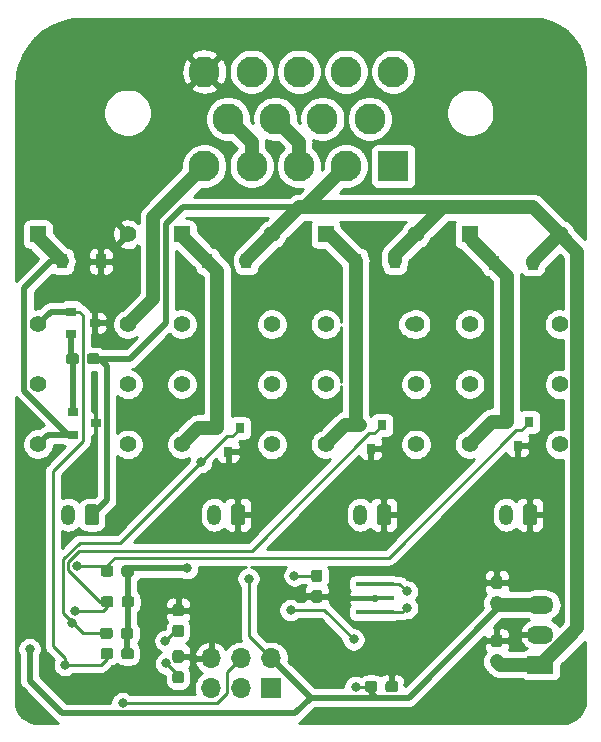
<source format=gbr>
G04 #@! TF.GenerationSoftware,KiCad,Pcbnew,5.1.5-52549c5~84~ubuntu18.04.1*
G04 #@! TF.CreationDate,2020-02-06T21:07:46-05:00*
G04 #@! TF.ProjectId,FH_fault-latch,46485f66-6175-46c7-942d-6c617463682e,rev?*
G04 #@! TF.SameCoordinates,Original*
G04 #@! TF.FileFunction,Copper,L2,Bot*
G04 #@! TF.FilePolarity,Positive*
%FSLAX46Y46*%
G04 Gerber Fmt 4.6, Leading zero omitted, Abs format (unit mm)*
G04 Created by KiCad (PCBNEW 5.1.5-52549c5~84~ubuntu18.04.1) date 2020-02-06 21:07:46*
%MOMM*%
%LPD*%
G04 APERTURE LIST*
%ADD10C,2.625000*%
%ADD11R,2.625000X2.625000*%
%ADD12R,0.900000X0.800000*%
%ADD13C,1.400000*%
%ADD14R,1.400000X1.400000*%
%ADD15R,3.200000X0.400000*%
%ADD16O,2.300000X1.500000*%
%ADD17R,2.300000X1.500000*%
%ADD18O,1.200000X1.750000*%
%ADD19C,0.100000*%
%ADD20R,0.800000X0.900000*%
%ADD21O,1.700000X1.700000*%
%ADD22R,1.700000X1.700000*%
%ADD23R,0.900000X1.200000*%
%ADD24C,0.800000*%
%ADD25C,1.200000*%
%ADD26C,0.508000*%
%ADD27C,0.254000*%
G04 APERTURE END LIST*
D10*
X122048000Y-73724000D03*
X126048000Y-73724000D03*
X130048000Y-73724000D03*
X134048000Y-73724000D03*
X138048000Y-73724000D03*
X124048000Y-77724000D03*
X128048000Y-77724000D03*
X132048000Y-77724000D03*
X136048000Y-77724000D03*
X122048000Y-81724000D03*
X126048000Y-81724000D03*
X130048000Y-81724000D03*
X134048000Y-81724000D03*
D11*
X138048000Y-81724000D03*
D12*
X112760000Y-94996000D03*
X110760000Y-94046000D03*
X110760000Y-95946000D03*
D13*
X152120000Y-95120000D03*
X152130000Y-105290000D03*
X152130000Y-100210000D03*
X144500000Y-95120000D03*
X144500000Y-105280000D03*
X144500000Y-100190000D03*
X152120000Y-87500000D03*
D14*
X144500000Y-87500000D03*
D15*
X136461500Y-117100500D03*
X136461500Y-118300500D03*
X136461500Y-119500500D03*
D16*
X150495000Y-118872000D03*
X150495000Y-121412000D03*
D17*
X150495000Y-123952000D03*
D18*
X110522000Y-111252000D03*
G04 #@! TA.AperFunction,ComponentPad*
D19*
G36*
X112896505Y-110378204D02*
G01*
X112920773Y-110381804D01*
X112944572Y-110387765D01*
X112967671Y-110396030D01*
X112989850Y-110406520D01*
X113010893Y-110419132D01*
X113030599Y-110433747D01*
X113048777Y-110450223D01*
X113065253Y-110468401D01*
X113079868Y-110488107D01*
X113092480Y-110509150D01*
X113102970Y-110531329D01*
X113111235Y-110554428D01*
X113117196Y-110578227D01*
X113120796Y-110602495D01*
X113122000Y-110626999D01*
X113122000Y-111877001D01*
X113120796Y-111901505D01*
X113117196Y-111925773D01*
X113111235Y-111949572D01*
X113102970Y-111972671D01*
X113092480Y-111994850D01*
X113079868Y-112015893D01*
X113065253Y-112035599D01*
X113048777Y-112053777D01*
X113030599Y-112070253D01*
X113010893Y-112084868D01*
X112989850Y-112097480D01*
X112967671Y-112107970D01*
X112944572Y-112116235D01*
X112920773Y-112122196D01*
X112896505Y-112125796D01*
X112872001Y-112127000D01*
X112171999Y-112127000D01*
X112147495Y-112125796D01*
X112123227Y-112122196D01*
X112099428Y-112116235D01*
X112076329Y-112107970D01*
X112054150Y-112097480D01*
X112033107Y-112084868D01*
X112013401Y-112070253D01*
X111995223Y-112053777D01*
X111978747Y-112035599D01*
X111964132Y-112015893D01*
X111951520Y-111994850D01*
X111941030Y-111972671D01*
X111932765Y-111949572D01*
X111926804Y-111925773D01*
X111923204Y-111901505D01*
X111922000Y-111877001D01*
X111922000Y-110626999D01*
X111923204Y-110602495D01*
X111926804Y-110578227D01*
X111932765Y-110554428D01*
X111941030Y-110531329D01*
X111951520Y-110509150D01*
X111964132Y-110488107D01*
X111978747Y-110468401D01*
X111995223Y-110450223D01*
X112013401Y-110433747D01*
X112033107Y-110419132D01*
X112054150Y-110406520D01*
X112076329Y-110396030D01*
X112099428Y-110387765D01*
X112123227Y-110381804D01*
X112147495Y-110378204D01*
X112171999Y-110377000D01*
X112872001Y-110377000D01*
X112896505Y-110378204D01*
G37*
G04 #@! TD.AperFunction*
D18*
X122883333Y-111252000D03*
G04 #@! TA.AperFunction,ComponentPad*
D19*
G36*
X125257838Y-110378204D02*
G01*
X125282106Y-110381804D01*
X125305905Y-110387765D01*
X125329004Y-110396030D01*
X125351183Y-110406520D01*
X125372226Y-110419132D01*
X125391932Y-110433747D01*
X125410110Y-110450223D01*
X125426586Y-110468401D01*
X125441201Y-110488107D01*
X125453813Y-110509150D01*
X125464303Y-110531329D01*
X125472568Y-110554428D01*
X125478529Y-110578227D01*
X125482129Y-110602495D01*
X125483333Y-110626999D01*
X125483333Y-111877001D01*
X125482129Y-111901505D01*
X125478529Y-111925773D01*
X125472568Y-111949572D01*
X125464303Y-111972671D01*
X125453813Y-111994850D01*
X125441201Y-112015893D01*
X125426586Y-112035599D01*
X125410110Y-112053777D01*
X125391932Y-112070253D01*
X125372226Y-112084868D01*
X125351183Y-112097480D01*
X125329004Y-112107970D01*
X125305905Y-112116235D01*
X125282106Y-112122196D01*
X125257838Y-112125796D01*
X125233334Y-112127000D01*
X124533332Y-112127000D01*
X124508828Y-112125796D01*
X124484560Y-112122196D01*
X124460761Y-112116235D01*
X124437662Y-112107970D01*
X124415483Y-112097480D01*
X124394440Y-112084868D01*
X124374734Y-112070253D01*
X124356556Y-112053777D01*
X124340080Y-112035599D01*
X124325465Y-112015893D01*
X124312853Y-111994850D01*
X124302363Y-111972671D01*
X124294098Y-111949572D01*
X124288137Y-111925773D01*
X124284537Y-111901505D01*
X124283333Y-111877001D01*
X124283333Y-110626999D01*
X124284537Y-110602495D01*
X124288137Y-110578227D01*
X124294098Y-110554428D01*
X124302363Y-110531329D01*
X124312853Y-110509150D01*
X124325465Y-110488107D01*
X124340080Y-110468401D01*
X124356556Y-110450223D01*
X124374734Y-110433747D01*
X124394440Y-110419132D01*
X124415483Y-110406520D01*
X124437662Y-110396030D01*
X124460761Y-110387765D01*
X124484560Y-110381804D01*
X124508828Y-110378204D01*
X124533332Y-110377000D01*
X125233334Y-110377000D01*
X125257838Y-110378204D01*
G37*
G04 #@! TD.AperFunction*
D18*
X135244666Y-111252000D03*
G04 #@! TA.AperFunction,ComponentPad*
D19*
G36*
X137619171Y-110378204D02*
G01*
X137643439Y-110381804D01*
X137667238Y-110387765D01*
X137690337Y-110396030D01*
X137712516Y-110406520D01*
X137733559Y-110419132D01*
X137753265Y-110433747D01*
X137771443Y-110450223D01*
X137787919Y-110468401D01*
X137802534Y-110488107D01*
X137815146Y-110509150D01*
X137825636Y-110531329D01*
X137833901Y-110554428D01*
X137839862Y-110578227D01*
X137843462Y-110602495D01*
X137844666Y-110626999D01*
X137844666Y-111877001D01*
X137843462Y-111901505D01*
X137839862Y-111925773D01*
X137833901Y-111949572D01*
X137825636Y-111972671D01*
X137815146Y-111994850D01*
X137802534Y-112015893D01*
X137787919Y-112035599D01*
X137771443Y-112053777D01*
X137753265Y-112070253D01*
X137733559Y-112084868D01*
X137712516Y-112097480D01*
X137690337Y-112107970D01*
X137667238Y-112116235D01*
X137643439Y-112122196D01*
X137619171Y-112125796D01*
X137594667Y-112127000D01*
X136894665Y-112127000D01*
X136870161Y-112125796D01*
X136845893Y-112122196D01*
X136822094Y-112116235D01*
X136798995Y-112107970D01*
X136776816Y-112097480D01*
X136755773Y-112084868D01*
X136736067Y-112070253D01*
X136717889Y-112053777D01*
X136701413Y-112035599D01*
X136686798Y-112015893D01*
X136674186Y-111994850D01*
X136663696Y-111972671D01*
X136655431Y-111949572D01*
X136649470Y-111925773D01*
X136645870Y-111901505D01*
X136644666Y-111877001D01*
X136644666Y-110626999D01*
X136645870Y-110602495D01*
X136649470Y-110578227D01*
X136655431Y-110554428D01*
X136663696Y-110531329D01*
X136674186Y-110509150D01*
X136686798Y-110488107D01*
X136701413Y-110468401D01*
X136717889Y-110450223D01*
X136736067Y-110433747D01*
X136755773Y-110419132D01*
X136776816Y-110406520D01*
X136798995Y-110396030D01*
X136822094Y-110387765D01*
X136845893Y-110381804D01*
X136870161Y-110378204D01*
X136894665Y-110377000D01*
X137594667Y-110377000D01*
X137619171Y-110378204D01*
G37*
G04 #@! TD.AperFunction*
D18*
X147606000Y-111252000D03*
G04 #@! TA.AperFunction,ComponentPad*
D19*
G36*
X149980505Y-110378204D02*
G01*
X150004773Y-110381804D01*
X150028572Y-110387765D01*
X150051671Y-110396030D01*
X150073850Y-110406520D01*
X150094893Y-110419132D01*
X150114599Y-110433747D01*
X150132777Y-110450223D01*
X150149253Y-110468401D01*
X150163868Y-110488107D01*
X150176480Y-110509150D01*
X150186970Y-110531329D01*
X150195235Y-110554428D01*
X150201196Y-110578227D01*
X150204796Y-110602495D01*
X150206000Y-110626999D01*
X150206000Y-111877001D01*
X150204796Y-111901505D01*
X150201196Y-111925773D01*
X150195235Y-111949572D01*
X150186970Y-111972671D01*
X150176480Y-111994850D01*
X150163868Y-112015893D01*
X150149253Y-112035599D01*
X150132777Y-112053777D01*
X150114599Y-112070253D01*
X150094893Y-112084868D01*
X150073850Y-112097480D01*
X150051671Y-112107970D01*
X150028572Y-112116235D01*
X150004773Y-112122196D01*
X149980505Y-112125796D01*
X149956001Y-112127000D01*
X149255999Y-112127000D01*
X149231495Y-112125796D01*
X149207227Y-112122196D01*
X149183428Y-112116235D01*
X149160329Y-112107970D01*
X149138150Y-112097480D01*
X149117107Y-112084868D01*
X149097401Y-112070253D01*
X149079223Y-112053777D01*
X149062747Y-112035599D01*
X149048132Y-112015893D01*
X149035520Y-111994850D01*
X149025030Y-111972671D01*
X149016765Y-111949572D01*
X149010804Y-111925773D01*
X149007204Y-111901505D01*
X149006000Y-111877001D01*
X149006000Y-110626999D01*
X149007204Y-110602495D01*
X149010804Y-110578227D01*
X149016765Y-110554428D01*
X149025030Y-110531329D01*
X149035520Y-110509150D01*
X149048132Y-110488107D01*
X149062747Y-110468401D01*
X149079223Y-110450223D01*
X149097401Y-110433747D01*
X149117107Y-110419132D01*
X149138150Y-110406520D01*
X149160329Y-110396030D01*
X149183428Y-110387765D01*
X149207227Y-110381804D01*
X149231495Y-110378204D01*
X149255999Y-110377000D01*
X149956001Y-110377000D01*
X149980505Y-110378204D01*
G37*
G04 #@! TD.AperFunction*
G04 #@! TA.AperFunction,SMDPad,CuDef*
G36*
X112945779Y-97570144D02*
G01*
X112968834Y-97573563D01*
X112991443Y-97579227D01*
X113013387Y-97587079D01*
X113034457Y-97597044D01*
X113054448Y-97609026D01*
X113073168Y-97622910D01*
X113090438Y-97638562D01*
X113106090Y-97655832D01*
X113119974Y-97674552D01*
X113131956Y-97694543D01*
X113141921Y-97715613D01*
X113149773Y-97737557D01*
X113155437Y-97760166D01*
X113158856Y-97783221D01*
X113160000Y-97806500D01*
X113160000Y-98281500D01*
X113158856Y-98304779D01*
X113155437Y-98327834D01*
X113149773Y-98350443D01*
X113141921Y-98372387D01*
X113131956Y-98393457D01*
X113119974Y-98413448D01*
X113106090Y-98432168D01*
X113090438Y-98449438D01*
X113073168Y-98465090D01*
X113054448Y-98478974D01*
X113034457Y-98490956D01*
X113013387Y-98500921D01*
X112991443Y-98508773D01*
X112968834Y-98514437D01*
X112945779Y-98517856D01*
X112922500Y-98519000D01*
X112347500Y-98519000D01*
X112324221Y-98517856D01*
X112301166Y-98514437D01*
X112278557Y-98508773D01*
X112256613Y-98500921D01*
X112235543Y-98490956D01*
X112215552Y-98478974D01*
X112196832Y-98465090D01*
X112179562Y-98449438D01*
X112163910Y-98432168D01*
X112150026Y-98413448D01*
X112138044Y-98393457D01*
X112128079Y-98372387D01*
X112120227Y-98350443D01*
X112114563Y-98327834D01*
X112111144Y-98304779D01*
X112110000Y-98281500D01*
X112110000Y-97806500D01*
X112111144Y-97783221D01*
X112114563Y-97760166D01*
X112120227Y-97737557D01*
X112128079Y-97715613D01*
X112138044Y-97694543D01*
X112150026Y-97674552D01*
X112163910Y-97655832D01*
X112179562Y-97638562D01*
X112196832Y-97622910D01*
X112215552Y-97609026D01*
X112235543Y-97597044D01*
X112256613Y-97587079D01*
X112278557Y-97579227D01*
X112301166Y-97573563D01*
X112324221Y-97570144D01*
X112347500Y-97569000D01*
X112922500Y-97569000D01*
X112945779Y-97570144D01*
G37*
G04 #@! TD.AperFunction*
G04 #@! TA.AperFunction,SMDPad,CuDef*
G36*
X111195779Y-97570144D02*
G01*
X111218834Y-97573563D01*
X111241443Y-97579227D01*
X111263387Y-97587079D01*
X111284457Y-97597044D01*
X111304448Y-97609026D01*
X111323168Y-97622910D01*
X111340438Y-97638562D01*
X111356090Y-97655832D01*
X111369974Y-97674552D01*
X111381956Y-97694543D01*
X111391921Y-97715613D01*
X111399773Y-97737557D01*
X111405437Y-97760166D01*
X111408856Y-97783221D01*
X111410000Y-97806500D01*
X111410000Y-98281500D01*
X111408856Y-98304779D01*
X111405437Y-98327834D01*
X111399773Y-98350443D01*
X111391921Y-98372387D01*
X111381956Y-98393457D01*
X111369974Y-98413448D01*
X111356090Y-98432168D01*
X111340438Y-98449438D01*
X111323168Y-98465090D01*
X111304448Y-98478974D01*
X111284457Y-98490956D01*
X111263387Y-98500921D01*
X111241443Y-98508773D01*
X111218834Y-98514437D01*
X111195779Y-98517856D01*
X111172500Y-98519000D01*
X110597500Y-98519000D01*
X110574221Y-98517856D01*
X110551166Y-98514437D01*
X110528557Y-98508773D01*
X110506613Y-98500921D01*
X110485543Y-98490956D01*
X110465552Y-98478974D01*
X110446832Y-98465090D01*
X110429562Y-98449438D01*
X110413910Y-98432168D01*
X110400026Y-98413448D01*
X110388044Y-98393457D01*
X110378079Y-98372387D01*
X110370227Y-98350443D01*
X110364563Y-98327834D01*
X110361144Y-98304779D01*
X110360000Y-98281500D01*
X110360000Y-97806500D01*
X110361144Y-97783221D01*
X110364563Y-97760166D01*
X110370227Y-97737557D01*
X110378079Y-97715613D01*
X110388044Y-97694543D01*
X110400026Y-97674552D01*
X110413910Y-97655832D01*
X110429562Y-97638562D01*
X110446832Y-97622910D01*
X110465552Y-97609026D01*
X110485543Y-97597044D01*
X110506613Y-97587079D01*
X110528557Y-97579227D01*
X110551166Y-97573563D01*
X110574221Y-97570144D01*
X110597500Y-97569000D01*
X111172500Y-97569000D01*
X111195779Y-97570144D01*
G37*
G04 #@! TD.AperFunction*
G04 #@! TA.AperFunction,SMDPad,CuDef*
G36*
X114102779Y-122525644D02*
G01*
X114125834Y-122529063D01*
X114148443Y-122534727D01*
X114170387Y-122542579D01*
X114191457Y-122552544D01*
X114211448Y-122564526D01*
X114230168Y-122578410D01*
X114247438Y-122594062D01*
X114263090Y-122611332D01*
X114276974Y-122630052D01*
X114288956Y-122650043D01*
X114298921Y-122671113D01*
X114306773Y-122693057D01*
X114312437Y-122715666D01*
X114315856Y-122738721D01*
X114317000Y-122762000D01*
X114317000Y-123237000D01*
X114315856Y-123260279D01*
X114312437Y-123283334D01*
X114306773Y-123305943D01*
X114298921Y-123327887D01*
X114288956Y-123348957D01*
X114276974Y-123368948D01*
X114263090Y-123387668D01*
X114247438Y-123404938D01*
X114230168Y-123420590D01*
X114211448Y-123434474D01*
X114191457Y-123446456D01*
X114170387Y-123456421D01*
X114148443Y-123464273D01*
X114125834Y-123469937D01*
X114102779Y-123473356D01*
X114079500Y-123474500D01*
X113504500Y-123474500D01*
X113481221Y-123473356D01*
X113458166Y-123469937D01*
X113435557Y-123464273D01*
X113413613Y-123456421D01*
X113392543Y-123446456D01*
X113372552Y-123434474D01*
X113353832Y-123420590D01*
X113336562Y-123404938D01*
X113320910Y-123387668D01*
X113307026Y-123368948D01*
X113295044Y-123348957D01*
X113285079Y-123327887D01*
X113277227Y-123305943D01*
X113271563Y-123283334D01*
X113268144Y-123260279D01*
X113267000Y-123237000D01*
X113267000Y-122762000D01*
X113268144Y-122738721D01*
X113271563Y-122715666D01*
X113277227Y-122693057D01*
X113285079Y-122671113D01*
X113295044Y-122650043D01*
X113307026Y-122630052D01*
X113320910Y-122611332D01*
X113336562Y-122594062D01*
X113353832Y-122578410D01*
X113372552Y-122564526D01*
X113392543Y-122552544D01*
X113413613Y-122542579D01*
X113435557Y-122534727D01*
X113458166Y-122529063D01*
X113481221Y-122525644D01*
X113504500Y-122524500D01*
X114079500Y-122524500D01*
X114102779Y-122525644D01*
G37*
G04 #@! TD.AperFunction*
G04 #@! TA.AperFunction,SMDPad,CuDef*
G36*
X115852779Y-122525644D02*
G01*
X115875834Y-122529063D01*
X115898443Y-122534727D01*
X115920387Y-122542579D01*
X115941457Y-122552544D01*
X115961448Y-122564526D01*
X115980168Y-122578410D01*
X115997438Y-122594062D01*
X116013090Y-122611332D01*
X116026974Y-122630052D01*
X116038956Y-122650043D01*
X116048921Y-122671113D01*
X116056773Y-122693057D01*
X116062437Y-122715666D01*
X116065856Y-122738721D01*
X116067000Y-122762000D01*
X116067000Y-123237000D01*
X116065856Y-123260279D01*
X116062437Y-123283334D01*
X116056773Y-123305943D01*
X116048921Y-123327887D01*
X116038956Y-123348957D01*
X116026974Y-123368948D01*
X116013090Y-123387668D01*
X115997438Y-123404938D01*
X115980168Y-123420590D01*
X115961448Y-123434474D01*
X115941457Y-123446456D01*
X115920387Y-123456421D01*
X115898443Y-123464273D01*
X115875834Y-123469937D01*
X115852779Y-123473356D01*
X115829500Y-123474500D01*
X115254500Y-123474500D01*
X115231221Y-123473356D01*
X115208166Y-123469937D01*
X115185557Y-123464273D01*
X115163613Y-123456421D01*
X115142543Y-123446456D01*
X115122552Y-123434474D01*
X115103832Y-123420590D01*
X115086562Y-123404938D01*
X115070910Y-123387668D01*
X115057026Y-123368948D01*
X115045044Y-123348957D01*
X115035079Y-123327887D01*
X115027227Y-123305943D01*
X115021563Y-123283334D01*
X115018144Y-123260279D01*
X115017000Y-123237000D01*
X115017000Y-122762000D01*
X115018144Y-122738721D01*
X115021563Y-122715666D01*
X115027227Y-122693057D01*
X115035079Y-122671113D01*
X115045044Y-122650043D01*
X115057026Y-122630052D01*
X115070910Y-122611332D01*
X115086562Y-122594062D01*
X115103832Y-122578410D01*
X115122552Y-122564526D01*
X115142543Y-122552544D01*
X115163613Y-122542579D01*
X115185557Y-122534727D01*
X115208166Y-122529063D01*
X115231221Y-122525644D01*
X115254500Y-122524500D01*
X115829500Y-122524500D01*
X115852779Y-122525644D01*
G37*
G04 #@! TD.AperFunction*
G04 #@! TA.AperFunction,SMDPad,CuDef*
G36*
X114067279Y-120811144D02*
G01*
X114090334Y-120814563D01*
X114112943Y-120820227D01*
X114134887Y-120828079D01*
X114155957Y-120838044D01*
X114175948Y-120850026D01*
X114194668Y-120863910D01*
X114211938Y-120879562D01*
X114227590Y-120896832D01*
X114241474Y-120915552D01*
X114253456Y-120935543D01*
X114263421Y-120956613D01*
X114271273Y-120978557D01*
X114276937Y-121001166D01*
X114280356Y-121024221D01*
X114281500Y-121047500D01*
X114281500Y-121522500D01*
X114280356Y-121545779D01*
X114276937Y-121568834D01*
X114271273Y-121591443D01*
X114263421Y-121613387D01*
X114253456Y-121634457D01*
X114241474Y-121654448D01*
X114227590Y-121673168D01*
X114211938Y-121690438D01*
X114194668Y-121706090D01*
X114175948Y-121719974D01*
X114155957Y-121731956D01*
X114134887Y-121741921D01*
X114112943Y-121749773D01*
X114090334Y-121755437D01*
X114067279Y-121758856D01*
X114044000Y-121760000D01*
X113469000Y-121760000D01*
X113445721Y-121758856D01*
X113422666Y-121755437D01*
X113400057Y-121749773D01*
X113378113Y-121741921D01*
X113357043Y-121731956D01*
X113337052Y-121719974D01*
X113318332Y-121706090D01*
X113301062Y-121690438D01*
X113285410Y-121673168D01*
X113271526Y-121654448D01*
X113259544Y-121634457D01*
X113249579Y-121613387D01*
X113241727Y-121591443D01*
X113236063Y-121568834D01*
X113232644Y-121545779D01*
X113231500Y-121522500D01*
X113231500Y-121047500D01*
X113232644Y-121024221D01*
X113236063Y-121001166D01*
X113241727Y-120978557D01*
X113249579Y-120956613D01*
X113259544Y-120935543D01*
X113271526Y-120915552D01*
X113285410Y-120896832D01*
X113301062Y-120879562D01*
X113318332Y-120863910D01*
X113337052Y-120850026D01*
X113357043Y-120838044D01*
X113378113Y-120828079D01*
X113400057Y-120820227D01*
X113422666Y-120814563D01*
X113445721Y-120811144D01*
X113469000Y-120810000D01*
X114044000Y-120810000D01*
X114067279Y-120811144D01*
G37*
G04 #@! TD.AperFunction*
G04 #@! TA.AperFunction,SMDPad,CuDef*
G36*
X115817279Y-120811144D02*
G01*
X115840334Y-120814563D01*
X115862943Y-120820227D01*
X115884887Y-120828079D01*
X115905957Y-120838044D01*
X115925948Y-120850026D01*
X115944668Y-120863910D01*
X115961938Y-120879562D01*
X115977590Y-120896832D01*
X115991474Y-120915552D01*
X116003456Y-120935543D01*
X116013421Y-120956613D01*
X116021273Y-120978557D01*
X116026937Y-121001166D01*
X116030356Y-121024221D01*
X116031500Y-121047500D01*
X116031500Y-121522500D01*
X116030356Y-121545779D01*
X116026937Y-121568834D01*
X116021273Y-121591443D01*
X116013421Y-121613387D01*
X116003456Y-121634457D01*
X115991474Y-121654448D01*
X115977590Y-121673168D01*
X115961938Y-121690438D01*
X115944668Y-121706090D01*
X115925948Y-121719974D01*
X115905957Y-121731956D01*
X115884887Y-121741921D01*
X115862943Y-121749773D01*
X115840334Y-121755437D01*
X115817279Y-121758856D01*
X115794000Y-121760000D01*
X115219000Y-121760000D01*
X115195721Y-121758856D01*
X115172666Y-121755437D01*
X115150057Y-121749773D01*
X115128113Y-121741921D01*
X115107043Y-121731956D01*
X115087052Y-121719974D01*
X115068332Y-121706090D01*
X115051062Y-121690438D01*
X115035410Y-121673168D01*
X115021526Y-121654448D01*
X115009544Y-121634457D01*
X114999579Y-121613387D01*
X114991727Y-121591443D01*
X114986063Y-121568834D01*
X114982644Y-121545779D01*
X114981500Y-121522500D01*
X114981500Y-121047500D01*
X114982644Y-121024221D01*
X114986063Y-121001166D01*
X114991727Y-120978557D01*
X114999579Y-120956613D01*
X115009544Y-120935543D01*
X115021526Y-120915552D01*
X115035410Y-120896832D01*
X115051062Y-120879562D01*
X115068332Y-120863910D01*
X115087052Y-120850026D01*
X115107043Y-120838044D01*
X115128113Y-120828079D01*
X115150057Y-120820227D01*
X115172666Y-120814563D01*
X115195721Y-120811144D01*
X115219000Y-120810000D01*
X115794000Y-120810000D01*
X115817279Y-120811144D01*
G37*
G04 #@! TD.AperFunction*
G04 #@! TA.AperFunction,SMDPad,CuDef*
G36*
X114130779Y-118144144D02*
G01*
X114153834Y-118147563D01*
X114176443Y-118153227D01*
X114198387Y-118161079D01*
X114219457Y-118171044D01*
X114239448Y-118183026D01*
X114258168Y-118196910D01*
X114275438Y-118212562D01*
X114291090Y-118229832D01*
X114304974Y-118248552D01*
X114316956Y-118268543D01*
X114326921Y-118289613D01*
X114334773Y-118311557D01*
X114340437Y-118334166D01*
X114343856Y-118357221D01*
X114345000Y-118380500D01*
X114345000Y-118855500D01*
X114343856Y-118878779D01*
X114340437Y-118901834D01*
X114334773Y-118924443D01*
X114326921Y-118946387D01*
X114316956Y-118967457D01*
X114304974Y-118987448D01*
X114291090Y-119006168D01*
X114275438Y-119023438D01*
X114258168Y-119039090D01*
X114239448Y-119052974D01*
X114219457Y-119064956D01*
X114198387Y-119074921D01*
X114176443Y-119082773D01*
X114153834Y-119088437D01*
X114130779Y-119091856D01*
X114107500Y-119093000D01*
X113532500Y-119093000D01*
X113509221Y-119091856D01*
X113486166Y-119088437D01*
X113463557Y-119082773D01*
X113441613Y-119074921D01*
X113420543Y-119064956D01*
X113400552Y-119052974D01*
X113381832Y-119039090D01*
X113364562Y-119023438D01*
X113348910Y-119006168D01*
X113335026Y-118987448D01*
X113323044Y-118967457D01*
X113313079Y-118946387D01*
X113305227Y-118924443D01*
X113299563Y-118901834D01*
X113296144Y-118878779D01*
X113295000Y-118855500D01*
X113295000Y-118380500D01*
X113296144Y-118357221D01*
X113299563Y-118334166D01*
X113305227Y-118311557D01*
X113313079Y-118289613D01*
X113323044Y-118268543D01*
X113335026Y-118248552D01*
X113348910Y-118229832D01*
X113364562Y-118212562D01*
X113381832Y-118196910D01*
X113400552Y-118183026D01*
X113420543Y-118171044D01*
X113441613Y-118161079D01*
X113463557Y-118153227D01*
X113486166Y-118147563D01*
X113509221Y-118144144D01*
X113532500Y-118143000D01*
X114107500Y-118143000D01*
X114130779Y-118144144D01*
G37*
G04 #@! TD.AperFunction*
G04 #@! TA.AperFunction,SMDPad,CuDef*
G36*
X115880779Y-118144144D02*
G01*
X115903834Y-118147563D01*
X115926443Y-118153227D01*
X115948387Y-118161079D01*
X115969457Y-118171044D01*
X115989448Y-118183026D01*
X116008168Y-118196910D01*
X116025438Y-118212562D01*
X116041090Y-118229832D01*
X116054974Y-118248552D01*
X116066956Y-118268543D01*
X116076921Y-118289613D01*
X116084773Y-118311557D01*
X116090437Y-118334166D01*
X116093856Y-118357221D01*
X116095000Y-118380500D01*
X116095000Y-118855500D01*
X116093856Y-118878779D01*
X116090437Y-118901834D01*
X116084773Y-118924443D01*
X116076921Y-118946387D01*
X116066956Y-118967457D01*
X116054974Y-118987448D01*
X116041090Y-119006168D01*
X116025438Y-119023438D01*
X116008168Y-119039090D01*
X115989448Y-119052974D01*
X115969457Y-119064956D01*
X115948387Y-119074921D01*
X115926443Y-119082773D01*
X115903834Y-119088437D01*
X115880779Y-119091856D01*
X115857500Y-119093000D01*
X115282500Y-119093000D01*
X115259221Y-119091856D01*
X115236166Y-119088437D01*
X115213557Y-119082773D01*
X115191613Y-119074921D01*
X115170543Y-119064956D01*
X115150552Y-119052974D01*
X115131832Y-119039090D01*
X115114562Y-119023438D01*
X115098910Y-119006168D01*
X115085026Y-118987448D01*
X115073044Y-118967457D01*
X115063079Y-118946387D01*
X115055227Y-118924443D01*
X115049563Y-118901834D01*
X115046144Y-118878779D01*
X115045000Y-118855500D01*
X115045000Y-118380500D01*
X115046144Y-118357221D01*
X115049563Y-118334166D01*
X115055227Y-118311557D01*
X115063079Y-118289613D01*
X115073044Y-118268543D01*
X115085026Y-118248552D01*
X115098910Y-118229832D01*
X115114562Y-118212562D01*
X115131832Y-118196910D01*
X115150552Y-118183026D01*
X115170543Y-118171044D01*
X115191613Y-118161079D01*
X115213557Y-118153227D01*
X115236166Y-118147563D01*
X115259221Y-118144144D01*
X115282500Y-118143000D01*
X115857500Y-118143000D01*
X115880779Y-118144144D01*
G37*
G04 #@! TD.AperFunction*
G04 #@! TA.AperFunction,SMDPad,CuDef*
G36*
X114116779Y-115540644D02*
G01*
X114139834Y-115544063D01*
X114162443Y-115549727D01*
X114184387Y-115557579D01*
X114205457Y-115567544D01*
X114225448Y-115579526D01*
X114244168Y-115593410D01*
X114261438Y-115609062D01*
X114277090Y-115626332D01*
X114290974Y-115645052D01*
X114302956Y-115665043D01*
X114312921Y-115686113D01*
X114320773Y-115708057D01*
X114326437Y-115730666D01*
X114329856Y-115753721D01*
X114331000Y-115777000D01*
X114331000Y-116252000D01*
X114329856Y-116275279D01*
X114326437Y-116298334D01*
X114320773Y-116320943D01*
X114312921Y-116342887D01*
X114302956Y-116363957D01*
X114290974Y-116383948D01*
X114277090Y-116402668D01*
X114261438Y-116419938D01*
X114244168Y-116435590D01*
X114225448Y-116449474D01*
X114205457Y-116461456D01*
X114184387Y-116471421D01*
X114162443Y-116479273D01*
X114139834Y-116484937D01*
X114116779Y-116488356D01*
X114093500Y-116489500D01*
X113518500Y-116489500D01*
X113495221Y-116488356D01*
X113472166Y-116484937D01*
X113449557Y-116479273D01*
X113427613Y-116471421D01*
X113406543Y-116461456D01*
X113386552Y-116449474D01*
X113367832Y-116435590D01*
X113350562Y-116419938D01*
X113334910Y-116402668D01*
X113321026Y-116383948D01*
X113309044Y-116363957D01*
X113299079Y-116342887D01*
X113291227Y-116320943D01*
X113285563Y-116298334D01*
X113282144Y-116275279D01*
X113281000Y-116252000D01*
X113281000Y-115777000D01*
X113282144Y-115753721D01*
X113285563Y-115730666D01*
X113291227Y-115708057D01*
X113299079Y-115686113D01*
X113309044Y-115665043D01*
X113321026Y-115645052D01*
X113334910Y-115626332D01*
X113350562Y-115609062D01*
X113367832Y-115593410D01*
X113386552Y-115579526D01*
X113406543Y-115567544D01*
X113427613Y-115557579D01*
X113449557Y-115549727D01*
X113472166Y-115544063D01*
X113495221Y-115540644D01*
X113518500Y-115539500D01*
X114093500Y-115539500D01*
X114116779Y-115540644D01*
G37*
G04 #@! TD.AperFunction*
G04 #@! TA.AperFunction,SMDPad,CuDef*
G36*
X115866779Y-115540644D02*
G01*
X115889834Y-115544063D01*
X115912443Y-115549727D01*
X115934387Y-115557579D01*
X115955457Y-115567544D01*
X115975448Y-115579526D01*
X115994168Y-115593410D01*
X116011438Y-115609062D01*
X116027090Y-115626332D01*
X116040974Y-115645052D01*
X116052956Y-115665043D01*
X116062921Y-115686113D01*
X116070773Y-115708057D01*
X116076437Y-115730666D01*
X116079856Y-115753721D01*
X116081000Y-115777000D01*
X116081000Y-116252000D01*
X116079856Y-116275279D01*
X116076437Y-116298334D01*
X116070773Y-116320943D01*
X116062921Y-116342887D01*
X116052956Y-116363957D01*
X116040974Y-116383948D01*
X116027090Y-116402668D01*
X116011438Y-116419938D01*
X115994168Y-116435590D01*
X115975448Y-116449474D01*
X115955457Y-116461456D01*
X115934387Y-116471421D01*
X115912443Y-116479273D01*
X115889834Y-116484937D01*
X115866779Y-116488356D01*
X115843500Y-116489500D01*
X115268500Y-116489500D01*
X115245221Y-116488356D01*
X115222166Y-116484937D01*
X115199557Y-116479273D01*
X115177613Y-116471421D01*
X115156543Y-116461456D01*
X115136552Y-116449474D01*
X115117832Y-116435590D01*
X115100562Y-116419938D01*
X115084910Y-116402668D01*
X115071026Y-116383948D01*
X115059044Y-116363957D01*
X115049079Y-116342887D01*
X115041227Y-116320943D01*
X115035563Y-116298334D01*
X115032144Y-116275279D01*
X115031000Y-116252000D01*
X115031000Y-115777000D01*
X115032144Y-115753721D01*
X115035563Y-115730666D01*
X115041227Y-115708057D01*
X115049079Y-115686113D01*
X115059044Y-115665043D01*
X115071026Y-115645052D01*
X115084910Y-115626332D01*
X115100562Y-115609062D01*
X115117832Y-115593410D01*
X115136552Y-115579526D01*
X115156543Y-115567544D01*
X115177613Y-115557579D01*
X115199557Y-115549727D01*
X115222166Y-115544063D01*
X115245221Y-115540644D01*
X115268500Y-115539500D01*
X115843500Y-115539500D01*
X115866779Y-115540644D01*
G37*
G04 #@! TD.AperFunction*
D12*
X112887000Y-103505000D03*
X110887000Y-102555000D03*
X110887000Y-104455000D03*
D20*
X124079000Y-105902000D03*
X125029000Y-103902000D03*
X123129000Y-103902000D03*
X136144000Y-105648000D03*
X137094000Y-103648000D03*
X135194000Y-103648000D03*
X148590000Y-105394000D03*
X149540000Y-103394000D03*
X147640000Y-103394000D03*
D13*
X115570000Y-95120000D03*
X115580000Y-105290000D03*
X115580000Y-100210000D03*
X107950000Y-95120000D03*
X107950000Y-105280000D03*
X107950000Y-100190000D03*
X115570000Y-87500000D03*
D14*
X107950000Y-87500000D03*
D13*
X127753333Y-95120000D03*
X127763333Y-105290000D03*
X127763333Y-100210000D03*
X120133333Y-95120000D03*
X120133333Y-105280000D03*
X120133333Y-100190000D03*
X127753333Y-87500000D03*
D14*
X120133333Y-87500000D03*
D13*
X139936666Y-95120000D03*
X139946666Y-105290000D03*
X139946666Y-100210000D03*
X132316666Y-95120000D03*
X132316666Y-105280000D03*
X132316666Y-100190000D03*
X139936666Y-87500000D03*
D14*
X132316666Y-87500000D03*
D21*
X122618500Y-123380500D03*
X122618500Y-125920500D03*
X125158500Y-123380500D03*
X125158500Y-125920500D03*
X127698500Y-123380500D03*
D22*
X127698500Y-125920500D03*
D23*
X113283000Y-89789000D03*
X109983000Y-89789000D03*
X122302000Y-89789000D03*
X125602000Y-89789000D03*
X134875000Y-89789000D03*
X138175000Y-89789000D03*
X146559000Y-89916000D03*
X149859000Y-89916000D03*
G04 #@! TA.AperFunction,SMDPad,CuDef*
D19*
G36*
X138218779Y-125319644D02*
G01*
X138241834Y-125323063D01*
X138264443Y-125328727D01*
X138286387Y-125336579D01*
X138307457Y-125346544D01*
X138327448Y-125358526D01*
X138346168Y-125372410D01*
X138363438Y-125388062D01*
X138379090Y-125405332D01*
X138392974Y-125424052D01*
X138404956Y-125444043D01*
X138414921Y-125465113D01*
X138422773Y-125487057D01*
X138428437Y-125509666D01*
X138431856Y-125532721D01*
X138433000Y-125556000D01*
X138433000Y-126031000D01*
X138431856Y-126054279D01*
X138428437Y-126077334D01*
X138422773Y-126099943D01*
X138414921Y-126121887D01*
X138404956Y-126142957D01*
X138392974Y-126162948D01*
X138379090Y-126181668D01*
X138363438Y-126198938D01*
X138346168Y-126214590D01*
X138327448Y-126228474D01*
X138307457Y-126240456D01*
X138286387Y-126250421D01*
X138264443Y-126258273D01*
X138241834Y-126263937D01*
X138218779Y-126267356D01*
X138195500Y-126268500D01*
X137620500Y-126268500D01*
X137597221Y-126267356D01*
X137574166Y-126263937D01*
X137551557Y-126258273D01*
X137529613Y-126250421D01*
X137508543Y-126240456D01*
X137488552Y-126228474D01*
X137469832Y-126214590D01*
X137452562Y-126198938D01*
X137436910Y-126181668D01*
X137423026Y-126162948D01*
X137411044Y-126142957D01*
X137401079Y-126121887D01*
X137393227Y-126099943D01*
X137387563Y-126077334D01*
X137384144Y-126054279D01*
X137383000Y-126031000D01*
X137383000Y-125556000D01*
X137384144Y-125532721D01*
X137387563Y-125509666D01*
X137393227Y-125487057D01*
X137401079Y-125465113D01*
X137411044Y-125444043D01*
X137423026Y-125424052D01*
X137436910Y-125405332D01*
X137452562Y-125388062D01*
X137469832Y-125372410D01*
X137488552Y-125358526D01*
X137508543Y-125346544D01*
X137529613Y-125336579D01*
X137551557Y-125328727D01*
X137574166Y-125323063D01*
X137597221Y-125319644D01*
X137620500Y-125318500D01*
X138195500Y-125318500D01*
X138218779Y-125319644D01*
G37*
G04 #@! TD.AperFunction*
G04 #@! TA.AperFunction,SMDPad,CuDef*
G36*
X136468779Y-125319644D02*
G01*
X136491834Y-125323063D01*
X136514443Y-125328727D01*
X136536387Y-125336579D01*
X136557457Y-125346544D01*
X136577448Y-125358526D01*
X136596168Y-125372410D01*
X136613438Y-125388062D01*
X136629090Y-125405332D01*
X136642974Y-125424052D01*
X136654956Y-125444043D01*
X136664921Y-125465113D01*
X136672773Y-125487057D01*
X136678437Y-125509666D01*
X136681856Y-125532721D01*
X136683000Y-125556000D01*
X136683000Y-126031000D01*
X136681856Y-126054279D01*
X136678437Y-126077334D01*
X136672773Y-126099943D01*
X136664921Y-126121887D01*
X136654956Y-126142957D01*
X136642974Y-126162948D01*
X136629090Y-126181668D01*
X136613438Y-126198938D01*
X136596168Y-126214590D01*
X136577448Y-126228474D01*
X136557457Y-126240456D01*
X136536387Y-126250421D01*
X136514443Y-126258273D01*
X136491834Y-126263937D01*
X136468779Y-126267356D01*
X136445500Y-126268500D01*
X135870500Y-126268500D01*
X135847221Y-126267356D01*
X135824166Y-126263937D01*
X135801557Y-126258273D01*
X135779613Y-126250421D01*
X135758543Y-126240456D01*
X135738552Y-126228474D01*
X135719832Y-126214590D01*
X135702562Y-126198938D01*
X135686910Y-126181668D01*
X135673026Y-126162948D01*
X135661044Y-126142957D01*
X135651079Y-126121887D01*
X135643227Y-126099943D01*
X135637563Y-126077334D01*
X135634144Y-126054279D01*
X135633000Y-126031000D01*
X135633000Y-125556000D01*
X135634144Y-125532721D01*
X135637563Y-125509666D01*
X135643227Y-125487057D01*
X135651079Y-125465113D01*
X135661044Y-125444043D01*
X135673026Y-125424052D01*
X135686910Y-125405332D01*
X135702562Y-125388062D01*
X135719832Y-125372410D01*
X135738552Y-125358526D01*
X135758543Y-125346544D01*
X135779613Y-125336579D01*
X135801557Y-125328727D01*
X135824166Y-125323063D01*
X135847221Y-125319644D01*
X135870500Y-125318500D01*
X136445500Y-125318500D01*
X136468779Y-125319644D01*
G37*
G04 #@! TD.AperFunction*
G04 #@! TA.AperFunction,SMDPad,CuDef*
G36*
X131832779Y-117635644D02*
G01*
X131855834Y-117639063D01*
X131878443Y-117644727D01*
X131900387Y-117652579D01*
X131921457Y-117662544D01*
X131941448Y-117674526D01*
X131960168Y-117688410D01*
X131977438Y-117704062D01*
X131993090Y-117721332D01*
X132006974Y-117740052D01*
X132018956Y-117760043D01*
X132028921Y-117781113D01*
X132036773Y-117803057D01*
X132042437Y-117825666D01*
X132045856Y-117848721D01*
X132047000Y-117872000D01*
X132047000Y-118447000D01*
X132045856Y-118470279D01*
X132042437Y-118493334D01*
X132036773Y-118515943D01*
X132028921Y-118537887D01*
X132018956Y-118558957D01*
X132006974Y-118578948D01*
X131993090Y-118597668D01*
X131977438Y-118614938D01*
X131960168Y-118630590D01*
X131941448Y-118644474D01*
X131921457Y-118656456D01*
X131900387Y-118666421D01*
X131878443Y-118674273D01*
X131855834Y-118679937D01*
X131832779Y-118683356D01*
X131809500Y-118684500D01*
X131334500Y-118684500D01*
X131311221Y-118683356D01*
X131288166Y-118679937D01*
X131265557Y-118674273D01*
X131243613Y-118666421D01*
X131222543Y-118656456D01*
X131202552Y-118644474D01*
X131183832Y-118630590D01*
X131166562Y-118614938D01*
X131150910Y-118597668D01*
X131137026Y-118578948D01*
X131125044Y-118558957D01*
X131115079Y-118537887D01*
X131107227Y-118515943D01*
X131101563Y-118493334D01*
X131098144Y-118470279D01*
X131097000Y-118447000D01*
X131097000Y-117872000D01*
X131098144Y-117848721D01*
X131101563Y-117825666D01*
X131107227Y-117803057D01*
X131115079Y-117781113D01*
X131125044Y-117760043D01*
X131137026Y-117740052D01*
X131150910Y-117721332D01*
X131166562Y-117704062D01*
X131183832Y-117688410D01*
X131202552Y-117674526D01*
X131222543Y-117662544D01*
X131243613Y-117652579D01*
X131265557Y-117644727D01*
X131288166Y-117639063D01*
X131311221Y-117635644D01*
X131334500Y-117634500D01*
X131809500Y-117634500D01*
X131832779Y-117635644D01*
G37*
G04 #@! TD.AperFunction*
G04 #@! TA.AperFunction,SMDPad,CuDef*
G36*
X131832779Y-115885644D02*
G01*
X131855834Y-115889063D01*
X131878443Y-115894727D01*
X131900387Y-115902579D01*
X131921457Y-115912544D01*
X131941448Y-115924526D01*
X131960168Y-115938410D01*
X131977438Y-115954062D01*
X131993090Y-115971332D01*
X132006974Y-115990052D01*
X132018956Y-116010043D01*
X132028921Y-116031113D01*
X132036773Y-116053057D01*
X132042437Y-116075666D01*
X132045856Y-116098721D01*
X132047000Y-116122000D01*
X132047000Y-116697000D01*
X132045856Y-116720279D01*
X132042437Y-116743334D01*
X132036773Y-116765943D01*
X132028921Y-116787887D01*
X132018956Y-116808957D01*
X132006974Y-116828948D01*
X131993090Y-116847668D01*
X131977438Y-116864938D01*
X131960168Y-116880590D01*
X131941448Y-116894474D01*
X131921457Y-116906456D01*
X131900387Y-116916421D01*
X131878443Y-116924273D01*
X131855834Y-116929937D01*
X131832779Y-116933356D01*
X131809500Y-116934500D01*
X131334500Y-116934500D01*
X131311221Y-116933356D01*
X131288166Y-116929937D01*
X131265557Y-116924273D01*
X131243613Y-116916421D01*
X131222543Y-116906456D01*
X131202552Y-116894474D01*
X131183832Y-116880590D01*
X131166562Y-116864938D01*
X131150910Y-116847668D01*
X131137026Y-116828948D01*
X131125044Y-116808957D01*
X131115079Y-116787887D01*
X131107227Y-116765943D01*
X131101563Y-116743334D01*
X131098144Y-116720279D01*
X131097000Y-116697000D01*
X131097000Y-116122000D01*
X131098144Y-116098721D01*
X131101563Y-116075666D01*
X131107227Y-116053057D01*
X131115079Y-116031113D01*
X131125044Y-116010043D01*
X131137026Y-115990052D01*
X131150910Y-115971332D01*
X131166562Y-115954062D01*
X131183832Y-115938410D01*
X131202552Y-115924526D01*
X131222543Y-115912544D01*
X131243613Y-115902579D01*
X131265557Y-115894727D01*
X131288166Y-115889063D01*
X131311221Y-115885644D01*
X131334500Y-115884500D01*
X131809500Y-115884500D01*
X131832779Y-115885644D01*
G37*
G04 #@! TD.AperFunction*
G04 #@! TA.AperFunction,SMDPad,CuDef*
G36*
X147072779Y-116457144D02*
G01*
X147095834Y-116460563D01*
X147118443Y-116466227D01*
X147140387Y-116474079D01*
X147161457Y-116484044D01*
X147181448Y-116496026D01*
X147200168Y-116509910D01*
X147217438Y-116525562D01*
X147233090Y-116542832D01*
X147246974Y-116561552D01*
X147258956Y-116581543D01*
X147268921Y-116602613D01*
X147276773Y-116624557D01*
X147282437Y-116647166D01*
X147285856Y-116670221D01*
X147287000Y-116693500D01*
X147287000Y-117268500D01*
X147285856Y-117291779D01*
X147282437Y-117314834D01*
X147276773Y-117337443D01*
X147268921Y-117359387D01*
X147258956Y-117380457D01*
X147246974Y-117400448D01*
X147233090Y-117419168D01*
X147217438Y-117436438D01*
X147200168Y-117452090D01*
X147181448Y-117465974D01*
X147161457Y-117477956D01*
X147140387Y-117487921D01*
X147118443Y-117495773D01*
X147095834Y-117501437D01*
X147072779Y-117504856D01*
X147049500Y-117506000D01*
X146574500Y-117506000D01*
X146551221Y-117504856D01*
X146528166Y-117501437D01*
X146505557Y-117495773D01*
X146483613Y-117487921D01*
X146462543Y-117477956D01*
X146442552Y-117465974D01*
X146423832Y-117452090D01*
X146406562Y-117436438D01*
X146390910Y-117419168D01*
X146377026Y-117400448D01*
X146365044Y-117380457D01*
X146355079Y-117359387D01*
X146347227Y-117337443D01*
X146341563Y-117314834D01*
X146338144Y-117291779D01*
X146337000Y-117268500D01*
X146337000Y-116693500D01*
X146338144Y-116670221D01*
X146341563Y-116647166D01*
X146347227Y-116624557D01*
X146355079Y-116602613D01*
X146365044Y-116581543D01*
X146377026Y-116561552D01*
X146390910Y-116542832D01*
X146406562Y-116525562D01*
X146423832Y-116509910D01*
X146442552Y-116496026D01*
X146462543Y-116484044D01*
X146483613Y-116474079D01*
X146505557Y-116466227D01*
X146528166Y-116460563D01*
X146551221Y-116457144D01*
X146574500Y-116456000D01*
X147049500Y-116456000D01*
X147072779Y-116457144D01*
G37*
G04 #@! TD.AperFunction*
G04 #@! TA.AperFunction,SMDPad,CuDef*
G36*
X147072779Y-118207144D02*
G01*
X147095834Y-118210563D01*
X147118443Y-118216227D01*
X147140387Y-118224079D01*
X147161457Y-118234044D01*
X147181448Y-118246026D01*
X147200168Y-118259910D01*
X147217438Y-118275562D01*
X147233090Y-118292832D01*
X147246974Y-118311552D01*
X147258956Y-118331543D01*
X147268921Y-118352613D01*
X147276773Y-118374557D01*
X147282437Y-118397166D01*
X147285856Y-118420221D01*
X147287000Y-118443500D01*
X147287000Y-119018500D01*
X147285856Y-119041779D01*
X147282437Y-119064834D01*
X147276773Y-119087443D01*
X147268921Y-119109387D01*
X147258956Y-119130457D01*
X147246974Y-119150448D01*
X147233090Y-119169168D01*
X147217438Y-119186438D01*
X147200168Y-119202090D01*
X147181448Y-119215974D01*
X147161457Y-119227956D01*
X147140387Y-119237921D01*
X147118443Y-119245773D01*
X147095834Y-119251437D01*
X147072779Y-119254856D01*
X147049500Y-119256000D01*
X146574500Y-119256000D01*
X146551221Y-119254856D01*
X146528166Y-119251437D01*
X146505557Y-119245773D01*
X146483613Y-119237921D01*
X146462543Y-119227956D01*
X146442552Y-119215974D01*
X146423832Y-119202090D01*
X146406562Y-119186438D01*
X146390910Y-119169168D01*
X146377026Y-119150448D01*
X146365044Y-119130457D01*
X146355079Y-119109387D01*
X146347227Y-119087443D01*
X146341563Y-119064834D01*
X146338144Y-119041779D01*
X146337000Y-119018500D01*
X146337000Y-118443500D01*
X146338144Y-118420221D01*
X146341563Y-118397166D01*
X146347227Y-118374557D01*
X146355079Y-118352613D01*
X146365044Y-118331543D01*
X146377026Y-118311552D01*
X146390910Y-118292832D01*
X146406562Y-118275562D01*
X146423832Y-118259910D01*
X146442552Y-118246026D01*
X146462543Y-118234044D01*
X146483613Y-118224079D01*
X146505557Y-118216227D01*
X146528166Y-118210563D01*
X146551221Y-118207144D01*
X146574500Y-118206000D01*
X147049500Y-118206000D01*
X147072779Y-118207144D01*
G37*
G04 #@! TD.AperFunction*
G04 #@! TA.AperFunction,SMDPad,CuDef*
G36*
X120085279Y-118806644D02*
G01*
X120108334Y-118810063D01*
X120130943Y-118815727D01*
X120152887Y-118823579D01*
X120173957Y-118833544D01*
X120193948Y-118845526D01*
X120212668Y-118859410D01*
X120229938Y-118875062D01*
X120245590Y-118892332D01*
X120259474Y-118911052D01*
X120271456Y-118931043D01*
X120281421Y-118952113D01*
X120289273Y-118974057D01*
X120294937Y-118996666D01*
X120298356Y-119019721D01*
X120299500Y-119043000D01*
X120299500Y-119618000D01*
X120298356Y-119641279D01*
X120294937Y-119664334D01*
X120289273Y-119686943D01*
X120281421Y-119708887D01*
X120271456Y-119729957D01*
X120259474Y-119749948D01*
X120245590Y-119768668D01*
X120229938Y-119785938D01*
X120212668Y-119801590D01*
X120193948Y-119815474D01*
X120173957Y-119827456D01*
X120152887Y-119837421D01*
X120130943Y-119845273D01*
X120108334Y-119850937D01*
X120085279Y-119854356D01*
X120062000Y-119855500D01*
X119587000Y-119855500D01*
X119563721Y-119854356D01*
X119540666Y-119850937D01*
X119518057Y-119845273D01*
X119496113Y-119837421D01*
X119475043Y-119827456D01*
X119455052Y-119815474D01*
X119436332Y-119801590D01*
X119419062Y-119785938D01*
X119403410Y-119768668D01*
X119389526Y-119749948D01*
X119377544Y-119729957D01*
X119367579Y-119708887D01*
X119359727Y-119686943D01*
X119354063Y-119664334D01*
X119350644Y-119641279D01*
X119349500Y-119618000D01*
X119349500Y-119043000D01*
X119350644Y-119019721D01*
X119354063Y-118996666D01*
X119359727Y-118974057D01*
X119367579Y-118952113D01*
X119377544Y-118931043D01*
X119389526Y-118911052D01*
X119403410Y-118892332D01*
X119419062Y-118875062D01*
X119436332Y-118859410D01*
X119455052Y-118845526D01*
X119475043Y-118833544D01*
X119496113Y-118823579D01*
X119518057Y-118815727D01*
X119540666Y-118810063D01*
X119563721Y-118806644D01*
X119587000Y-118805500D01*
X120062000Y-118805500D01*
X120085279Y-118806644D01*
G37*
G04 #@! TD.AperFunction*
G04 #@! TA.AperFunction,SMDPad,CuDef*
G36*
X120085279Y-120556644D02*
G01*
X120108334Y-120560063D01*
X120130943Y-120565727D01*
X120152887Y-120573579D01*
X120173957Y-120583544D01*
X120193948Y-120595526D01*
X120212668Y-120609410D01*
X120229938Y-120625062D01*
X120245590Y-120642332D01*
X120259474Y-120661052D01*
X120271456Y-120681043D01*
X120281421Y-120702113D01*
X120289273Y-120724057D01*
X120294937Y-120746666D01*
X120298356Y-120769721D01*
X120299500Y-120793000D01*
X120299500Y-121368000D01*
X120298356Y-121391279D01*
X120294937Y-121414334D01*
X120289273Y-121436943D01*
X120281421Y-121458887D01*
X120271456Y-121479957D01*
X120259474Y-121499948D01*
X120245590Y-121518668D01*
X120229938Y-121535938D01*
X120212668Y-121551590D01*
X120193948Y-121565474D01*
X120173957Y-121577456D01*
X120152887Y-121587421D01*
X120130943Y-121595273D01*
X120108334Y-121600937D01*
X120085279Y-121604356D01*
X120062000Y-121605500D01*
X119587000Y-121605500D01*
X119563721Y-121604356D01*
X119540666Y-121600937D01*
X119518057Y-121595273D01*
X119496113Y-121587421D01*
X119475043Y-121577456D01*
X119455052Y-121565474D01*
X119436332Y-121551590D01*
X119419062Y-121535938D01*
X119403410Y-121518668D01*
X119389526Y-121499948D01*
X119377544Y-121479957D01*
X119367579Y-121458887D01*
X119359727Y-121436943D01*
X119354063Y-121414334D01*
X119350644Y-121391279D01*
X119349500Y-121368000D01*
X119349500Y-120793000D01*
X119350644Y-120769721D01*
X119354063Y-120746666D01*
X119359727Y-120724057D01*
X119367579Y-120702113D01*
X119377544Y-120681043D01*
X119389526Y-120661052D01*
X119403410Y-120642332D01*
X119419062Y-120625062D01*
X119436332Y-120609410D01*
X119455052Y-120595526D01*
X119475043Y-120583544D01*
X119496113Y-120573579D01*
X119518057Y-120565727D01*
X119540666Y-120560063D01*
X119563721Y-120556644D01*
X119587000Y-120555500D01*
X120062000Y-120555500D01*
X120085279Y-120556644D01*
G37*
G04 #@! TD.AperFunction*
G04 #@! TA.AperFunction,SMDPad,CuDef*
G36*
X120085279Y-122729644D02*
G01*
X120108334Y-122733063D01*
X120130943Y-122738727D01*
X120152887Y-122746579D01*
X120173957Y-122756544D01*
X120193948Y-122768526D01*
X120212668Y-122782410D01*
X120229938Y-122798062D01*
X120245590Y-122815332D01*
X120259474Y-122834052D01*
X120271456Y-122854043D01*
X120281421Y-122875113D01*
X120289273Y-122897057D01*
X120294937Y-122919666D01*
X120298356Y-122942721D01*
X120299500Y-122966000D01*
X120299500Y-123541000D01*
X120298356Y-123564279D01*
X120294937Y-123587334D01*
X120289273Y-123609943D01*
X120281421Y-123631887D01*
X120271456Y-123652957D01*
X120259474Y-123672948D01*
X120245590Y-123691668D01*
X120229938Y-123708938D01*
X120212668Y-123724590D01*
X120193948Y-123738474D01*
X120173957Y-123750456D01*
X120152887Y-123760421D01*
X120130943Y-123768273D01*
X120108334Y-123773937D01*
X120085279Y-123777356D01*
X120062000Y-123778500D01*
X119587000Y-123778500D01*
X119563721Y-123777356D01*
X119540666Y-123773937D01*
X119518057Y-123768273D01*
X119496113Y-123760421D01*
X119475043Y-123750456D01*
X119455052Y-123738474D01*
X119436332Y-123724590D01*
X119419062Y-123708938D01*
X119403410Y-123691668D01*
X119389526Y-123672948D01*
X119377544Y-123652957D01*
X119367579Y-123631887D01*
X119359727Y-123609943D01*
X119354063Y-123587334D01*
X119350644Y-123564279D01*
X119349500Y-123541000D01*
X119349500Y-122966000D01*
X119350644Y-122942721D01*
X119354063Y-122919666D01*
X119359727Y-122897057D01*
X119367579Y-122875113D01*
X119377544Y-122854043D01*
X119389526Y-122834052D01*
X119403410Y-122815332D01*
X119419062Y-122798062D01*
X119436332Y-122782410D01*
X119455052Y-122768526D01*
X119475043Y-122756544D01*
X119496113Y-122746579D01*
X119518057Y-122738727D01*
X119540666Y-122733063D01*
X119563721Y-122729644D01*
X119587000Y-122728500D01*
X120062000Y-122728500D01*
X120085279Y-122729644D01*
G37*
G04 #@! TD.AperFunction*
G04 #@! TA.AperFunction,SMDPad,CuDef*
G36*
X120085279Y-124479644D02*
G01*
X120108334Y-124483063D01*
X120130943Y-124488727D01*
X120152887Y-124496579D01*
X120173957Y-124506544D01*
X120193948Y-124518526D01*
X120212668Y-124532410D01*
X120229938Y-124548062D01*
X120245590Y-124565332D01*
X120259474Y-124584052D01*
X120271456Y-124604043D01*
X120281421Y-124625113D01*
X120289273Y-124647057D01*
X120294937Y-124669666D01*
X120298356Y-124692721D01*
X120299500Y-124716000D01*
X120299500Y-125291000D01*
X120298356Y-125314279D01*
X120294937Y-125337334D01*
X120289273Y-125359943D01*
X120281421Y-125381887D01*
X120271456Y-125402957D01*
X120259474Y-125422948D01*
X120245590Y-125441668D01*
X120229938Y-125458938D01*
X120212668Y-125474590D01*
X120193948Y-125488474D01*
X120173957Y-125500456D01*
X120152887Y-125510421D01*
X120130943Y-125518273D01*
X120108334Y-125523937D01*
X120085279Y-125527356D01*
X120062000Y-125528500D01*
X119587000Y-125528500D01*
X119563721Y-125527356D01*
X119540666Y-125523937D01*
X119518057Y-125518273D01*
X119496113Y-125510421D01*
X119475043Y-125500456D01*
X119455052Y-125488474D01*
X119436332Y-125474590D01*
X119419062Y-125458938D01*
X119403410Y-125441668D01*
X119389526Y-125422948D01*
X119377544Y-125402957D01*
X119367579Y-125381887D01*
X119359727Y-125359943D01*
X119354063Y-125337334D01*
X119350644Y-125314279D01*
X119349500Y-125291000D01*
X119349500Y-124716000D01*
X119350644Y-124692721D01*
X119354063Y-124669666D01*
X119359727Y-124647057D01*
X119367579Y-124625113D01*
X119377544Y-124604043D01*
X119389526Y-124584052D01*
X119403410Y-124565332D01*
X119419062Y-124548062D01*
X119436332Y-124532410D01*
X119455052Y-124518526D01*
X119475043Y-124506544D01*
X119496113Y-124496579D01*
X119518057Y-124488727D01*
X119540666Y-124483063D01*
X119563721Y-124479644D01*
X119587000Y-124478500D01*
X120062000Y-124478500D01*
X120085279Y-124479644D01*
G37*
G04 #@! TD.AperFunction*
G04 #@! TA.AperFunction,SMDPad,CuDef*
G36*
X147072779Y-121396144D02*
G01*
X147095834Y-121399563D01*
X147118443Y-121405227D01*
X147140387Y-121413079D01*
X147161457Y-121423044D01*
X147181448Y-121435026D01*
X147200168Y-121448910D01*
X147217438Y-121464562D01*
X147233090Y-121481832D01*
X147246974Y-121500552D01*
X147258956Y-121520543D01*
X147268921Y-121541613D01*
X147276773Y-121563557D01*
X147282437Y-121586166D01*
X147285856Y-121609221D01*
X147287000Y-121632500D01*
X147287000Y-122207500D01*
X147285856Y-122230779D01*
X147282437Y-122253834D01*
X147276773Y-122276443D01*
X147268921Y-122298387D01*
X147258956Y-122319457D01*
X147246974Y-122339448D01*
X147233090Y-122358168D01*
X147217438Y-122375438D01*
X147200168Y-122391090D01*
X147181448Y-122404974D01*
X147161457Y-122416956D01*
X147140387Y-122426921D01*
X147118443Y-122434773D01*
X147095834Y-122440437D01*
X147072779Y-122443856D01*
X147049500Y-122445000D01*
X146574500Y-122445000D01*
X146551221Y-122443856D01*
X146528166Y-122440437D01*
X146505557Y-122434773D01*
X146483613Y-122426921D01*
X146462543Y-122416956D01*
X146442552Y-122404974D01*
X146423832Y-122391090D01*
X146406562Y-122375438D01*
X146390910Y-122358168D01*
X146377026Y-122339448D01*
X146365044Y-122319457D01*
X146355079Y-122298387D01*
X146347227Y-122276443D01*
X146341563Y-122253834D01*
X146338144Y-122230779D01*
X146337000Y-122207500D01*
X146337000Y-121632500D01*
X146338144Y-121609221D01*
X146341563Y-121586166D01*
X146347227Y-121563557D01*
X146355079Y-121541613D01*
X146365044Y-121520543D01*
X146377026Y-121500552D01*
X146390910Y-121481832D01*
X146406562Y-121464562D01*
X146423832Y-121448910D01*
X146442552Y-121435026D01*
X146462543Y-121423044D01*
X146483613Y-121413079D01*
X146505557Y-121405227D01*
X146528166Y-121399563D01*
X146551221Y-121396144D01*
X146574500Y-121395000D01*
X147049500Y-121395000D01*
X147072779Y-121396144D01*
G37*
G04 #@! TD.AperFunction*
G04 #@! TA.AperFunction,SMDPad,CuDef*
G36*
X147072779Y-123146144D02*
G01*
X147095834Y-123149563D01*
X147118443Y-123155227D01*
X147140387Y-123163079D01*
X147161457Y-123173044D01*
X147181448Y-123185026D01*
X147200168Y-123198910D01*
X147217438Y-123214562D01*
X147233090Y-123231832D01*
X147246974Y-123250552D01*
X147258956Y-123270543D01*
X147268921Y-123291613D01*
X147276773Y-123313557D01*
X147282437Y-123336166D01*
X147285856Y-123359221D01*
X147287000Y-123382500D01*
X147287000Y-123957500D01*
X147285856Y-123980779D01*
X147282437Y-124003834D01*
X147276773Y-124026443D01*
X147268921Y-124048387D01*
X147258956Y-124069457D01*
X147246974Y-124089448D01*
X147233090Y-124108168D01*
X147217438Y-124125438D01*
X147200168Y-124141090D01*
X147181448Y-124154974D01*
X147161457Y-124166956D01*
X147140387Y-124176921D01*
X147118443Y-124184773D01*
X147095834Y-124190437D01*
X147072779Y-124193856D01*
X147049500Y-124195000D01*
X146574500Y-124195000D01*
X146551221Y-124193856D01*
X146528166Y-124190437D01*
X146505557Y-124184773D01*
X146483613Y-124176921D01*
X146462543Y-124166956D01*
X146442552Y-124154974D01*
X146423832Y-124141090D01*
X146406562Y-124125438D01*
X146390910Y-124108168D01*
X146377026Y-124089448D01*
X146365044Y-124069457D01*
X146355079Y-124048387D01*
X146347227Y-124026443D01*
X146341563Y-124003834D01*
X146338144Y-123980779D01*
X146337000Y-123957500D01*
X146337000Y-123382500D01*
X146338144Y-123359221D01*
X146341563Y-123336166D01*
X146347227Y-123313557D01*
X146355079Y-123291613D01*
X146365044Y-123270543D01*
X146377026Y-123250552D01*
X146390910Y-123231832D01*
X146406562Y-123214562D01*
X146423832Y-123198910D01*
X146442552Y-123185026D01*
X146462543Y-123173044D01*
X146483613Y-123163079D01*
X146505557Y-123155227D01*
X146528166Y-123149563D01*
X146551221Y-123146144D01*
X146574500Y-123145000D01*
X147049500Y-123145000D01*
X147072779Y-123146144D01*
G37*
G04 #@! TD.AperFunction*
D24*
X120586500Y-115760500D03*
X118800350Y-123827587D03*
X134846000Y-125829000D03*
X129667000Y-116395500D03*
X125793500Y-116649500D03*
X107251500Y-122618500D03*
X118745000Y-121920000D03*
X115125500Y-127190500D03*
X110236000Y-123952000D03*
X111252000Y-115570000D03*
X111095860Y-119421607D03*
X110871000Y-120396000D03*
X121764199Y-106778199D03*
X139192000Y-117729000D03*
X139192000Y-119126000D03*
X129349500Y-119316500D03*
X134683500Y-121793000D03*
X129730500Y-117983000D03*
X111379000Y-107315000D03*
X123952000Y-107442000D03*
X136144000Y-107315000D03*
X148336000Y-107315000D03*
X106934000Y-115062000D03*
X119253000Y-117475000D03*
X117856000Y-98425000D03*
X117729000Y-107569000D03*
X130048000Y-107696000D03*
X130175000Y-98171000D03*
X142240000Y-97917000D03*
X142367000Y-107569000D03*
D25*
X153630001Y-89010001D02*
X152819999Y-88199999D01*
X152819999Y-88199999D02*
X152120000Y-87500000D01*
X153630001Y-120869044D02*
X153630001Y-89010001D01*
X150547045Y-123952000D02*
X153630001Y-120869044D01*
X150495000Y-123952000D02*
X150547045Y-123952000D01*
X152120000Y-87500000D02*
X149837000Y-85217000D01*
X142219666Y-85217000D02*
X139936666Y-87500000D01*
X149837000Y-85217000D02*
X142219666Y-85217000D01*
X130036333Y-85217000D02*
X127753333Y-87500000D01*
X147094000Y-123952000D02*
X146812000Y-123670000D01*
X150495000Y-123952000D02*
X147094000Y-123952000D01*
X125602000Y-89651333D02*
X127753333Y-87500000D01*
X125602000Y-89789000D02*
X125602000Y-89651333D01*
X138175000Y-89261666D02*
X139936666Y-87500000D01*
X138175000Y-89789000D02*
X138175000Y-89261666D01*
X149859000Y-89761000D02*
X152120000Y-87500000D01*
X149859000Y-89916000D02*
X149859000Y-89761000D01*
X130555000Y-85217000D02*
X130048000Y-85217000D01*
X134048000Y-81724000D02*
X130555000Y-85217000D01*
X142219666Y-85217000D02*
X130048000Y-85217000D01*
X130048000Y-85217000D02*
X130036333Y-85217000D01*
D26*
X118783010Y-86633121D02*
X118783010Y-95021490D01*
X130036333Y-85217000D02*
X120199131Y-85217000D01*
X120199131Y-85217000D02*
X118783010Y-86633121D01*
X115760500Y-98044000D02*
X112635000Y-98044000D01*
X118783010Y-95021490D02*
X115760500Y-98044000D01*
X113122000Y-110652000D02*
X112522000Y-111252000D01*
X113791001Y-109982999D02*
X113122000Y-110652000D01*
X113791001Y-98675001D02*
X113791001Y-109982999D01*
X113160000Y-98044000D02*
X113791001Y-98675001D01*
X112635000Y-98044000D02*
X113160000Y-98044000D01*
X115810000Y-115760500D02*
X115556000Y-116014500D01*
X120586500Y-115760500D02*
X115810000Y-115760500D01*
X115556000Y-118604000D02*
X115570000Y-118618000D01*
X115556000Y-116014500D02*
X115556000Y-118604000D01*
X115570000Y-121221500D02*
X115506500Y-121285000D01*
X115570000Y-118618000D02*
X115570000Y-121221500D01*
X115506500Y-122964000D02*
X115542000Y-122999500D01*
X115506500Y-121285000D02*
X115506500Y-122964000D01*
D25*
X146953000Y-118872000D02*
X146812000Y-118731000D01*
X150495000Y-118872000D02*
X146953000Y-118872000D01*
D27*
X119824500Y-125003500D02*
X119824500Y-124851737D01*
X119824500Y-124851737D02*
X118800350Y-123827587D01*
X131558000Y-116395500D02*
X131572000Y-116409500D01*
X129667000Y-116395500D02*
X131558000Y-116395500D01*
X136122500Y-125829000D02*
X136158000Y-125793500D01*
X134846000Y-125829000D02*
X136122500Y-125829000D01*
X125793500Y-121475500D02*
X127698500Y-123380500D01*
X125793500Y-116649500D02*
X125793500Y-121475500D01*
D26*
X136158000Y-126268500D02*
X136158000Y-125793500D01*
X136612010Y-126722510D02*
X136158000Y-126268500D01*
X139345490Y-126722510D02*
X136612010Y-126722510D01*
X146812000Y-119256000D02*
X139345490Y-126722510D01*
X146812000Y-118731000D02*
X146812000Y-119256000D01*
X131040510Y-126722510D02*
X127698500Y-123380500D01*
X136612010Y-126722510D02*
X131040510Y-126722510D01*
X129718519Y-128044501D02*
X110010501Y-128044501D01*
X131040510Y-126722510D02*
X129718519Y-128044501D01*
X110010501Y-128044501D02*
X107251500Y-125285500D01*
X107251500Y-125285500D02*
X107251500Y-122618500D01*
D27*
X119824500Y-121080500D02*
X119584500Y-121080500D01*
X119584500Y-121080500D02*
X118745000Y-121920000D01*
D25*
X146386000Y-103394000D02*
X144500000Y-105280000D01*
X147640000Y-103394000D02*
X146386000Y-103394000D01*
X144500000Y-87857000D02*
X146559000Y-89916000D01*
X144500000Y-87500000D02*
X144500000Y-87857000D01*
X147640000Y-90997000D02*
X146559000Y-89916000D01*
X147640000Y-103394000D02*
X147640000Y-90997000D01*
X133948666Y-103648000D02*
X132316666Y-105280000D01*
X135194000Y-103648000D02*
X133948666Y-103648000D01*
X132586000Y-87500000D02*
X134875000Y-89789000D01*
X132316666Y-87500000D02*
X132586000Y-87500000D01*
X134875000Y-103329000D02*
X135194000Y-103648000D01*
X134875000Y-89789000D02*
X134875000Y-103329000D01*
X121511333Y-103902000D02*
X120133333Y-105280000D01*
X123129000Y-103902000D02*
X121511333Y-103902000D01*
X120133333Y-87620333D02*
X122302000Y-89789000D01*
X120133333Y-87500000D02*
X120133333Y-87620333D01*
X123129000Y-90616000D02*
X122302000Y-89789000D01*
X123129000Y-103902000D02*
X123129000Y-90616000D01*
D26*
X108775000Y-104455000D02*
X107950000Y-105280000D01*
X110887000Y-104455000D02*
X108775000Y-104455000D01*
D25*
X107950000Y-87756000D02*
X109983000Y-89789000D01*
X107950000Y-87500000D02*
X107950000Y-87756000D01*
D26*
X106795999Y-100743921D02*
X106795999Y-92340001D01*
X110887000Y-104455000D02*
X110507078Y-104455000D01*
X110507078Y-104455000D02*
X106795999Y-100743921D01*
X106795999Y-92018001D02*
X106795999Y-92340001D01*
X109025000Y-89789000D02*
X106795999Y-92018001D01*
X109983000Y-89789000D02*
X109025000Y-89789000D01*
D27*
X123981499Y-124557501D02*
X124308501Y-124230499D01*
X123981499Y-126299463D02*
X123981499Y-124557501D01*
X124308501Y-124230499D02*
X125158500Y-123380500D01*
X123090462Y-127190500D02*
X123981499Y-126299463D01*
X115125500Y-127190500D02*
X123090462Y-127190500D01*
D25*
X122048000Y-81724000D02*
X117729000Y-86043000D01*
X117729000Y-92961000D02*
X115570000Y-95120000D01*
X117729000Y-86043000D02*
X117729000Y-92961000D01*
D26*
X109024000Y-94046000D02*
X107950000Y-95120000D01*
X110760000Y-94046000D02*
X109024000Y-94046000D01*
D27*
X113792000Y-123474500D02*
X113792000Y-122999500D01*
X113314500Y-123952000D02*
X113792000Y-123474500D01*
X110236000Y-123952000D02*
X113314500Y-123952000D01*
X111464000Y-94046000D02*
X110760000Y-94046000D01*
X111737010Y-94319010D02*
X111464000Y-94046000D01*
X109220000Y-107560602D02*
X111737010Y-105043592D01*
X109220000Y-122370315D02*
X109220000Y-107560602D01*
X110236000Y-123386315D02*
X109220000Y-122370315D01*
X111737010Y-105043592D02*
X111737010Y-94319010D01*
X110236000Y-123952000D02*
X110236000Y-123386315D01*
X113361500Y-115570000D02*
X113806000Y-116014500D01*
X111252000Y-115570000D02*
X113361500Y-115570000D01*
X113806000Y-115539500D02*
X114474000Y-114871500D01*
X113806000Y-116014500D02*
X113806000Y-115539500D01*
X148886000Y-104098000D02*
X149540000Y-103444000D01*
X148447398Y-104098000D02*
X148886000Y-104098000D01*
X149540000Y-103444000D02*
X149540000Y-103394000D01*
X137673898Y-114871500D02*
X148447398Y-104098000D01*
X114474000Y-114871500D02*
X137673898Y-114871500D01*
X113820000Y-119093000D02*
X113820000Y-118618000D01*
X113491393Y-119421607D02*
X113820000Y-119093000D01*
X111095860Y-119421607D02*
X113491393Y-119421607D01*
X110524999Y-115221039D02*
X111446038Y-114300000D01*
X110524999Y-115918961D02*
X110524999Y-115221039D01*
X113820000Y-118618000D02*
X113224038Y-118618000D01*
X113224038Y-118618000D02*
X110524999Y-115918961D01*
X137094000Y-103698000D02*
X137094000Y-103648000D01*
X136440000Y-104352000D02*
X137094000Y-103698000D01*
X136001398Y-104352000D02*
X136440000Y-104352000D01*
X126053398Y-114300000D02*
X136001398Y-104352000D01*
X111446038Y-114300000D02*
X126053398Y-114300000D01*
X113756500Y-121285000D02*
X111760000Y-121285000D01*
X111760000Y-121285000D02*
X110871000Y-120396000D01*
X110070989Y-115032982D02*
X111502471Y-113601500D01*
X111760000Y-121285000D02*
X110070989Y-119595989D01*
X110070989Y-119595989D02*
X110070989Y-115032982D01*
X123936398Y-104606000D02*
X124375000Y-104606000D01*
X125029000Y-103952000D02*
X125029000Y-103902000D01*
X114940898Y-113601500D02*
X121764199Y-106778199D01*
X124375000Y-104606000D02*
X125029000Y-103952000D01*
X111502471Y-113601500D02*
X114940898Y-113601500D01*
X121764199Y-106778199D02*
X123936398Y-104606000D01*
D26*
X110887000Y-102555000D02*
X110887000Y-98044000D01*
X110760000Y-97919000D02*
X110885000Y-98044000D01*
X110760000Y-95946000D02*
X110760000Y-97919000D01*
D27*
X136461500Y-117100500D02*
X138563500Y-117100500D01*
X138563500Y-117100500D02*
X139192000Y-117729000D01*
X136461500Y-119500500D02*
X138817500Y-119500500D01*
X138817500Y-119500500D02*
X139192000Y-119126000D01*
X132207000Y-119316500D02*
X129349500Y-119316500D01*
X134683500Y-121793000D02*
X132207000Y-119316500D01*
D25*
X139936666Y-95120000D02*
X139606668Y-95120000D01*
D27*
X131395500Y-117983000D02*
X131572000Y-118159500D01*
X129730500Y-117983000D02*
X131395500Y-117983000D01*
D25*
X126048000Y-79724000D02*
X124048000Y-77724000D01*
X126048000Y-81724000D02*
X126048000Y-79724000D01*
D27*
X128048000Y-77724000D02*
X128048000Y-78391000D01*
D25*
X130048000Y-79724000D02*
X128048000Y-77724000D01*
X130048000Y-81724000D02*
X130048000Y-79724000D01*
D27*
G36*
X149537578Y-120144486D02*
G01*
X149447651Y-120181028D01*
X149219939Y-120330972D01*
X149025855Y-120522460D01*
X148872858Y-120748132D01*
X148766827Y-120999316D01*
X148752682Y-121070815D01*
X148875344Y-121285000D01*
X150368000Y-121285000D01*
X150368000Y-121265000D01*
X150622000Y-121265000D01*
X150622000Y-121285000D01*
X150642000Y-121285000D01*
X150642000Y-121539000D01*
X150622000Y-121539000D01*
X150622000Y-121559000D01*
X150368000Y-121559000D01*
X150368000Y-121539000D01*
X148875344Y-121539000D01*
X148752682Y-121753185D01*
X148766827Y-121824684D01*
X148872858Y-122075868D01*
X149025855Y-122301540D01*
X149219939Y-122493028D01*
X149329874Y-122565418D01*
X149220518Y-122576188D01*
X149100820Y-122612498D01*
X148990506Y-122671463D01*
X148935019Y-122717000D01*
X147861632Y-122717000D01*
X147876502Y-122689180D01*
X147912812Y-122569482D01*
X147925072Y-122445000D01*
X147922000Y-122205750D01*
X147763250Y-122047000D01*
X146939000Y-122047000D01*
X146939000Y-122067000D01*
X146685000Y-122067000D01*
X146685000Y-122047000D01*
X145860750Y-122047000D01*
X145702000Y-122205750D01*
X145698928Y-122445000D01*
X145711188Y-122569482D01*
X145747498Y-122689180D01*
X145806463Y-122799494D01*
X145866099Y-122872161D01*
X145846488Y-122896058D01*
X145840843Y-122906619D01*
X145780168Y-122980552D01*
X145665489Y-123195101D01*
X145594870Y-123427898D01*
X145571025Y-123670000D01*
X145594870Y-123912102D01*
X145665489Y-124144899D01*
X145780168Y-124359448D01*
X145840844Y-124433382D01*
X145846488Y-124443942D01*
X145955377Y-124576623D01*
X146048469Y-124653022D01*
X146177821Y-124782374D01*
X146216498Y-124829502D01*
X146404551Y-124983833D01*
X146619099Y-125098511D01*
X146699103Y-125122780D01*
X146851897Y-125169130D01*
X147093999Y-125192975D01*
X147154664Y-125187000D01*
X148935019Y-125187000D01*
X148990506Y-125232537D01*
X149100820Y-125291502D01*
X149220518Y-125327812D01*
X149345000Y-125340072D01*
X151645000Y-125340072D01*
X151769482Y-125327812D01*
X151889180Y-125291502D01*
X151999494Y-125232537D01*
X152096185Y-125153185D01*
X152175537Y-125056494D01*
X152234502Y-124946180D01*
X152270812Y-124826482D01*
X152283072Y-124702000D01*
X152283072Y-123962526D01*
X154255001Y-121990598D01*
X154255001Y-127033647D01*
X154264289Y-127127951D01*
X154241091Y-127364545D01*
X154135220Y-127715206D01*
X153963257Y-128038623D01*
X153731748Y-128322482D01*
X153449514Y-128555965D01*
X153127304Y-128730184D01*
X152777385Y-128838502D01*
X152530064Y-128864496D01*
X152433647Y-128855000D01*
X130088066Y-128855000D01*
X130214810Y-128787254D01*
X130350178Y-128676160D01*
X130378018Y-128642237D01*
X131408746Y-127611510D01*
X136568349Y-127611510D01*
X136612009Y-127615810D01*
X136655669Y-127611510D01*
X139301830Y-127611510D01*
X139345490Y-127615810D01*
X139389150Y-127611510D01*
X139389157Y-127611510D01*
X139519764Y-127598646D01*
X139687341Y-127547813D01*
X139841781Y-127465263D01*
X139977149Y-127354169D01*
X140004989Y-127320246D01*
X145701860Y-121623375D01*
X145702000Y-121634250D01*
X145860750Y-121793000D01*
X146685000Y-121793000D01*
X146685000Y-120918750D01*
X146939000Y-120918750D01*
X146939000Y-121793000D01*
X147763250Y-121793000D01*
X147922000Y-121634250D01*
X147925072Y-121395000D01*
X147912812Y-121270518D01*
X147876502Y-121150820D01*
X147817537Y-121040506D01*
X147738185Y-120943815D01*
X147641494Y-120864463D01*
X147531180Y-120805498D01*
X147411482Y-120769188D01*
X147287000Y-120756928D01*
X147097750Y-120760000D01*
X146939000Y-120918750D01*
X146685000Y-120918750D01*
X146545743Y-120779493D01*
X147218236Y-120107000D01*
X149467446Y-120107000D01*
X149537578Y-120144486D01*
G37*
X149537578Y-120144486D02*
X149447651Y-120181028D01*
X149219939Y-120330972D01*
X149025855Y-120522460D01*
X148872858Y-120748132D01*
X148766827Y-120999316D01*
X148752682Y-121070815D01*
X148875344Y-121285000D01*
X150368000Y-121285000D01*
X150368000Y-121265000D01*
X150622000Y-121265000D01*
X150622000Y-121285000D01*
X150642000Y-121285000D01*
X150642000Y-121539000D01*
X150622000Y-121539000D01*
X150622000Y-121559000D01*
X150368000Y-121559000D01*
X150368000Y-121539000D01*
X148875344Y-121539000D01*
X148752682Y-121753185D01*
X148766827Y-121824684D01*
X148872858Y-122075868D01*
X149025855Y-122301540D01*
X149219939Y-122493028D01*
X149329874Y-122565418D01*
X149220518Y-122576188D01*
X149100820Y-122612498D01*
X148990506Y-122671463D01*
X148935019Y-122717000D01*
X147861632Y-122717000D01*
X147876502Y-122689180D01*
X147912812Y-122569482D01*
X147925072Y-122445000D01*
X147922000Y-122205750D01*
X147763250Y-122047000D01*
X146939000Y-122047000D01*
X146939000Y-122067000D01*
X146685000Y-122067000D01*
X146685000Y-122047000D01*
X145860750Y-122047000D01*
X145702000Y-122205750D01*
X145698928Y-122445000D01*
X145711188Y-122569482D01*
X145747498Y-122689180D01*
X145806463Y-122799494D01*
X145866099Y-122872161D01*
X145846488Y-122896058D01*
X145840843Y-122906619D01*
X145780168Y-122980552D01*
X145665489Y-123195101D01*
X145594870Y-123427898D01*
X145571025Y-123670000D01*
X145594870Y-123912102D01*
X145665489Y-124144899D01*
X145780168Y-124359448D01*
X145840844Y-124433382D01*
X145846488Y-124443942D01*
X145955377Y-124576623D01*
X146048469Y-124653022D01*
X146177821Y-124782374D01*
X146216498Y-124829502D01*
X146404551Y-124983833D01*
X146619099Y-125098511D01*
X146699103Y-125122780D01*
X146851897Y-125169130D01*
X147093999Y-125192975D01*
X147154664Y-125187000D01*
X148935019Y-125187000D01*
X148990506Y-125232537D01*
X149100820Y-125291502D01*
X149220518Y-125327812D01*
X149345000Y-125340072D01*
X151645000Y-125340072D01*
X151769482Y-125327812D01*
X151889180Y-125291502D01*
X151999494Y-125232537D01*
X152096185Y-125153185D01*
X152175537Y-125056494D01*
X152234502Y-124946180D01*
X152270812Y-124826482D01*
X152283072Y-124702000D01*
X152283072Y-123962526D01*
X154255001Y-121990598D01*
X154255001Y-127033647D01*
X154264289Y-127127951D01*
X154241091Y-127364545D01*
X154135220Y-127715206D01*
X153963257Y-128038623D01*
X153731748Y-128322482D01*
X153449514Y-128555965D01*
X153127304Y-128730184D01*
X152777385Y-128838502D01*
X152530064Y-128864496D01*
X152433647Y-128855000D01*
X130088066Y-128855000D01*
X130214810Y-128787254D01*
X130350178Y-128676160D01*
X130378018Y-128642237D01*
X131408746Y-127611510D01*
X136568349Y-127611510D01*
X136612009Y-127615810D01*
X136655669Y-127611510D01*
X139301830Y-127611510D01*
X139345490Y-127615810D01*
X139389150Y-127611510D01*
X139389157Y-127611510D01*
X139519764Y-127598646D01*
X139687341Y-127547813D01*
X139841781Y-127465263D01*
X139977149Y-127354169D01*
X140004989Y-127320246D01*
X145701860Y-121623375D01*
X145702000Y-121634250D01*
X145860750Y-121793000D01*
X146685000Y-121793000D01*
X146685000Y-120918750D01*
X146939000Y-120918750D01*
X146939000Y-121793000D01*
X147763250Y-121793000D01*
X147922000Y-121634250D01*
X147925072Y-121395000D01*
X147912812Y-121270518D01*
X147876502Y-121150820D01*
X147817537Y-121040506D01*
X147738185Y-120943815D01*
X147641494Y-120864463D01*
X147531180Y-120805498D01*
X147411482Y-120769188D01*
X147287000Y-120756928D01*
X147097750Y-120760000D01*
X146939000Y-120918750D01*
X146685000Y-120918750D01*
X146545743Y-120779493D01*
X147218236Y-120107000D01*
X149467446Y-120107000D01*
X149537578Y-120144486D01*
G36*
X106164340Y-101375580D02*
G01*
X106198263Y-101403420D01*
X108427539Y-103632696D01*
X108278709Y-103712247D01*
X108143341Y-103823341D01*
X108115505Y-103857259D01*
X108027764Y-103945000D01*
X107818514Y-103945000D01*
X107560595Y-103996304D01*
X107317641Y-104096939D01*
X107098987Y-104243038D01*
X106913038Y-104428987D01*
X106766939Y-104647641D01*
X106666304Y-104890595D01*
X106615000Y-105148514D01*
X106615000Y-105411486D01*
X106666304Y-105669405D01*
X106766939Y-105912359D01*
X106913038Y-106131013D01*
X107098987Y-106316962D01*
X107317641Y-106463061D01*
X107560595Y-106563696D01*
X107818514Y-106615000D01*
X108081486Y-106615000D01*
X108339405Y-106563696D01*
X108582359Y-106463061D01*
X108801013Y-106316962D01*
X108986962Y-106131013D01*
X109133061Y-105912359D01*
X109233696Y-105669405D01*
X109285000Y-105411486D01*
X109285000Y-105344000D01*
X110031893Y-105344000D01*
X110082506Y-105385537D01*
X110192820Y-105444502D01*
X110243190Y-105459782D01*
X108707649Y-106995323D01*
X108678579Y-107019180D01*
X108654722Y-107048250D01*
X108654721Y-107048251D01*
X108583355Y-107135210D01*
X108512599Y-107267587D01*
X108469027Y-107411224D01*
X108454314Y-107560602D01*
X108458001Y-107598035D01*
X108458000Y-122332892D01*
X108454314Y-122370315D01*
X108458000Y-122407738D01*
X108458000Y-122407740D01*
X108469026Y-122519692D01*
X108512598Y-122663329D01*
X108544775Y-122723527D01*
X108583355Y-122795707D01*
X108617412Y-122837205D01*
X108678578Y-122911737D01*
X108707654Y-122935599D01*
X109293900Y-123521846D01*
X109240774Y-123650102D01*
X109201000Y-123850061D01*
X109201000Y-124053939D01*
X109240774Y-124253898D01*
X109318795Y-124442256D01*
X109432063Y-124611774D01*
X109576226Y-124755937D01*
X109745744Y-124869205D01*
X109934102Y-124947226D01*
X110134061Y-124987000D01*
X110337939Y-124987000D01*
X110537898Y-124947226D01*
X110726256Y-124869205D01*
X110895774Y-124755937D01*
X110937711Y-124714000D01*
X113277077Y-124714000D01*
X113314500Y-124717686D01*
X113351923Y-124714000D01*
X113351926Y-124714000D01*
X113463878Y-124702974D01*
X113607515Y-124659402D01*
X113739892Y-124588645D01*
X113855922Y-124493422D01*
X113879784Y-124464346D01*
X114248171Y-124095959D01*
X114250316Y-124095748D01*
X114414567Y-124045923D01*
X114565942Y-123965012D01*
X114667000Y-123882075D01*
X114768058Y-123965012D01*
X114919433Y-124045923D01*
X115083684Y-124095748D01*
X115254500Y-124112572D01*
X115829500Y-124112572D01*
X116000316Y-124095748D01*
X116164567Y-124045923D01*
X116315942Y-123965012D01*
X116448623Y-123856123D01*
X116557512Y-123723442D01*
X116638423Y-123572067D01*
X116688248Y-123407816D01*
X116705072Y-123237000D01*
X116705072Y-122762000D01*
X116688248Y-122591184D01*
X116638423Y-122426933D01*
X116557512Y-122275558D01*
X116448623Y-122142877D01*
X116426795Y-122124963D01*
X116522012Y-122008942D01*
X116602923Y-121857567D01*
X116614907Y-121818061D01*
X117710000Y-121818061D01*
X117710000Y-122021939D01*
X117749774Y-122221898D01*
X117827795Y-122410256D01*
X117941063Y-122579774D01*
X118085226Y-122723937D01*
X118254744Y-122837205D01*
X118370751Y-122885257D01*
X118310094Y-122910382D01*
X118140576Y-123023650D01*
X117996413Y-123167813D01*
X117883145Y-123337331D01*
X117805124Y-123525689D01*
X117765350Y-123725648D01*
X117765350Y-123929526D01*
X117805124Y-124129485D01*
X117883145Y-124317843D01*
X117996413Y-124487361D01*
X118140576Y-124631524D01*
X118310094Y-124744792D01*
X118498452Y-124822813D01*
X118698411Y-124862587D01*
X118711428Y-124862587D01*
X118711428Y-125291000D01*
X118728252Y-125461816D01*
X118778077Y-125626067D01*
X118858988Y-125777442D01*
X118967877Y-125910123D01*
X119100558Y-126019012D01*
X119251933Y-126099923D01*
X119416184Y-126149748D01*
X119587000Y-126166572D01*
X120062000Y-126166572D01*
X120232816Y-126149748D01*
X120397067Y-126099923D01*
X120548442Y-126019012D01*
X120681123Y-125910123D01*
X120790012Y-125777442D01*
X120870923Y-125626067D01*
X120920748Y-125461816D01*
X120937572Y-125291000D01*
X120937572Y-124716000D01*
X120920748Y-124545184D01*
X120870923Y-124380933D01*
X120790012Y-124229558D01*
X120770401Y-124205661D01*
X120830037Y-124132994D01*
X120889002Y-124022680D01*
X120925312Y-123902982D01*
X120937572Y-123778500D01*
X120934500Y-123539250D01*
X120775750Y-123380500D01*
X119951500Y-123380500D01*
X119951500Y-123400500D01*
X119743721Y-123400500D01*
X119717555Y-123337331D01*
X119677500Y-123277384D01*
X119677500Y-123126500D01*
X119697500Y-123126500D01*
X119697500Y-123106500D01*
X119951500Y-123106500D01*
X119951500Y-123126500D01*
X120775750Y-123126500D01*
X120878641Y-123023609D01*
X121177019Y-123023609D01*
X121297686Y-123253500D01*
X122491500Y-123253500D01*
X122491500Y-122060345D01*
X122261610Y-121939024D01*
X122114401Y-121983675D01*
X121851580Y-122108859D01*
X121618231Y-122282912D01*
X121423322Y-122499145D01*
X121274343Y-122749248D01*
X121177019Y-123023609D01*
X120878641Y-123023609D01*
X120934500Y-122967750D01*
X120937572Y-122728500D01*
X120925312Y-122604018D01*
X120889002Y-122484320D01*
X120830037Y-122374006D01*
X120750685Y-122277315D01*
X120653994Y-122197963D01*
X120543680Y-122138998D01*
X120495413Y-122124356D01*
X120548442Y-122096012D01*
X120681123Y-121987123D01*
X120790012Y-121854442D01*
X120870923Y-121703067D01*
X120920748Y-121538816D01*
X120937572Y-121368000D01*
X120937572Y-120793000D01*
X120920748Y-120622184D01*
X120870923Y-120457933D01*
X120790012Y-120306558D01*
X120770401Y-120282661D01*
X120830037Y-120209994D01*
X120889002Y-120099680D01*
X120925312Y-119979982D01*
X120937572Y-119855500D01*
X120934500Y-119616250D01*
X120775750Y-119457500D01*
X119951500Y-119457500D01*
X119951500Y-119477500D01*
X119697500Y-119477500D01*
X119697500Y-119457500D01*
X118873250Y-119457500D01*
X118714500Y-119616250D01*
X118711428Y-119855500D01*
X118723688Y-119979982D01*
X118759998Y-120099680D01*
X118818963Y-120209994D01*
X118878599Y-120282661D01*
X118858988Y-120306558D01*
X118778077Y-120457933D01*
X118728252Y-120622184D01*
X118711428Y-120793000D01*
X118711428Y-120875941D01*
X118702369Y-120885000D01*
X118643061Y-120885000D01*
X118443102Y-120924774D01*
X118254744Y-121002795D01*
X118085226Y-121116063D01*
X117941063Y-121260226D01*
X117827795Y-121429744D01*
X117749774Y-121618102D01*
X117710000Y-121818061D01*
X116614907Y-121818061D01*
X116652748Y-121693316D01*
X116669572Y-121522500D01*
X116669572Y-121047500D01*
X116652748Y-120876684D01*
X116602923Y-120712433D01*
X116522012Y-120561058D01*
X116459000Y-120484278D01*
X116459000Y-119489086D01*
X116476623Y-119474623D01*
X116585512Y-119341942D01*
X116666423Y-119190567D01*
X116716248Y-119026316D01*
X116733072Y-118855500D01*
X116733072Y-118805500D01*
X118711428Y-118805500D01*
X118714500Y-119044750D01*
X118873250Y-119203500D01*
X119697500Y-119203500D01*
X119697500Y-118329250D01*
X119951500Y-118329250D01*
X119951500Y-119203500D01*
X120775750Y-119203500D01*
X120934500Y-119044750D01*
X120937572Y-118805500D01*
X120925312Y-118681018D01*
X120889002Y-118561320D01*
X120830037Y-118451006D01*
X120750685Y-118354315D01*
X120653994Y-118274963D01*
X120543680Y-118215998D01*
X120423982Y-118179688D01*
X120299500Y-118167428D01*
X120110250Y-118170500D01*
X119951500Y-118329250D01*
X119697500Y-118329250D01*
X119538750Y-118170500D01*
X119349500Y-118167428D01*
X119225018Y-118179688D01*
X119105320Y-118215998D01*
X118995006Y-118274963D01*
X118898315Y-118354315D01*
X118818963Y-118451006D01*
X118759998Y-118561320D01*
X118723688Y-118681018D01*
X118711428Y-118805500D01*
X116733072Y-118805500D01*
X116733072Y-118380500D01*
X116716248Y-118209684D01*
X116666423Y-118045433D01*
X116585512Y-117894058D01*
X116476623Y-117761377D01*
X116445000Y-117735425D01*
X116445000Y-116885586D01*
X116462623Y-116871123D01*
X116571512Y-116738442D01*
X116619052Y-116649500D01*
X120054032Y-116649500D01*
X120096244Y-116677705D01*
X120284602Y-116755726D01*
X120484561Y-116795500D01*
X120688439Y-116795500D01*
X120888398Y-116755726D01*
X121076756Y-116677705D01*
X121246274Y-116564437D01*
X121390437Y-116420274D01*
X121503705Y-116250756D01*
X121581726Y-116062398D01*
X121621500Y-115862439D01*
X121621500Y-115658561D01*
X121616515Y-115633500D01*
X125596041Y-115633500D01*
X125491602Y-115654274D01*
X125303244Y-115732295D01*
X125133726Y-115845563D01*
X124989563Y-115989726D01*
X124876295Y-116159244D01*
X124798274Y-116347602D01*
X124758500Y-116547561D01*
X124758500Y-116751439D01*
X124798274Y-116951398D01*
X124876295Y-117139756D01*
X124989563Y-117309274D01*
X125031500Y-117351211D01*
X125031501Y-121438067D01*
X125027814Y-121475500D01*
X125042527Y-121624878D01*
X125086099Y-121768515D01*
X125153973Y-121895500D01*
X125012240Y-121895500D01*
X124725342Y-121952568D01*
X124455089Y-122064510D01*
X124211868Y-122227025D01*
X124005025Y-122433868D01*
X123883305Y-122616034D01*
X123813678Y-122499145D01*
X123618769Y-122282912D01*
X123385420Y-122108859D01*
X123122599Y-121983675D01*
X122975390Y-121939024D01*
X122745500Y-122060345D01*
X122745500Y-123253500D01*
X122765500Y-123253500D01*
X122765500Y-123507500D01*
X122745500Y-123507500D01*
X122745500Y-123527500D01*
X122491500Y-123527500D01*
X122491500Y-123507500D01*
X121297686Y-123507500D01*
X121177019Y-123737391D01*
X121274343Y-124011752D01*
X121423322Y-124261855D01*
X121618231Y-124478088D01*
X121847906Y-124649400D01*
X121671868Y-124767025D01*
X121465025Y-124973868D01*
X121302510Y-125217089D01*
X121190568Y-125487342D01*
X121133500Y-125774240D01*
X121133500Y-126066760D01*
X121190568Y-126353658D01*
X121221568Y-126428500D01*
X115827211Y-126428500D01*
X115785274Y-126386563D01*
X115615756Y-126273295D01*
X115427398Y-126195274D01*
X115227439Y-126155500D01*
X115023561Y-126155500D01*
X114823602Y-126195274D01*
X114635244Y-126273295D01*
X114465726Y-126386563D01*
X114321563Y-126530726D01*
X114208295Y-126700244D01*
X114130274Y-126888602D01*
X114090500Y-127088561D01*
X114090500Y-127155501D01*
X110378737Y-127155501D01*
X108140500Y-124917265D01*
X108140500Y-123150968D01*
X108168705Y-123108756D01*
X108246726Y-122920398D01*
X108286500Y-122720439D01*
X108286500Y-122516561D01*
X108246726Y-122316602D01*
X108168705Y-122128244D01*
X108055437Y-121958726D01*
X107911274Y-121814563D01*
X107741756Y-121701295D01*
X107553398Y-121623274D01*
X107353439Y-121583500D01*
X107149561Y-121583500D01*
X106949602Y-121623274D01*
X106761244Y-121701295D01*
X106591726Y-121814563D01*
X106447563Y-121958726D01*
X106334295Y-122128244D01*
X106256274Y-122316602D01*
X106216500Y-122516561D01*
X106216500Y-122720439D01*
X106256274Y-122920398D01*
X106334295Y-123108756D01*
X106362501Y-123150969D01*
X106362500Y-125241840D01*
X106358200Y-125285500D01*
X106362500Y-125329160D01*
X106362500Y-125329166D01*
X106368725Y-125392364D01*
X106375364Y-125459774D01*
X106383727Y-125487342D01*
X106426197Y-125627350D01*
X106508747Y-125781790D01*
X106619841Y-125917159D01*
X106653764Y-125944999D01*
X109351007Y-128642243D01*
X109378842Y-128676160D01*
X109412759Y-128703995D01*
X109412760Y-128703996D01*
X109438799Y-128725366D01*
X109514210Y-128787254D01*
X109640954Y-128855000D01*
X107916353Y-128855000D01*
X107822044Y-128864289D01*
X107585455Y-128841091D01*
X107234794Y-128735220D01*
X106911377Y-128563257D01*
X106627518Y-128331748D01*
X106394035Y-128049514D01*
X106219816Y-127727304D01*
X106111498Y-127377385D01*
X106085504Y-127130064D01*
X106095000Y-127033647D01*
X106095000Y-101291089D01*
X106164340Y-101375580D01*
G37*
X106164340Y-101375580D02*
X106198263Y-101403420D01*
X108427539Y-103632696D01*
X108278709Y-103712247D01*
X108143341Y-103823341D01*
X108115505Y-103857259D01*
X108027764Y-103945000D01*
X107818514Y-103945000D01*
X107560595Y-103996304D01*
X107317641Y-104096939D01*
X107098987Y-104243038D01*
X106913038Y-104428987D01*
X106766939Y-104647641D01*
X106666304Y-104890595D01*
X106615000Y-105148514D01*
X106615000Y-105411486D01*
X106666304Y-105669405D01*
X106766939Y-105912359D01*
X106913038Y-106131013D01*
X107098987Y-106316962D01*
X107317641Y-106463061D01*
X107560595Y-106563696D01*
X107818514Y-106615000D01*
X108081486Y-106615000D01*
X108339405Y-106563696D01*
X108582359Y-106463061D01*
X108801013Y-106316962D01*
X108986962Y-106131013D01*
X109133061Y-105912359D01*
X109233696Y-105669405D01*
X109285000Y-105411486D01*
X109285000Y-105344000D01*
X110031893Y-105344000D01*
X110082506Y-105385537D01*
X110192820Y-105444502D01*
X110243190Y-105459782D01*
X108707649Y-106995323D01*
X108678579Y-107019180D01*
X108654722Y-107048250D01*
X108654721Y-107048251D01*
X108583355Y-107135210D01*
X108512599Y-107267587D01*
X108469027Y-107411224D01*
X108454314Y-107560602D01*
X108458001Y-107598035D01*
X108458000Y-122332892D01*
X108454314Y-122370315D01*
X108458000Y-122407738D01*
X108458000Y-122407740D01*
X108469026Y-122519692D01*
X108512598Y-122663329D01*
X108544775Y-122723527D01*
X108583355Y-122795707D01*
X108617412Y-122837205D01*
X108678578Y-122911737D01*
X108707654Y-122935599D01*
X109293900Y-123521846D01*
X109240774Y-123650102D01*
X109201000Y-123850061D01*
X109201000Y-124053939D01*
X109240774Y-124253898D01*
X109318795Y-124442256D01*
X109432063Y-124611774D01*
X109576226Y-124755937D01*
X109745744Y-124869205D01*
X109934102Y-124947226D01*
X110134061Y-124987000D01*
X110337939Y-124987000D01*
X110537898Y-124947226D01*
X110726256Y-124869205D01*
X110895774Y-124755937D01*
X110937711Y-124714000D01*
X113277077Y-124714000D01*
X113314500Y-124717686D01*
X113351923Y-124714000D01*
X113351926Y-124714000D01*
X113463878Y-124702974D01*
X113607515Y-124659402D01*
X113739892Y-124588645D01*
X113855922Y-124493422D01*
X113879784Y-124464346D01*
X114248171Y-124095959D01*
X114250316Y-124095748D01*
X114414567Y-124045923D01*
X114565942Y-123965012D01*
X114667000Y-123882075D01*
X114768058Y-123965012D01*
X114919433Y-124045923D01*
X115083684Y-124095748D01*
X115254500Y-124112572D01*
X115829500Y-124112572D01*
X116000316Y-124095748D01*
X116164567Y-124045923D01*
X116315942Y-123965012D01*
X116448623Y-123856123D01*
X116557512Y-123723442D01*
X116638423Y-123572067D01*
X116688248Y-123407816D01*
X116705072Y-123237000D01*
X116705072Y-122762000D01*
X116688248Y-122591184D01*
X116638423Y-122426933D01*
X116557512Y-122275558D01*
X116448623Y-122142877D01*
X116426795Y-122124963D01*
X116522012Y-122008942D01*
X116602923Y-121857567D01*
X116614907Y-121818061D01*
X117710000Y-121818061D01*
X117710000Y-122021939D01*
X117749774Y-122221898D01*
X117827795Y-122410256D01*
X117941063Y-122579774D01*
X118085226Y-122723937D01*
X118254744Y-122837205D01*
X118370751Y-122885257D01*
X118310094Y-122910382D01*
X118140576Y-123023650D01*
X117996413Y-123167813D01*
X117883145Y-123337331D01*
X117805124Y-123525689D01*
X117765350Y-123725648D01*
X117765350Y-123929526D01*
X117805124Y-124129485D01*
X117883145Y-124317843D01*
X117996413Y-124487361D01*
X118140576Y-124631524D01*
X118310094Y-124744792D01*
X118498452Y-124822813D01*
X118698411Y-124862587D01*
X118711428Y-124862587D01*
X118711428Y-125291000D01*
X118728252Y-125461816D01*
X118778077Y-125626067D01*
X118858988Y-125777442D01*
X118967877Y-125910123D01*
X119100558Y-126019012D01*
X119251933Y-126099923D01*
X119416184Y-126149748D01*
X119587000Y-126166572D01*
X120062000Y-126166572D01*
X120232816Y-126149748D01*
X120397067Y-126099923D01*
X120548442Y-126019012D01*
X120681123Y-125910123D01*
X120790012Y-125777442D01*
X120870923Y-125626067D01*
X120920748Y-125461816D01*
X120937572Y-125291000D01*
X120937572Y-124716000D01*
X120920748Y-124545184D01*
X120870923Y-124380933D01*
X120790012Y-124229558D01*
X120770401Y-124205661D01*
X120830037Y-124132994D01*
X120889002Y-124022680D01*
X120925312Y-123902982D01*
X120937572Y-123778500D01*
X120934500Y-123539250D01*
X120775750Y-123380500D01*
X119951500Y-123380500D01*
X119951500Y-123400500D01*
X119743721Y-123400500D01*
X119717555Y-123337331D01*
X119677500Y-123277384D01*
X119677500Y-123126500D01*
X119697500Y-123126500D01*
X119697500Y-123106500D01*
X119951500Y-123106500D01*
X119951500Y-123126500D01*
X120775750Y-123126500D01*
X120878641Y-123023609D01*
X121177019Y-123023609D01*
X121297686Y-123253500D01*
X122491500Y-123253500D01*
X122491500Y-122060345D01*
X122261610Y-121939024D01*
X122114401Y-121983675D01*
X121851580Y-122108859D01*
X121618231Y-122282912D01*
X121423322Y-122499145D01*
X121274343Y-122749248D01*
X121177019Y-123023609D01*
X120878641Y-123023609D01*
X120934500Y-122967750D01*
X120937572Y-122728500D01*
X120925312Y-122604018D01*
X120889002Y-122484320D01*
X120830037Y-122374006D01*
X120750685Y-122277315D01*
X120653994Y-122197963D01*
X120543680Y-122138998D01*
X120495413Y-122124356D01*
X120548442Y-122096012D01*
X120681123Y-121987123D01*
X120790012Y-121854442D01*
X120870923Y-121703067D01*
X120920748Y-121538816D01*
X120937572Y-121368000D01*
X120937572Y-120793000D01*
X120920748Y-120622184D01*
X120870923Y-120457933D01*
X120790012Y-120306558D01*
X120770401Y-120282661D01*
X120830037Y-120209994D01*
X120889002Y-120099680D01*
X120925312Y-119979982D01*
X120937572Y-119855500D01*
X120934500Y-119616250D01*
X120775750Y-119457500D01*
X119951500Y-119457500D01*
X119951500Y-119477500D01*
X119697500Y-119477500D01*
X119697500Y-119457500D01*
X118873250Y-119457500D01*
X118714500Y-119616250D01*
X118711428Y-119855500D01*
X118723688Y-119979982D01*
X118759998Y-120099680D01*
X118818963Y-120209994D01*
X118878599Y-120282661D01*
X118858988Y-120306558D01*
X118778077Y-120457933D01*
X118728252Y-120622184D01*
X118711428Y-120793000D01*
X118711428Y-120875941D01*
X118702369Y-120885000D01*
X118643061Y-120885000D01*
X118443102Y-120924774D01*
X118254744Y-121002795D01*
X118085226Y-121116063D01*
X117941063Y-121260226D01*
X117827795Y-121429744D01*
X117749774Y-121618102D01*
X117710000Y-121818061D01*
X116614907Y-121818061D01*
X116652748Y-121693316D01*
X116669572Y-121522500D01*
X116669572Y-121047500D01*
X116652748Y-120876684D01*
X116602923Y-120712433D01*
X116522012Y-120561058D01*
X116459000Y-120484278D01*
X116459000Y-119489086D01*
X116476623Y-119474623D01*
X116585512Y-119341942D01*
X116666423Y-119190567D01*
X116716248Y-119026316D01*
X116733072Y-118855500D01*
X116733072Y-118805500D01*
X118711428Y-118805500D01*
X118714500Y-119044750D01*
X118873250Y-119203500D01*
X119697500Y-119203500D01*
X119697500Y-118329250D01*
X119951500Y-118329250D01*
X119951500Y-119203500D01*
X120775750Y-119203500D01*
X120934500Y-119044750D01*
X120937572Y-118805500D01*
X120925312Y-118681018D01*
X120889002Y-118561320D01*
X120830037Y-118451006D01*
X120750685Y-118354315D01*
X120653994Y-118274963D01*
X120543680Y-118215998D01*
X120423982Y-118179688D01*
X120299500Y-118167428D01*
X120110250Y-118170500D01*
X119951500Y-118329250D01*
X119697500Y-118329250D01*
X119538750Y-118170500D01*
X119349500Y-118167428D01*
X119225018Y-118179688D01*
X119105320Y-118215998D01*
X118995006Y-118274963D01*
X118898315Y-118354315D01*
X118818963Y-118451006D01*
X118759998Y-118561320D01*
X118723688Y-118681018D01*
X118711428Y-118805500D01*
X116733072Y-118805500D01*
X116733072Y-118380500D01*
X116716248Y-118209684D01*
X116666423Y-118045433D01*
X116585512Y-117894058D01*
X116476623Y-117761377D01*
X116445000Y-117735425D01*
X116445000Y-116885586D01*
X116462623Y-116871123D01*
X116571512Y-116738442D01*
X116619052Y-116649500D01*
X120054032Y-116649500D01*
X120096244Y-116677705D01*
X120284602Y-116755726D01*
X120484561Y-116795500D01*
X120688439Y-116795500D01*
X120888398Y-116755726D01*
X121076756Y-116677705D01*
X121246274Y-116564437D01*
X121390437Y-116420274D01*
X121503705Y-116250756D01*
X121581726Y-116062398D01*
X121621500Y-115862439D01*
X121621500Y-115658561D01*
X121616515Y-115633500D01*
X125596041Y-115633500D01*
X125491602Y-115654274D01*
X125303244Y-115732295D01*
X125133726Y-115845563D01*
X124989563Y-115989726D01*
X124876295Y-116159244D01*
X124798274Y-116347602D01*
X124758500Y-116547561D01*
X124758500Y-116751439D01*
X124798274Y-116951398D01*
X124876295Y-117139756D01*
X124989563Y-117309274D01*
X125031500Y-117351211D01*
X125031501Y-121438067D01*
X125027814Y-121475500D01*
X125042527Y-121624878D01*
X125086099Y-121768515D01*
X125153973Y-121895500D01*
X125012240Y-121895500D01*
X124725342Y-121952568D01*
X124455089Y-122064510D01*
X124211868Y-122227025D01*
X124005025Y-122433868D01*
X123883305Y-122616034D01*
X123813678Y-122499145D01*
X123618769Y-122282912D01*
X123385420Y-122108859D01*
X123122599Y-121983675D01*
X122975390Y-121939024D01*
X122745500Y-122060345D01*
X122745500Y-123253500D01*
X122765500Y-123253500D01*
X122765500Y-123507500D01*
X122745500Y-123507500D01*
X122745500Y-123527500D01*
X122491500Y-123527500D01*
X122491500Y-123507500D01*
X121297686Y-123507500D01*
X121177019Y-123737391D01*
X121274343Y-124011752D01*
X121423322Y-124261855D01*
X121618231Y-124478088D01*
X121847906Y-124649400D01*
X121671868Y-124767025D01*
X121465025Y-124973868D01*
X121302510Y-125217089D01*
X121190568Y-125487342D01*
X121133500Y-125774240D01*
X121133500Y-126066760D01*
X121190568Y-126353658D01*
X121221568Y-126428500D01*
X115827211Y-126428500D01*
X115785274Y-126386563D01*
X115615756Y-126273295D01*
X115427398Y-126195274D01*
X115227439Y-126155500D01*
X115023561Y-126155500D01*
X114823602Y-126195274D01*
X114635244Y-126273295D01*
X114465726Y-126386563D01*
X114321563Y-126530726D01*
X114208295Y-126700244D01*
X114130274Y-126888602D01*
X114090500Y-127088561D01*
X114090500Y-127155501D01*
X110378737Y-127155501D01*
X108140500Y-124917265D01*
X108140500Y-123150968D01*
X108168705Y-123108756D01*
X108246726Y-122920398D01*
X108286500Y-122720439D01*
X108286500Y-122516561D01*
X108246726Y-122316602D01*
X108168705Y-122128244D01*
X108055437Y-121958726D01*
X107911274Y-121814563D01*
X107741756Y-121701295D01*
X107553398Y-121623274D01*
X107353439Y-121583500D01*
X107149561Y-121583500D01*
X106949602Y-121623274D01*
X106761244Y-121701295D01*
X106591726Y-121814563D01*
X106447563Y-121958726D01*
X106334295Y-122128244D01*
X106256274Y-122316602D01*
X106216500Y-122516561D01*
X106216500Y-122720439D01*
X106256274Y-122920398D01*
X106334295Y-123108756D01*
X106362501Y-123150969D01*
X106362500Y-125241840D01*
X106358200Y-125285500D01*
X106362500Y-125329160D01*
X106362500Y-125329166D01*
X106368725Y-125392364D01*
X106375364Y-125459774D01*
X106383727Y-125487342D01*
X106426197Y-125627350D01*
X106508747Y-125781790D01*
X106619841Y-125917159D01*
X106653764Y-125944999D01*
X109351007Y-128642243D01*
X109378842Y-128676160D01*
X109412759Y-128703995D01*
X109412760Y-128703996D01*
X109438799Y-128725366D01*
X109514210Y-128787254D01*
X109640954Y-128855000D01*
X107916353Y-128855000D01*
X107822044Y-128864289D01*
X107585455Y-128841091D01*
X107234794Y-128735220D01*
X106911377Y-128563257D01*
X106627518Y-128331748D01*
X106394035Y-128049514D01*
X106219816Y-127727304D01*
X106111498Y-127377385D01*
X106085504Y-127130064D01*
X106095000Y-127033647D01*
X106095000Y-101291089D01*
X106164340Y-101375580D01*
G36*
X152395002Y-89521555D02*
G01*
X152395002Y-93813547D01*
X152251486Y-93785000D01*
X151988514Y-93785000D01*
X151730595Y-93836304D01*
X151487641Y-93936939D01*
X151268987Y-94083038D01*
X151083038Y-94268987D01*
X150936939Y-94487641D01*
X150836304Y-94730595D01*
X150785000Y-94988514D01*
X150785000Y-95251486D01*
X150836304Y-95509405D01*
X150936939Y-95752359D01*
X151083038Y-95971013D01*
X151268987Y-96156962D01*
X151487641Y-96303061D01*
X151730595Y-96403696D01*
X151988514Y-96455000D01*
X152251486Y-96455000D01*
X152395002Y-96426453D01*
X152395002Y-98901558D01*
X152261486Y-98875000D01*
X151998514Y-98875000D01*
X151740595Y-98926304D01*
X151497641Y-99026939D01*
X151278987Y-99173038D01*
X151093038Y-99358987D01*
X150946939Y-99577641D01*
X150846304Y-99820595D01*
X150795000Y-100078514D01*
X150795000Y-100341486D01*
X150846304Y-100599405D01*
X150946939Y-100842359D01*
X151093038Y-101061013D01*
X151278987Y-101246962D01*
X151497641Y-101393061D01*
X151740595Y-101493696D01*
X151998514Y-101545000D01*
X152261486Y-101545000D01*
X152395002Y-101518442D01*
X152395002Y-103981558D01*
X152261486Y-103955000D01*
X151998514Y-103955000D01*
X151740595Y-104006304D01*
X151497641Y-104106939D01*
X151278987Y-104253038D01*
X151093038Y-104438987D01*
X150946939Y-104657641D01*
X150846304Y-104900595D01*
X150795000Y-105158514D01*
X150795000Y-105421486D01*
X150846304Y-105679405D01*
X150946939Y-105922359D01*
X151093038Y-106141013D01*
X151278987Y-106326962D01*
X151497641Y-106473061D01*
X151740595Y-106573696D01*
X151998514Y-106625000D01*
X152261486Y-106625000D01*
X152395001Y-106598442D01*
X152395001Y-120357490D01*
X152071573Y-120680918D01*
X151964145Y-120522460D01*
X151770061Y-120330972D01*
X151542349Y-120181028D01*
X151452422Y-120144486D01*
X151668188Y-120029157D01*
X151879081Y-119856081D01*
X152052157Y-119645188D01*
X152180764Y-119404581D01*
X152259960Y-119143507D01*
X152286701Y-118872000D01*
X152259960Y-118600493D01*
X152180764Y-118339419D01*
X152052157Y-118098812D01*
X151879081Y-117887919D01*
X151668188Y-117714843D01*
X151427581Y-117586236D01*
X151166507Y-117507040D01*
X150963037Y-117487000D01*
X150026963Y-117487000D01*
X149823493Y-117507040D01*
X149562419Y-117586236D01*
X149467446Y-117637000D01*
X147910835Y-117637000D01*
X147912812Y-117630482D01*
X147925072Y-117506000D01*
X147922000Y-117266750D01*
X147763250Y-117108000D01*
X146939000Y-117108000D01*
X146939000Y-117128000D01*
X146685000Y-117128000D01*
X146685000Y-117108000D01*
X145860750Y-117108000D01*
X145702000Y-117266750D01*
X145698928Y-117506000D01*
X145711188Y-117630482D01*
X145747498Y-117750180D01*
X145806463Y-117860494D01*
X145866099Y-117933161D01*
X145846488Y-117957058D01*
X145840843Y-117967619D01*
X145780168Y-118041552D01*
X145665489Y-118256101D01*
X145594870Y-118488898D01*
X145571025Y-118731000D01*
X145594870Y-118973102D01*
X145651379Y-119159385D01*
X139068000Y-125742765D01*
X139068000Y-125666498D01*
X138909252Y-125666498D01*
X139068000Y-125507750D01*
X139071072Y-125318500D01*
X139058812Y-125194018D01*
X139022502Y-125074320D01*
X138963537Y-124964006D01*
X138884185Y-124867315D01*
X138787494Y-124787963D01*
X138677180Y-124728998D01*
X138557482Y-124692688D01*
X138433000Y-124680428D01*
X138193750Y-124683500D01*
X138035000Y-124842250D01*
X138035000Y-125666500D01*
X138055000Y-125666500D01*
X138055000Y-125833510D01*
X137761000Y-125833510D01*
X137761000Y-125666500D01*
X137781000Y-125666500D01*
X137781000Y-124842250D01*
X137622250Y-124683500D01*
X137383000Y-124680428D01*
X137258518Y-124692688D01*
X137138820Y-124728998D01*
X137028506Y-124787963D01*
X136955839Y-124847599D01*
X136931942Y-124827988D01*
X136780567Y-124747077D01*
X136616316Y-124697252D01*
X136445500Y-124680428D01*
X135870500Y-124680428D01*
X135699684Y-124697252D01*
X135535433Y-124747077D01*
X135384058Y-124827988D01*
X135300159Y-124896843D01*
X135147898Y-124833774D01*
X134947939Y-124794000D01*
X134744061Y-124794000D01*
X134544102Y-124833774D01*
X134355744Y-124911795D01*
X134186226Y-125025063D01*
X134042063Y-125169226D01*
X133928795Y-125338744D01*
X133850774Y-125527102D01*
X133811000Y-125727061D01*
X133811000Y-125833510D01*
X131408746Y-125833510D01*
X129169977Y-123594742D01*
X129183500Y-123526760D01*
X129183500Y-123234240D01*
X129126432Y-122947342D01*
X129014490Y-122677089D01*
X128851975Y-122433868D01*
X128645132Y-122227025D01*
X128401911Y-122064510D01*
X128131658Y-121952568D01*
X127844760Y-121895500D01*
X127552240Y-121895500D01*
X127334452Y-121938821D01*
X126555500Y-121159870D01*
X126555500Y-119214561D01*
X128314500Y-119214561D01*
X128314500Y-119418439D01*
X128354274Y-119618398D01*
X128432295Y-119806756D01*
X128545563Y-119976274D01*
X128689726Y-120120437D01*
X128859244Y-120233705D01*
X129047602Y-120311726D01*
X129247561Y-120351500D01*
X129451439Y-120351500D01*
X129651398Y-120311726D01*
X129839756Y-120233705D01*
X130009274Y-120120437D01*
X130051211Y-120078500D01*
X131891370Y-120078500D01*
X133648500Y-121835631D01*
X133648500Y-121894939D01*
X133688274Y-122094898D01*
X133766295Y-122283256D01*
X133879563Y-122452774D01*
X134023726Y-122596937D01*
X134193244Y-122710205D01*
X134381602Y-122788226D01*
X134581561Y-122828000D01*
X134785439Y-122828000D01*
X134985398Y-122788226D01*
X135173756Y-122710205D01*
X135343274Y-122596937D01*
X135487437Y-122452774D01*
X135600705Y-122283256D01*
X135678726Y-122094898D01*
X135718500Y-121894939D01*
X135718500Y-121691061D01*
X135678726Y-121491102D01*
X135600705Y-121302744D01*
X135487437Y-121133226D01*
X135343274Y-120989063D01*
X135173756Y-120875795D01*
X134985398Y-120797774D01*
X134785439Y-120758000D01*
X134726131Y-120758000D01*
X132772284Y-118804154D01*
X132748422Y-118775078D01*
X132681556Y-118720202D01*
X132685072Y-118684500D01*
X132682000Y-118445250D01*
X132523250Y-118286500D01*
X131699000Y-118286500D01*
X131699000Y-118306500D01*
X131445000Y-118306500D01*
X131445000Y-118286500D01*
X130620750Y-118286500D01*
X130462000Y-118445250D01*
X130460597Y-118554500D01*
X130051211Y-118554500D01*
X130009274Y-118512563D01*
X129839756Y-118399295D01*
X129651398Y-118321274D01*
X129451439Y-118281500D01*
X129247561Y-118281500D01*
X129047602Y-118321274D01*
X128859244Y-118399295D01*
X128689726Y-118512563D01*
X128545563Y-118656726D01*
X128432295Y-118826244D01*
X128354274Y-119014602D01*
X128314500Y-119214561D01*
X126555500Y-119214561D01*
X126555500Y-117351211D01*
X126597437Y-117309274D01*
X126710705Y-117139756D01*
X126788726Y-116951398D01*
X126828500Y-116751439D01*
X126828500Y-116547561D01*
X126788726Y-116347602D01*
X126710705Y-116159244D01*
X126597437Y-115989726D01*
X126453274Y-115845563D01*
X126283756Y-115732295D01*
X126095398Y-115654274D01*
X125990959Y-115633500D01*
X128965289Y-115633500D01*
X128863063Y-115735726D01*
X128749795Y-115905244D01*
X128671774Y-116093602D01*
X128632000Y-116293561D01*
X128632000Y-116497439D01*
X128671774Y-116697398D01*
X128749795Y-116885756D01*
X128863063Y-117055274D01*
X129007226Y-117199437D01*
X129176744Y-117312705D01*
X129365102Y-117390726D01*
X129565061Y-117430500D01*
X129768939Y-117430500D01*
X129968898Y-117390726D01*
X130157256Y-117312705D01*
X130326774Y-117199437D01*
X130368711Y-117157500D01*
X130592622Y-117157500D01*
X130606488Y-117183442D01*
X130626099Y-117207339D01*
X130566463Y-117280006D01*
X130507498Y-117390320D01*
X130471188Y-117510018D01*
X130458928Y-117634500D01*
X130462000Y-117873750D01*
X130620750Y-118032500D01*
X131445000Y-118032500D01*
X131445000Y-118012500D01*
X131699000Y-118012500D01*
X131699000Y-118032500D01*
X132523250Y-118032500D01*
X132682000Y-117873750D01*
X132685072Y-117634500D01*
X132672812Y-117510018D01*
X132636502Y-117390320D01*
X132577537Y-117280006D01*
X132517901Y-117207339D01*
X132537512Y-117183442D01*
X132618423Y-117032067D01*
X132658333Y-116900500D01*
X134223428Y-116900500D01*
X134223428Y-117300500D01*
X134235688Y-117424982D01*
X134271998Y-117544680D01*
X134330963Y-117654994D01*
X134368275Y-117700459D01*
X134333915Y-117741626D01*
X134274040Y-117851448D01*
X134236740Y-117970842D01*
X134226500Y-118068750D01*
X134385250Y-118227500D01*
X136334500Y-118227500D01*
X136334500Y-118153500D01*
X136588500Y-118153500D01*
X136588500Y-118227500D01*
X136608500Y-118227500D01*
X136608500Y-118373500D01*
X136588500Y-118373500D01*
X136588500Y-118447500D01*
X136334500Y-118447500D01*
X136334500Y-118373500D01*
X134385250Y-118373500D01*
X134226500Y-118532250D01*
X134236740Y-118630158D01*
X134274040Y-118749552D01*
X134333915Y-118859374D01*
X134368275Y-118900541D01*
X134330963Y-118946006D01*
X134271998Y-119056320D01*
X134235688Y-119176018D01*
X134223428Y-119300500D01*
X134223428Y-119700500D01*
X134235688Y-119824982D01*
X134271998Y-119944680D01*
X134330963Y-120054994D01*
X134410315Y-120151685D01*
X134507006Y-120231037D01*
X134617320Y-120290002D01*
X134737018Y-120326312D01*
X134861500Y-120338572D01*
X138061500Y-120338572D01*
X138185982Y-120326312D01*
X138305680Y-120290002D01*
X138357132Y-120262500D01*
X138780077Y-120262500D01*
X138817500Y-120266186D01*
X138854923Y-120262500D01*
X138854926Y-120262500D01*
X138966878Y-120251474D01*
X139110515Y-120207902D01*
X139198262Y-120161000D01*
X139293939Y-120161000D01*
X139493898Y-120121226D01*
X139682256Y-120043205D01*
X139851774Y-119929937D01*
X139995937Y-119785774D01*
X140109205Y-119616256D01*
X140187226Y-119427898D01*
X140227000Y-119227939D01*
X140227000Y-119024061D01*
X140187226Y-118824102D01*
X140109205Y-118635744D01*
X139995937Y-118466226D01*
X139957211Y-118427500D01*
X139995937Y-118388774D01*
X140109205Y-118219256D01*
X140187226Y-118030898D01*
X140227000Y-117830939D01*
X140227000Y-117627061D01*
X140187226Y-117427102D01*
X140109205Y-117238744D01*
X139995937Y-117069226D01*
X139851774Y-116925063D01*
X139682256Y-116811795D01*
X139493898Y-116733774D01*
X139293939Y-116694000D01*
X139234630Y-116694000D01*
X139128783Y-116588153D01*
X139104922Y-116559078D01*
X138988892Y-116463855D01*
X138974197Y-116456000D01*
X145698928Y-116456000D01*
X145702000Y-116695250D01*
X145860750Y-116854000D01*
X146685000Y-116854000D01*
X146685000Y-115979750D01*
X146939000Y-115979750D01*
X146939000Y-116854000D01*
X147763250Y-116854000D01*
X147922000Y-116695250D01*
X147925072Y-116456000D01*
X147912812Y-116331518D01*
X147876502Y-116211820D01*
X147817537Y-116101506D01*
X147738185Y-116004815D01*
X147641494Y-115925463D01*
X147531180Y-115866498D01*
X147411482Y-115830188D01*
X147287000Y-115817928D01*
X147097750Y-115821000D01*
X146939000Y-115979750D01*
X146685000Y-115979750D01*
X146526250Y-115821000D01*
X146337000Y-115817928D01*
X146212518Y-115830188D01*
X146092820Y-115866498D01*
X145982506Y-115925463D01*
X145885815Y-116004815D01*
X145806463Y-116101506D01*
X145747498Y-116211820D01*
X145711188Y-116331518D01*
X145698928Y-116456000D01*
X138974197Y-116456000D01*
X138856515Y-116393098D01*
X138712878Y-116349526D01*
X138600926Y-116338500D01*
X138600923Y-116338500D01*
X138563500Y-116334814D01*
X138526077Y-116338500D01*
X138357132Y-116338500D01*
X138305680Y-116310998D01*
X138185982Y-116274688D01*
X138061500Y-116262428D01*
X134861500Y-116262428D01*
X134737018Y-116274688D01*
X134617320Y-116310998D01*
X134507006Y-116369963D01*
X134410315Y-116449315D01*
X134330963Y-116546006D01*
X134271998Y-116656320D01*
X134235688Y-116776018D01*
X134223428Y-116900500D01*
X132658333Y-116900500D01*
X132668248Y-116867816D01*
X132685072Y-116697000D01*
X132685072Y-116122000D01*
X132668248Y-115951184D01*
X132618423Y-115786933D01*
X132537512Y-115635558D01*
X132535823Y-115633500D01*
X137636475Y-115633500D01*
X137673898Y-115637186D01*
X137711321Y-115633500D01*
X137711324Y-115633500D01*
X137823276Y-115622474D01*
X137966913Y-115578902D01*
X138099290Y-115508145D01*
X138215320Y-115412922D01*
X138239182Y-115383846D01*
X142706693Y-110916335D01*
X146371000Y-110916335D01*
X146371000Y-111587664D01*
X146388870Y-111769101D01*
X146459489Y-112001900D01*
X146574167Y-112216448D01*
X146728498Y-112404502D01*
X146916551Y-112558833D01*
X147131099Y-112673511D01*
X147363898Y-112744130D01*
X147606000Y-112767975D01*
X147848101Y-112744130D01*
X148080900Y-112673511D01*
X148295448Y-112558833D01*
X148449309Y-112432564D01*
X148475463Y-112481494D01*
X148554815Y-112578185D01*
X148651506Y-112657537D01*
X148761820Y-112716502D01*
X148881518Y-112752812D01*
X149006000Y-112765072D01*
X149320250Y-112762000D01*
X149479000Y-112603250D01*
X149479000Y-111379000D01*
X149733000Y-111379000D01*
X149733000Y-112603250D01*
X149891750Y-112762000D01*
X150206000Y-112765072D01*
X150330482Y-112752812D01*
X150450180Y-112716502D01*
X150560494Y-112657537D01*
X150657185Y-112578185D01*
X150736537Y-112481494D01*
X150795502Y-112371180D01*
X150831812Y-112251482D01*
X150844072Y-112127000D01*
X150841000Y-111537750D01*
X150682250Y-111379000D01*
X149733000Y-111379000D01*
X149479000Y-111379000D01*
X149459000Y-111379000D01*
X149459000Y-111125000D01*
X149479000Y-111125000D01*
X149479000Y-109900750D01*
X149733000Y-109900750D01*
X149733000Y-111125000D01*
X150682250Y-111125000D01*
X150841000Y-110966250D01*
X150844072Y-110377000D01*
X150831812Y-110252518D01*
X150795502Y-110132820D01*
X150736537Y-110022506D01*
X150657185Y-109925815D01*
X150560494Y-109846463D01*
X150450180Y-109787498D01*
X150330482Y-109751188D01*
X150206000Y-109738928D01*
X149891750Y-109742000D01*
X149733000Y-109900750D01*
X149479000Y-109900750D01*
X149320250Y-109742000D01*
X149006000Y-109738928D01*
X148881518Y-109751188D01*
X148761820Y-109787498D01*
X148651506Y-109846463D01*
X148554815Y-109925815D01*
X148475463Y-110022506D01*
X148449309Y-110071436D01*
X148295449Y-109945167D01*
X148080901Y-109830489D01*
X147848102Y-109759870D01*
X147606000Y-109736025D01*
X147363899Y-109759870D01*
X147131100Y-109830489D01*
X146916552Y-109945167D01*
X146728499Y-110099498D01*
X146574168Y-110287551D01*
X146459489Y-110502099D01*
X146388870Y-110734898D01*
X146371000Y-110916335D01*
X142706693Y-110916335D01*
X147585219Y-106037810D01*
X147600498Y-106088180D01*
X147659463Y-106198494D01*
X147738815Y-106295185D01*
X147835506Y-106374537D01*
X147945820Y-106433502D01*
X148065518Y-106469812D01*
X148190000Y-106482072D01*
X148304250Y-106479000D01*
X148463000Y-106320250D01*
X148463000Y-105521000D01*
X148717000Y-105521000D01*
X148717000Y-106320250D01*
X148875750Y-106479000D01*
X148990000Y-106482072D01*
X149114482Y-106469812D01*
X149234180Y-106433502D01*
X149344494Y-106374537D01*
X149441185Y-106295185D01*
X149520537Y-106198494D01*
X149579502Y-106088180D01*
X149615812Y-105968482D01*
X149628072Y-105844000D01*
X149625000Y-105679750D01*
X149466250Y-105521000D01*
X148717000Y-105521000D01*
X148463000Y-105521000D01*
X148443000Y-105521000D01*
X148443000Y-105267000D01*
X148463000Y-105267000D01*
X148463000Y-105247000D01*
X148717000Y-105247000D01*
X148717000Y-105267000D01*
X149466250Y-105267000D01*
X149625000Y-105108250D01*
X149628072Y-104944000D01*
X149615812Y-104819518D01*
X149579502Y-104699820D01*
X149520537Y-104589506D01*
X149498715Y-104562915D01*
X149579558Y-104482072D01*
X149940000Y-104482072D01*
X150064482Y-104469812D01*
X150184180Y-104433502D01*
X150294494Y-104374537D01*
X150391185Y-104295185D01*
X150470537Y-104198494D01*
X150529502Y-104088180D01*
X150565812Y-103968482D01*
X150578072Y-103844000D01*
X150578072Y-102944000D01*
X150565812Y-102819518D01*
X150529502Y-102699820D01*
X150470537Y-102589506D01*
X150391185Y-102492815D01*
X150294494Y-102413463D01*
X150184180Y-102354498D01*
X150064482Y-102318188D01*
X149940000Y-102305928D01*
X149140000Y-102305928D01*
X149015518Y-102318188D01*
X148895820Y-102354498D01*
X148875000Y-102365627D01*
X148875000Y-91057665D01*
X148880975Y-90997000D01*
X148866268Y-90847679D01*
X148878463Y-90870494D01*
X148957815Y-90967185D01*
X149054506Y-91046537D01*
X149164820Y-91105502D01*
X149284518Y-91141812D01*
X149409000Y-91154072D01*
X149829525Y-91154072D01*
X149859000Y-91156975D01*
X149888474Y-91154072D01*
X150309000Y-91154072D01*
X150433482Y-91141812D01*
X150553180Y-91105502D01*
X150663494Y-91046537D01*
X150760185Y-90967185D01*
X150839537Y-90870494D01*
X150898502Y-90760180D01*
X150934812Y-90640482D01*
X150947072Y-90516000D01*
X150947072Y-90500233D01*
X151005511Y-90390901D01*
X151018513Y-90348041D01*
X152120000Y-89246553D01*
X152395002Y-89521555D01*
G37*
X152395002Y-89521555D02*
X152395002Y-93813547D01*
X152251486Y-93785000D01*
X151988514Y-93785000D01*
X151730595Y-93836304D01*
X151487641Y-93936939D01*
X151268987Y-94083038D01*
X151083038Y-94268987D01*
X150936939Y-94487641D01*
X150836304Y-94730595D01*
X150785000Y-94988514D01*
X150785000Y-95251486D01*
X150836304Y-95509405D01*
X150936939Y-95752359D01*
X151083038Y-95971013D01*
X151268987Y-96156962D01*
X151487641Y-96303061D01*
X151730595Y-96403696D01*
X151988514Y-96455000D01*
X152251486Y-96455000D01*
X152395002Y-96426453D01*
X152395002Y-98901558D01*
X152261486Y-98875000D01*
X151998514Y-98875000D01*
X151740595Y-98926304D01*
X151497641Y-99026939D01*
X151278987Y-99173038D01*
X151093038Y-99358987D01*
X150946939Y-99577641D01*
X150846304Y-99820595D01*
X150795000Y-100078514D01*
X150795000Y-100341486D01*
X150846304Y-100599405D01*
X150946939Y-100842359D01*
X151093038Y-101061013D01*
X151278987Y-101246962D01*
X151497641Y-101393061D01*
X151740595Y-101493696D01*
X151998514Y-101545000D01*
X152261486Y-101545000D01*
X152395002Y-101518442D01*
X152395002Y-103981558D01*
X152261486Y-103955000D01*
X151998514Y-103955000D01*
X151740595Y-104006304D01*
X151497641Y-104106939D01*
X151278987Y-104253038D01*
X151093038Y-104438987D01*
X150946939Y-104657641D01*
X150846304Y-104900595D01*
X150795000Y-105158514D01*
X150795000Y-105421486D01*
X150846304Y-105679405D01*
X150946939Y-105922359D01*
X151093038Y-106141013D01*
X151278987Y-106326962D01*
X151497641Y-106473061D01*
X151740595Y-106573696D01*
X151998514Y-106625000D01*
X152261486Y-106625000D01*
X152395001Y-106598442D01*
X152395001Y-120357490D01*
X152071573Y-120680918D01*
X151964145Y-120522460D01*
X151770061Y-120330972D01*
X151542349Y-120181028D01*
X151452422Y-120144486D01*
X151668188Y-120029157D01*
X151879081Y-119856081D01*
X152052157Y-119645188D01*
X152180764Y-119404581D01*
X152259960Y-119143507D01*
X152286701Y-118872000D01*
X152259960Y-118600493D01*
X152180764Y-118339419D01*
X152052157Y-118098812D01*
X151879081Y-117887919D01*
X151668188Y-117714843D01*
X151427581Y-117586236D01*
X151166507Y-117507040D01*
X150963037Y-117487000D01*
X150026963Y-117487000D01*
X149823493Y-117507040D01*
X149562419Y-117586236D01*
X149467446Y-117637000D01*
X147910835Y-117637000D01*
X147912812Y-117630482D01*
X147925072Y-117506000D01*
X147922000Y-117266750D01*
X147763250Y-117108000D01*
X146939000Y-117108000D01*
X146939000Y-117128000D01*
X146685000Y-117128000D01*
X146685000Y-117108000D01*
X145860750Y-117108000D01*
X145702000Y-117266750D01*
X145698928Y-117506000D01*
X145711188Y-117630482D01*
X145747498Y-117750180D01*
X145806463Y-117860494D01*
X145866099Y-117933161D01*
X145846488Y-117957058D01*
X145840843Y-117967619D01*
X145780168Y-118041552D01*
X145665489Y-118256101D01*
X145594870Y-118488898D01*
X145571025Y-118731000D01*
X145594870Y-118973102D01*
X145651379Y-119159385D01*
X139068000Y-125742765D01*
X139068000Y-125666498D01*
X138909252Y-125666498D01*
X139068000Y-125507750D01*
X139071072Y-125318500D01*
X139058812Y-125194018D01*
X139022502Y-125074320D01*
X138963537Y-124964006D01*
X138884185Y-124867315D01*
X138787494Y-124787963D01*
X138677180Y-124728998D01*
X138557482Y-124692688D01*
X138433000Y-124680428D01*
X138193750Y-124683500D01*
X138035000Y-124842250D01*
X138035000Y-125666500D01*
X138055000Y-125666500D01*
X138055000Y-125833510D01*
X137761000Y-125833510D01*
X137761000Y-125666500D01*
X137781000Y-125666500D01*
X137781000Y-124842250D01*
X137622250Y-124683500D01*
X137383000Y-124680428D01*
X137258518Y-124692688D01*
X137138820Y-124728998D01*
X137028506Y-124787963D01*
X136955839Y-124847599D01*
X136931942Y-124827988D01*
X136780567Y-124747077D01*
X136616316Y-124697252D01*
X136445500Y-124680428D01*
X135870500Y-124680428D01*
X135699684Y-124697252D01*
X135535433Y-124747077D01*
X135384058Y-124827988D01*
X135300159Y-124896843D01*
X135147898Y-124833774D01*
X134947939Y-124794000D01*
X134744061Y-124794000D01*
X134544102Y-124833774D01*
X134355744Y-124911795D01*
X134186226Y-125025063D01*
X134042063Y-125169226D01*
X133928795Y-125338744D01*
X133850774Y-125527102D01*
X133811000Y-125727061D01*
X133811000Y-125833510D01*
X131408746Y-125833510D01*
X129169977Y-123594742D01*
X129183500Y-123526760D01*
X129183500Y-123234240D01*
X129126432Y-122947342D01*
X129014490Y-122677089D01*
X128851975Y-122433868D01*
X128645132Y-122227025D01*
X128401911Y-122064510D01*
X128131658Y-121952568D01*
X127844760Y-121895500D01*
X127552240Y-121895500D01*
X127334452Y-121938821D01*
X126555500Y-121159870D01*
X126555500Y-119214561D01*
X128314500Y-119214561D01*
X128314500Y-119418439D01*
X128354274Y-119618398D01*
X128432295Y-119806756D01*
X128545563Y-119976274D01*
X128689726Y-120120437D01*
X128859244Y-120233705D01*
X129047602Y-120311726D01*
X129247561Y-120351500D01*
X129451439Y-120351500D01*
X129651398Y-120311726D01*
X129839756Y-120233705D01*
X130009274Y-120120437D01*
X130051211Y-120078500D01*
X131891370Y-120078500D01*
X133648500Y-121835631D01*
X133648500Y-121894939D01*
X133688274Y-122094898D01*
X133766295Y-122283256D01*
X133879563Y-122452774D01*
X134023726Y-122596937D01*
X134193244Y-122710205D01*
X134381602Y-122788226D01*
X134581561Y-122828000D01*
X134785439Y-122828000D01*
X134985398Y-122788226D01*
X135173756Y-122710205D01*
X135343274Y-122596937D01*
X135487437Y-122452774D01*
X135600705Y-122283256D01*
X135678726Y-122094898D01*
X135718500Y-121894939D01*
X135718500Y-121691061D01*
X135678726Y-121491102D01*
X135600705Y-121302744D01*
X135487437Y-121133226D01*
X135343274Y-120989063D01*
X135173756Y-120875795D01*
X134985398Y-120797774D01*
X134785439Y-120758000D01*
X134726131Y-120758000D01*
X132772284Y-118804154D01*
X132748422Y-118775078D01*
X132681556Y-118720202D01*
X132685072Y-118684500D01*
X132682000Y-118445250D01*
X132523250Y-118286500D01*
X131699000Y-118286500D01*
X131699000Y-118306500D01*
X131445000Y-118306500D01*
X131445000Y-118286500D01*
X130620750Y-118286500D01*
X130462000Y-118445250D01*
X130460597Y-118554500D01*
X130051211Y-118554500D01*
X130009274Y-118512563D01*
X129839756Y-118399295D01*
X129651398Y-118321274D01*
X129451439Y-118281500D01*
X129247561Y-118281500D01*
X129047602Y-118321274D01*
X128859244Y-118399295D01*
X128689726Y-118512563D01*
X128545563Y-118656726D01*
X128432295Y-118826244D01*
X128354274Y-119014602D01*
X128314500Y-119214561D01*
X126555500Y-119214561D01*
X126555500Y-117351211D01*
X126597437Y-117309274D01*
X126710705Y-117139756D01*
X126788726Y-116951398D01*
X126828500Y-116751439D01*
X126828500Y-116547561D01*
X126788726Y-116347602D01*
X126710705Y-116159244D01*
X126597437Y-115989726D01*
X126453274Y-115845563D01*
X126283756Y-115732295D01*
X126095398Y-115654274D01*
X125990959Y-115633500D01*
X128965289Y-115633500D01*
X128863063Y-115735726D01*
X128749795Y-115905244D01*
X128671774Y-116093602D01*
X128632000Y-116293561D01*
X128632000Y-116497439D01*
X128671774Y-116697398D01*
X128749795Y-116885756D01*
X128863063Y-117055274D01*
X129007226Y-117199437D01*
X129176744Y-117312705D01*
X129365102Y-117390726D01*
X129565061Y-117430500D01*
X129768939Y-117430500D01*
X129968898Y-117390726D01*
X130157256Y-117312705D01*
X130326774Y-117199437D01*
X130368711Y-117157500D01*
X130592622Y-117157500D01*
X130606488Y-117183442D01*
X130626099Y-117207339D01*
X130566463Y-117280006D01*
X130507498Y-117390320D01*
X130471188Y-117510018D01*
X130458928Y-117634500D01*
X130462000Y-117873750D01*
X130620750Y-118032500D01*
X131445000Y-118032500D01*
X131445000Y-118012500D01*
X131699000Y-118012500D01*
X131699000Y-118032500D01*
X132523250Y-118032500D01*
X132682000Y-117873750D01*
X132685072Y-117634500D01*
X132672812Y-117510018D01*
X132636502Y-117390320D01*
X132577537Y-117280006D01*
X132517901Y-117207339D01*
X132537512Y-117183442D01*
X132618423Y-117032067D01*
X132658333Y-116900500D01*
X134223428Y-116900500D01*
X134223428Y-117300500D01*
X134235688Y-117424982D01*
X134271998Y-117544680D01*
X134330963Y-117654994D01*
X134368275Y-117700459D01*
X134333915Y-117741626D01*
X134274040Y-117851448D01*
X134236740Y-117970842D01*
X134226500Y-118068750D01*
X134385250Y-118227500D01*
X136334500Y-118227500D01*
X136334500Y-118153500D01*
X136588500Y-118153500D01*
X136588500Y-118227500D01*
X136608500Y-118227500D01*
X136608500Y-118373500D01*
X136588500Y-118373500D01*
X136588500Y-118447500D01*
X136334500Y-118447500D01*
X136334500Y-118373500D01*
X134385250Y-118373500D01*
X134226500Y-118532250D01*
X134236740Y-118630158D01*
X134274040Y-118749552D01*
X134333915Y-118859374D01*
X134368275Y-118900541D01*
X134330963Y-118946006D01*
X134271998Y-119056320D01*
X134235688Y-119176018D01*
X134223428Y-119300500D01*
X134223428Y-119700500D01*
X134235688Y-119824982D01*
X134271998Y-119944680D01*
X134330963Y-120054994D01*
X134410315Y-120151685D01*
X134507006Y-120231037D01*
X134617320Y-120290002D01*
X134737018Y-120326312D01*
X134861500Y-120338572D01*
X138061500Y-120338572D01*
X138185982Y-120326312D01*
X138305680Y-120290002D01*
X138357132Y-120262500D01*
X138780077Y-120262500D01*
X138817500Y-120266186D01*
X138854923Y-120262500D01*
X138854926Y-120262500D01*
X138966878Y-120251474D01*
X139110515Y-120207902D01*
X139198262Y-120161000D01*
X139293939Y-120161000D01*
X139493898Y-120121226D01*
X139682256Y-120043205D01*
X139851774Y-119929937D01*
X139995937Y-119785774D01*
X140109205Y-119616256D01*
X140187226Y-119427898D01*
X140227000Y-119227939D01*
X140227000Y-119024061D01*
X140187226Y-118824102D01*
X140109205Y-118635744D01*
X139995937Y-118466226D01*
X139957211Y-118427500D01*
X139995937Y-118388774D01*
X140109205Y-118219256D01*
X140187226Y-118030898D01*
X140227000Y-117830939D01*
X140227000Y-117627061D01*
X140187226Y-117427102D01*
X140109205Y-117238744D01*
X139995937Y-117069226D01*
X139851774Y-116925063D01*
X139682256Y-116811795D01*
X139493898Y-116733774D01*
X139293939Y-116694000D01*
X139234630Y-116694000D01*
X139128783Y-116588153D01*
X139104922Y-116559078D01*
X138988892Y-116463855D01*
X138974197Y-116456000D01*
X145698928Y-116456000D01*
X145702000Y-116695250D01*
X145860750Y-116854000D01*
X146685000Y-116854000D01*
X146685000Y-115979750D01*
X146939000Y-115979750D01*
X146939000Y-116854000D01*
X147763250Y-116854000D01*
X147922000Y-116695250D01*
X147925072Y-116456000D01*
X147912812Y-116331518D01*
X147876502Y-116211820D01*
X147817537Y-116101506D01*
X147738185Y-116004815D01*
X147641494Y-115925463D01*
X147531180Y-115866498D01*
X147411482Y-115830188D01*
X147287000Y-115817928D01*
X147097750Y-115821000D01*
X146939000Y-115979750D01*
X146685000Y-115979750D01*
X146526250Y-115821000D01*
X146337000Y-115817928D01*
X146212518Y-115830188D01*
X146092820Y-115866498D01*
X145982506Y-115925463D01*
X145885815Y-116004815D01*
X145806463Y-116101506D01*
X145747498Y-116211820D01*
X145711188Y-116331518D01*
X145698928Y-116456000D01*
X138974197Y-116456000D01*
X138856515Y-116393098D01*
X138712878Y-116349526D01*
X138600926Y-116338500D01*
X138600923Y-116338500D01*
X138563500Y-116334814D01*
X138526077Y-116338500D01*
X138357132Y-116338500D01*
X138305680Y-116310998D01*
X138185982Y-116274688D01*
X138061500Y-116262428D01*
X134861500Y-116262428D01*
X134737018Y-116274688D01*
X134617320Y-116310998D01*
X134507006Y-116369963D01*
X134410315Y-116449315D01*
X134330963Y-116546006D01*
X134271998Y-116656320D01*
X134235688Y-116776018D01*
X134223428Y-116900500D01*
X132658333Y-116900500D01*
X132668248Y-116867816D01*
X132685072Y-116697000D01*
X132685072Y-116122000D01*
X132668248Y-115951184D01*
X132618423Y-115786933D01*
X132537512Y-115635558D01*
X132535823Y-115633500D01*
X137636475Y-115633500D01*
X137673898Y-115637186D01*
X137711321Y-115633500D01*
X137711324Y-115633500D01*
X137823276Y-115622474D01*
X137966913Y-115578902D01*
X138099290Y-115508145D01*
X138215320Y-115412922D01*
X138239182Y-115383846D01*
X142706693Y-110916335D01*
X146371000Y-110916335D01*
X146371000Y-111587664D01*
X146388870Y-111769101D01*
X146459489Y-112001900D01*
X146574167Y-112216448D01*
X146728498Y-112404502D01*
X146916551Y-112558833D01*
X147131099Y-112673511D01*
X147363898Y-112744130D01*
X147606000Y-112767975D01*
X147848101Y-112744130D01*
X148080900Y-112673511D01*
X148295448Y-112558833D01*
X148449309Y-112432564D01*
X148475463Y-112481494D01*
X148554815Y-112578185D01*
X148651506Y-112657537D01*
X148761820Y-112716502D01*
X148881518Y-112752812D01*
X149006000Y-112765072D01*
X149320250Y-112762000D01*
X149479000Y-112603250D01*
X149479000Y-111379000D01*
X149733000Y-111379000D01*
X149733000Y-112603250D01*
X149891750Y-112762000D01*
X150206000Y-112765072D01*
X150330482Y-112752812D01*
X150450180Y-112716502D01*
X150560494Y-112657537D01*
X150657185Y-112578185D01*
X150736537Y-112481494D01*
X150795502Y-112371180D01*
X150831812Y-112251482D01*
X150844072Y-112127000D01*
X150841000Y-111537750D01*
X150682250Y-111379000D01*
X149733000Y-111379000D01*
X149479000Y-111379000D01*
X149459000Y-111379000D01*
X149459000Y-111125000D01*
X149479000Y-111125000D01*
X149479000Y-109900750D01*
X149733000Y-109900750D01*
X149733000Y-111125000D01*
X150682250Y-111125000D01*
X150841000Y-110966250D01*
X150844072Y-110377000D01*
X150831812Y-110252518D01*
X150795502Y-110132820D01*
X150736537Y-110022506D01*
X150657185Y-109925815D01*
X150560494Y-109846463D01*
X150450180Y-109787498D01*
X150330482Y-109751188D01*
X150206000Y-109738928D01*
X149891750Y-109742000D01*
X149733000Y-109900750D01*
X149479000Y-109900750D01*
X149320250Y-109742000D01*
X149006000Y-109738928D01*
X148881518Y-109751188D01*
X148761820Y-109787498D01*
X148651506Y-109846463D01*
X148554815Y-109925815D01*
X148475463Y-110022506D01*
X148449309Y-110071436D01*
X148295449Y-109945167D01*
X148080901Y-109830489D01*
X147848102Y-109759870D01*
X147606000Y-109736025D01*
X147363899Y-109759870D01*
X147131100Y-109830489D01*
X146916552Y-109945167D01*
X146728499Y-110099498D01*
X146574168Y-110287551D01*
X146459489Y-110502099D01*
X146388870Y-110734898D01*
X146371000Y-110916335D01*
X142706693Y-110916335D01*
X147585219Y-106037810D01*
X147600498Y-106088180D01*
X147659463Y-106198494D01*
X147738815Y-106295185D01*
X147835506Y-106374537D01*
X147945820Y-106433502D01*
X148065518Y-106469812D01*
X148190000Y-106482072D01*
X148304250Y-106479000D01*
X148463000Y-106320250D01*
X148463000Y-105521000D01*
X148717000Y-105521000D01*
X148717000Y-106320250D01*
X148875750Y-106479000D01*
X148990000Y-106482072D01*
X149114482Y-106469812D01*
X149234180Y-106433502D01*
X149344494Y-106374537D01*
X149441185Y-106295185D01*
X149520537Y-106198494D01*
X149579502Y-106088180D01*
X149615812Y-105968482D01*
X149628072Y-105844000D01*
X149625000Y-105679750D01*
X149466250Y-105521000D01*
X148717000Y-105521000D01*
X148463000Y-105521000D01*
X148443000Y-105521000D01*
X148443000Y-105267000D01*
X148463000Y-105267000D01*
X148463000Y-105247000D01*
X148717000Y-105247000D01*
X148717000Y-105267000D01*
X149466250Y-105267000D01*
X149625000Y-105108250D01*
X149628072Y-104944000D01*
X149615812Y-104819518D01*
X149579502Y-104699820D01*
X149520537Y-104589506D01*
X149498715Y-104562915D01*
X149579558Y-104482072D01*
X149940000Y-104482072D01*
X150064482Y-104469812D01*
X150184180Y-104433502D01*
X150294494Y-104374537D01*
X150391185Y-104295185D01*
X150470537Y-104198494D01*
X150529502Y-104088180D01*
X150565812Y-103968482D01*
X150578072Y-103844000D01*
X150578072Y-102944000D01*
X150565812Y-102819518D01*
X150529502Y-102699820D01*
X150470537Y-102589506D01*
X150391185Y-102492815D01*
X150294494Y-102413463D01*
X150184180Y-102354498D01*
X150064482Y-102318188D01*
X149940000Y-102305928D01*
X149140000Y-102305928D01*
X149015518Y-102318188D01*
X148895820Y-102354498D01*
X148875000Y-102365627D01*
X148875000Y-91057665D01*
X148880975Y-90997000D01*
X148866268Y-90847679D01*
X148878463Y-90870494D01*
X148957815Y-90967185D01*
X149054506Y-91046537D01*
X149164820Y-91105502D01*
X149284518Y-91141812D01*
X149409000Y-91154072D01*
X149829525Y-91154072D01*
X149859000Y-91156975D01*
X149888474Y-91154072D01*
X150309000Y-91154072D01*
X150433482Y-91141812D01*
X150553180Y-91105502D01*
X150663494Y-91046537D01*
X150760185Y-90967185D01*
X150839537Y-90870494D01*
X150898502Y-90760180D01*
X150934812Y-90640482D01*
X150947072Y-90516000D01*
X150947072Y-90500233D01*
X151005511Y-90390901D01*
X151018513Y-90348041D01*
X152120000Y-89246553D01*
X152395002Y-89521555D01*
G36*
X139085653Y-86463038D02*
G01*
X138899704Y-86648987D01*
X138753605Y-86867641D01*
X138704909Y-86985203D01*
X137344621Y-88345492D01*
X137297499Y-88384164D01*
X137143168Y-88572217D01*
X137028489Y-88786765D01*
X136976358Y-88958619D01*
X136957870Y-89019564D01*
X136934025Y-89261666D01*
X136940000Y-89322331D01*
X136940000Y-89849664D01*
X136957870Y-90031101D01*
X137028489Y-90263900D01*
X137086928Y-90373232D01*
X137086928Y-90389000D01*
X137099188Y-90513482D01*
X137135498Y-90633180D01*
X137194463Y-90743494D01*
X137273815Y-90840185D01*
X137370506Y-90919537D01*
X137480820Y-90978502D01*
X137600518Y-91014812D01*
X137725000Y-91027072D01*
X138145525Y-91027072D01*
X138175000Y-91029975D01*
X138204474Y-91027072D01*
X138625000Y-91027072D01*
X138749482Y-91014812D01*
X138869180Y-90978502D01*
X138979494Y-90919537D01*
X139076185Y-90840185D01*
X139155537Y-90743494D01*
X139214502Y-90633180D01*
X139250812Y-90513482D01*
X139263072Y-90389000D01*
X139263072Y-90373233D01*
X139321511Y-90263901D01*
X139392130Y-90031102D01*
X139410000Y-89849665D01*
X139410000Y-89773219D01*
X140451463Y-88731757D01*
X140569025Y-88683061D01*
X140787679Y-88536962D01*
X140973628Y-88351013D01*
X141119727Y-88132359D01*
X141168423Y-88014796D01*
X142731219Y-86452000D01*
X143265992Y-86452000D01*
X143210498Y-86555820D01*
X143174188Y-86675518D01*
X143161928Y-86800000D01*
X143161928Y-88200000D01*
X143174188Y-88324482D01*
X143210498Y-88444180D01*
X143269463Y-88554494D01*
X143348815Y-88651185D01*
X143445506Y-88730537D01*
X143555820Y-88789502D01*
X143675518Y-88825812D01*
X143727365Y-88830918D01*
X145477317Y-90580871D01*
X145483188Y-90640482D01*
X145519498Y-90760180D01*
X145578463Y-90870494D01*
X145657815Y-90967185D01*
X145754506Y-91046537D01*
X145864820Y-91105502D01*
X145984518Y-91141812D01*
X146044130Y-91147683D01*
X146405001Y-91508555D01*
X146405000Y-102154896D01*
X146386000Y-102153025D01*
X146325335Y-102159000D01*
X146143898Y-102176870D01*
X145911099Y-102247489D01*
X145696551Y-102362167D01*
X145508498Y-102516498D01*
X145469826Y-102563620D01*
X143985204Y-104048243D01*
X143867641Y-104096939D01*
X143648987Y-104243038D01*
X143463038Y-104428987D01*
X143316939Y-104647641D01*
X143216304Y-104890595D01*
X143165000Y-105148514D01*
X143165000Y-105411486D01*
X143216304Y-105669405D01*
X143316939Y-105912359D01*
X143463038Y-106131013D01*
X143648987Y-106316962D01*
X143867641Y-106463061D01*
X144110595Y-106563696D01*
X144368514Y-106615000D01*
X144631486Y-106615000D01*
X144889405Y-106563696D01*
X144914442Y-106553325D01*
X137358268Y-114109500D01*
X127321528Y-114109500D01*
X130514693Y-110916335D01*
X134009666Y-110916335D01*
X134009666Y-111587664D01*
X134027536Y-111769101D01*
X134098155Y-112001900D01*
X134212833Y-112216448D01*
X134367164Y-112404502D01*
X134555217Y-112558833D01*
X134769765Y-112673511D01*
X135002564Y-112744130D01*
X135244666Y-112767975D01*
X135486767Y-112744130D01*
X135719566Y-112673511D01*
X135934114Y-112558833D01*
X136087975Y-112432564D01*
X136114129Y-112481494D01*
X136193481Y-112578185D01*
X136290172Y-112657537D01*
X136400486Y-112716502D01*
X136520184Y-112752812D01*
X136644666Y-112765072D01*
X136958916Y-112762000D01*
X137117666Y-112603250D01*
X137117666Y-111379000D01*
X137371666Y-111379000D01*
X137371666Y-112603250D01*
X137530416Y-112762000D01*
X137844666Y-112765072D01*
X137969148Y-112752812D01*
X138088846Y-112716502D01*
X138199160Y-112657537D01*
X138295851Y-112578185D01*
X138375203Y-112481494D01*
X138434168Y-112371180D01*
X138470478Y-112251482D01*
X138482738Y-112127000D01*
X138479666Y-111537750D01*
X138320916Y-111379000D01*
X137371666Y-111379000D01*
X137117666Y-111379000D01*
X137097666Y-111379000D01*
X137097666Y-111125000D01*
X137117666Y-111125000D01*
X137117666Y-109900750D01*
X137371666Y-109900750D01*
X137371666Y-111125000D01*
X138320916Y-111125000D01*
X138479666Y-110966250D01*
X138482738Y-110377000D01*
X138470478Y-110252518D01*
X138434168Y-110132820D01*
X138375203Y-110022506D01*
X138295851Y-109925815D01*
X138199160Y-109846463D01*
X138088846Y-109787498D01*
X137969148Y-109751188D01*
X137844666Y-109738928D01*
X137530416Y-109742000D01*
X137371666Y-109900750D01*
X137117666Y-109900750D01*
X136958916Y-109742000D01*
X136644666Y-109738928D01*
X136520184Y-109751188D01*
X136400486Y-109787498D01*
X136290172Y-109846463D01*
X136193481Y-109925815D01*
X136114129Y-110022506D01*
X136087975Y-110071436D01*
X135934115Y-109945167D01*
X135719567Y-109830489D01*
X135486768Y-109759870D01*
X135244666Y-109736025D01*
X135002565Y-109759870D01*
X134769766Y-109830489D01*
X134555218Y-109945167D01*
X134367165Y-110099498D01*
X134212834Y-110287551D01*
X134098155Y-110502099D01*
X134027536Y-110734898D01*
X134009666Y-110916335D01*
X130514693Y-110916335D01*
X135139218Y-106291810D01*
X135154498Y-106342180D01*
X135213463Y-106452494D01*
X135292815Y-106549185D01*
X135389506Y-106628537D01*
X135499820Y-106687502D01*
X135619518Y-106723812D01*
X135744000Y-106736072D01*
X135858250Y-106733000D01*
X136017000Y-106574250D01*
X136017000Y-105775000D01*
X136271000Y-105775000D01*
X136271000Y-106574250D01*
X136429750Y-106733000D01*
X136544000Y-106736072D01*
X136668482Y-106723812D01*
X136788180Y-106687502D01*
X136898494Y-106628537D01*
X136995185Y-106549185D01*
X137074537Y-106452494D01*
X137133502Y-106342180D01*
X137169812Y-106222482D01*
X137182072Y-106098000D01*
X137179000Y-105933750D01*
X137020250Y-105775000D01*
X136271000Y-105775000D01*
X136017000Y-105775000D01*
X135997000Y-105775000D01*
X135997000Y-105521000D01*
X136017000Y-105521000D01*
X136017000Y-105501000D01*
X136271000Y-105501000D01*
X136271000Y-105521000D01*
X137020250Y-105521000D01*
X137179000Y-105362250D01*
X137182072Y-105198000D01*
X137178184Y-105158514D01*
X138611666Y-105158514D01*
X138611666Y-105421486D01*
X138662970Y-105679405D01*
X138763605Y-105922359D01*
X138909704Y-106141013D01*
X139095653Y-106326962D01*
X139314307Y-106473061D01*
X139557261Y-106573696D01*
X139815180Y-106625000D01*
X140078152Y-106625000D01*
X140336071Y-106573696D01*
X140579025Y-106473061D01*
X140797679Y-106326962D01*
X140983628Y-106141013D01*
X141129727Y-105922359D01*
X141230362Y-105679405D01*
X141281666Y-105421486D01*
X141281666Y-105158514D01*
X141230362Y-104900595D01*
X141129727Y-104657641D01*
X140983628Y-104438987D01*
X140797679Y-104253038D01*
X140579025Y-104106939D01*
X140336071Y-104006304D01*
X140078152Y-103955000D01*
X139815180Y-103955000D01*
X139557261Y-104006304D01*
X139314307Y-104106939D01*
X139095653Y-104253038D01*
X138909704Y-104438987D01*
X138763605Y-104657641D01*
X138662970Y-104900595D01*
X138611666Y-105158514D01*
X137178184Y-105158514D01*
X137169812Y-105073518D01*
X137133502Y-104953820D01*
X137074537Y-104843506D01*
X137052715Y-104816915D01*
X137133558Y-104736072D01*
X137494000Y-104736072D01*
X137618482Y-104723812D01*
X137738180Y-104687502D01*
X137848494Y-104628537D01*
X137945185Y-104549185D01*
X138024537Y-104452494D01*
X138083502Y-104342180D01*
X138119812Y-104222482D01*
X138132072Y-104098000D01*
X138132072Y-103198000D01*
X138119812Y-103073518D01*
X138083502Y-102953820D01*
X138024537Y-102843506D01*
X137945185Y-102746815D01*
X137848494Y-102667463D01*
X137738180Y-102608498D01*
X137618482Y-102572188D01*
X137494000Y-102559928D01*
X136694000Y-102559928D01*
X136569518Y-102572188D01*
X136449820Y-102608498D01*
X136339506Y-102667463D01*
X136242815Y-102746815D01*
X136163463Y-102843506D01*
X136150824Y-102867152D01*
X136110000Y-102817408D01*
X136110000Y-100078514D01*
X138611666Y-100078514D01*
X138611666Y-100341486D01*
X138662970Y-100599405D01*
X138763605Y-100842359D01*
X138909704Y-101061013D01*
X139095653Y-101246962D01*
X139314307Y-101393061D01*
X139557261Y-101493696D01*
X139815180Y-101545000D01*
X140078152Y-101545000D01*
X140336071Y-101493696D01*
X140579025Y-101393061D01*
X140797679Y-101246962D01*
X140983628Y-101061013D01*
X141129727Y-100842359D01*
X141230362Y-100599405D01*
X141281666Y-100341486D01*
X141281666Y-100078514D01*
X141277688Y-100058514D01*
X143165000Y-100058514D01*
X143165000Y-100321486D01*
X143216304Y-100579405D01*
X143316939Y-100822359D01*
X143463038Y-101041013D01*
X143648987Y-101226962D01*
X143867641Y-101373061D01*
X144110595Y-101473696D01*
X144368514Y-101525000D01*
X144631486Y-101525000D01*
X144889405Y-101473696D01*
X145132359Y-101373061D01*
X145351013Y-101226962D01*
X145536962Y-101041013D01*
X145683061Y-100822359D01*
X145783696Y-100579405D01*
X145835000Y-100321486D01*
X145835000Y-100058514D01*
X145783696Y-99800595D01*
X145683061Y-99557641D01*
X145536962Y-99338987D01*
X145351013Y-99153038D01*
X145132359Y-99006939D01*
X144889405Y-98906304D01*
X144631486Y-98855000D01*
X144368514Y-98855000D01*
X144110595Y-98906304D01*
X143867641Y-99006939D01*
X143648987Y-99153038D01*
X143463038Y-99338987D01*
X143316939Y-99557641D01*
X143216304Y-99800595D01*
X143165000Y-100058514D01*
X141277688Y-100058514D01*
X141230362Y-99820595D01*
X141129727Y-99577641D01*
X140983628Y-99358987D01*
X140797679Y-99173038D01*
X140579025Y-99026939D01*
X140336071Y-98926304D01*
X140078152Y-98875000D01*
X139815180Y-98875000D01*
X139557261Y-98926304D01*
X139314307Y-99026939D01*
X139095653Y-99173038D01*
X138909704Y-99358987D01*
X138763605Y-99577641D01*
X138662970Y-99820595D01*
X138611666Y-100078514D01*
X136110000Y-100078514D01*
X136110000Y-95120000D01*
X138365693Y-95120000D01*
X138389538Y-95362102D01*
X138460157Y-95594901D01*
X138574835Y-95809449D01*
X138729166Y-95997502D01*
X138917219Y-96151833D01*
X139131767Y-96266511D01*
X139364566Y-96337130D01*
X139393417Y-96339972D01*
X139547261Y-96403696D01*
X139805180Y-96455000D01*
X140068152Y-96455000D01*
X140326071Y-96403696D01*
X140569025Y-96303061D01*
X140787679Y-96156962D01*
X140973628Y-95971013D01*
X141119727Y-95752359D01*
X141220362Y-95509405D01*
X141271666Y-95251486D01*
X141271666Y-94988514D01*
X143165000Y-94988514D01*
X143165000Y-95251486D01*
X143216304Y-95509405D01*
X143316939Y-95752359D01*
X143463038Y-95971013D01*
X143648987Y-96156962D01*
X143867641Y-96303061D01*
X144110595Y-96403696D01*
X144368514Y-96455000D01*
X144631486Y-96455000D01*
X144889405Y-96403696D01*
X145132359Y-96303061D01*
X145351013Y-96156962D01*
X145536962Y-95971013D01*
X145683061Y-95752359D01*
X145783696Y-95509405D01*
X145835000Y-95251486D01*
X145835000Y-94988514D01*
X145783696Y-94730595D01*
X145683061Y-94487641D01*
X145536962Y-94268987D01*
X145351013Y-94083038D01*
X145132359Y-93936939D01*
X144889405Y-93836304D01*
X144631486Y-93785000D01*
X144368514Y-93785000D01*
X144110595Y-93836304D01*
X143867641Y-93936939D01*
X143648987Y-94083038D01*
X143463038Y-94268987D01*
X143316939Y-94487641D01*
X143216304Y-94730595D01*
X143165000Y-94988514D01*
X141271666Y-94988514D01*
X141220362Y-94730595D01*
X141119727Y-94487641D01*
X140973628Y-94268987D01*
X140787679Y-94083038D01*
X140569025Y-93936939D01*
X140326071Y-93836304D01*
X140068152Y-93785000D01*
X139805180Y-93785000D01*
X139547261Y-93836304D01*
X139393417Y-93900028D01*
X139364566Y-93902870D01*
X139131767Y-93973489D01*
X138917219Y-94088167D01*
X138729166Y-94242498D01*
X138574835Y-94430551D01*
X138460157Y-94645099D01*
X138389538Y-94877898D01*
X138365693Y-95120000D01*
X136110000Y-95120000D01*
X136110000Y-89849664D01*
X136115975Y-89789000D01*
X136092130Y-89546898D01*
X136031343Y-89346510D01*
X136021511Y-89314099D01*
X135963072Y-89204767D01*
X135963072Y-89189000D01*
X135950812Y-89064518D01*
X135914502Y-88944820D01*
X135855537Y-88834506D01*
X135776185Y-88737815D01*
X135679494Y-88658463D01*
X135569180Y-88599498D01*
X135449482Y-88563188D01*
X135389871Y-88557317D01*
X133654738Y-86822185D01*
X133654738Y-86800000D01*
X133642478Y-86675518D01*
X133606168Y-86555820D01*
X133550674Y-86452000D01*
X139102173Y-86452000D01*
X139085653Y-86463038D01*
G37*
X139085653Y-86463038D02*
X138899704Y-86648987D01*
X138753605Y-86867641D01*
X138704909Y-86985203D01*
X137344621Y-88345492D01*
X137297499Y-88384164D01*
X137143168Y-88572217D01*
X137028489Y-88786765D01*
X136976358Y-88958619D01*
X136957870Y-89019564D01*
X136934025Y-89261666D01*
X136940000Y-89322331D01*
X136940000Y-89849664D01*
X136957870Y-90031101D01*
X137028489Y-90263900D01*
X137086928Y-90373232D01*
X137086928Y-90389000D01*
X137099188Y-90513482D01*
X137135498Y-90633180D01*
X137194463Y-90743494D01*
X137273815Y-90840185D01*
X137370506Y-90919537D01*
X137480820Y-90978502D01*
X137600518Y-91014812D01*
X137725000Y-91027072D01*
X138145525Y-91027072D01*
X138175000Y-91029975D01*
X138204474Y-91027072D01*
X138625000Y-91027072D01*
X138749482Y-91014812D01*
X138869180Y-90978502D01*
X138979494Y-90919537D01*
X139076185Y-90840185D01*
X139155537Y-90743494D01*
X139214502Y-90633180D01*
X139250812Y-90513482D01*
X139263072Y-90389000D01*
X139263072Y-90373233D01*
X139321511Y-90263901D01*
X139392130Y-90031102D01*
X139410000Y-89849665D01*
X139410000Y-89773219D01*
X140451463Y-88731757D01*
X140569025Y-88683061D01*
X140787679Y-88536962D01*
X140973628Y-88351013D01*
X141119727Y-88132359D01*
X141168423Y-88014796D01*
X142731219Y-86452000D01*
X143265992Y-86452000D01*
X143210498Y-86555820D01*
X143174188Y-86675518D01*
X143161928Y-86800000D01*
X143161928Y-88200000D01*
X143174188Y-88324482D01*
X143210498Y-88444180D01*
X143269463Y-88554494D01*
X143348815Y-88651185D01*
X143445506Y-88730537D01*
X143555820Y-88789502D01*
X143675518Y-88825812D01*
X143727365Y-88830918D01*
X145477317Y-90580871D01*
X145483188Y-90640482D01*
X145519498Y-90760180D01*
X145578463Y-90870494D01*
X145657815Y-90967185D01*
X145754506Y-91046537D01*
X145864820Y-91105502D01*
X145984518Y-91141812D01*
X146044130Y-91147683D01*
X146405001Y-91508555D01*
X146405000Y-102154896D01*
X146386000Y-102153025D01*
X146325335Y-102159000D01*
X146143898Y-102176870D01*
X145911099Y-102247489D01*
X145696551Y-102362167D01*
X145508498Y-102516498D01*
X145469826Y-102563620D01*
X143985204Y-104048243D01*
X143867641Y-104096939D01*
X143648987Y-104243038D01*
X143463038Y-104428987D01*
X143316939Y-104647641D01*
X143216304Y-104890595D01*
X143165000Y-105148514D01*
X143165000Y-105411486D01*
X143216304Y-105669405D01*
X143316939Y-105912359D01*
X143463038Y-106131013D01*
X143648987Y-106316962D01*
X143867641Y-106463061D01*
X144110595Y-106563696D01*
X144368514Y-106615000D01*
X144631486Y-106615000D01*
X144889405Y-106563696D01*
X144914442Y-106553325D01*
X137358268Y-114109500D01*
X127321528Y-114109500D01*
X130514693Y-110916335D01*
X134009666Y-110916335D01*
X134009666Y-111587664D01*
X134027536Y-111769101D01*
X134098155Y-112001900D01*
X134212833Y-112216448D01*
X134367164Y-112404502D01*
X134555217Y-112558833D01*
X134769765Y-112673511D01*
X135002564Y-112744130D01*
X135244666Y-112767975D01*
X135486767Y-112744130D01*
X135719566Y-112673511D01*
X135934114Y-112558833D01*
X136087975Y-112432564D01*
X136114129Y-112481494D01*
X136193481Y-112578185D01*
X136290172Y-112657537D01*
X136400486Y-112716502D01*
X136520184Y-112752812D01*
X136644666Y-112765072D01*
X136958916Y-112762000D01*
X137117666Y-112603250D01*
X137117666Y-111379000D01*
X137371666Y-111379000D01*
X137371666Y-112603250D01*
X137530416Y-112762000D01*
X137844666Y-112765072D01*
X137969148Y-112752812D01*
X138088846Y-112716502D01*
X138199160Y-112657537D01*
X138295851Y-112578185D01*
X138375203Y-112481494D01*
X138434168Y-112371180D01*
X138470478Y-112251482D01*
X138482738Y-112127000D01*
X138479666Y-111537750D01*
X138320916Y-111379000D01*
X137371666Y-111379000D01*
X137117666Y-111379000D01*
X137097666Y-111379000D01*
X137097666Y-111125000D01*
X137117666Y-111125000D01*
X137117666Y-109900750D01*
X137371666Y-109900750D01*
X137371666Y-111125000D01*
X138320916Y-111125000D01*
X138479666Y-110966250D01*
X138482738Y-110377000D01*
X138470478Y-110252518D01*
X138434168Y-110132820D01*
X138375203Y-110022506D01*
X138295851Y-109925815D01*
X138199160Y-109846463D01*
X138088846Y-109787498D01*
X137969148Y-109751188D01*
X137844666Y-109738928D01*
X137530416Y-109742000D01*
X137371666Y-109900750D01*
X137117666Y-109900750D01*
X136958916Y-109742000D01*
X136644666Y-109738928D01*
X136520184Y-109751188D01*
X136400486Y-109787498D01*
X136290172Y-109846463D01*
X136193481Y-109925815D01*
X136114129Y-110022506D01*
X136087975Y-110071436D01*
X135934115Y-109945167D01*
X135719567Y-109830489D01*
X135486768Y-109759870D01*
X135244666Y-109736025D01*
X135002565Y-109759870D01*
X134769766Y-109830489D01*
X134555218Y-109945167D01*
X134367165Y-110099498D01*
X134212834Y-110287551D01*
X134098155Y-110502099D01*
X134027536Y-110734898D01*
X134009666Y-110916335D01*
X130514693Y-110916335D01*
X135139218Y-106291810D01*
X135154498Y-106342180D01*
X135213463Y-106452494D01*
X135292815Y-106549185D01*
X135389506Y-106628537D01*
X135499820Y-106687502D01*
X135619518Y-106723812D01*
X135744000Y-106736072D01*
X135858250Y-106733000D01*
X136017000Y-106574250D01*
X136017000Y-105775000D01*
X136271000Y-105775000D01*
X136271000Y-106574250D01*
X136429750Y-106733000D01*
X136544000Y-106736072D01*
X136668482Y-106723812D01*
X136788180Y-106687502D01*
X136898494Y-106628537D01*
X136995185Y-106549185D01*
X137074537Y-106452494D01*
X137133502Y-106342180D01*
X137169812Y-106222482D01*
X137182072Y-106098000D01*
X137179000Y-105933750D01*
X137020250Y-105775000D01*
X136271000Y-105775000D01*
X136017000Y-105775000D01*
X135997000Y-105775000D01*
X135997000Y-105521000D01*
X136017000Y-105521000D01*
X136017000Y-105501000D01*
X136271000Y-105501000D01*
X136271000Y-105521000D01*
X137020250Y-105521000D01*
X137179000Y-105362250D01*
X137182072Y-105198000D01*
X137178184Y-105158514D01*
X138611666Y-105158514D01*
X138611666Y-105421486D01*
X138662970Y-105679405D01*
X138763605Y-105922359D01*
X138909704Y-106141013D01*
X139095653Y-106326962D01*
X139314307Y-106473061D01*
X139557261Y-106573696D01*
X139815180Y-106625000D01*
X140078152Y-106625000D01*
X140336071Y-106573696D01*
X140579025Y-106473061D01*
X140797679Y-106326962D01*
X140983628Y-106141013D01*
X141129727Y-105922359D01*
X141230362Y-105679405D01*
X141281666Y-105421486D01*
X141281666Y-105158514D01*
X141230362Y-104900595D01*
X141129727Y-104657641D01*
X140983628Y-104438987D01*
X140797679Y-104253038D01*
X140579025Y-104106939D01*
X140336071Y-104006304D01*
X140078152Y-103955000D01*
X139815180Y-103955000D01*
X139557261Y-104006304D01*
X139314307Y-104106939D01*
X139095653Y-104253038D01*
X138909704Y-104438987D01*
X138763605Y-104657641D01*
X138662970Y-104900595D01*
X138611666Y-105158514D01*
X137178184Y-105158514D01*
X137169812Y-105073518D01*
X137133502Y-104953820D01*
X137074537Y-104843506D01*
X137052715Y-104816915D01*
X137133558Y-104736072D01*
X137494000Y-104736072D01*
X137618482Y-104723812D01*
X137738180Y-104687502D01*
X137848494Y-104628537D01*
X137945185Y-104549185D01*
X138024537Y-104452494D01*
X138083502Y-104342180D01*
X138119812Y-104222482D01*
X138132072Y-104098000D01*
X138132072Y-103198000D01*
X138119812Y-103073518D01*
X138083502Y-102953820D01*
X138024537Y-102843506D01*
X137945185Y-102746815D01*
X137848494Y-102667463D01*
X137738180Y-102608498D01*
X137618482Y-102572188D01*
X137494000Y-102559928D01*
X136694000Y-102559928D01*
X136569518Y-102572188D01*
X136449820Y-102608498D01*
X136339506Y-102667463D01*
X136242815Y-102746815D01*
X136163463Y-102843506D01*
X136150824Y-102867152D01*
X136110000Y-102817408D01*
X136110000Y-100078514D01*
X138611666Y-100078514D01*
X138611666Y-100341486D01*
X138662970Y-100599405D01*
X138763605Y-100842359D01*
X138909704Y-101061013D01*
X139095653Y-101246962D01*
X139314307Y-101393061D01*
X139557261Y-101493696D01*
X139815180Y-101545000D01*
X140078152Y-101545000D01*
X140336071Y-101493696D01*
X140579025Y-101393061D01*
X140797679Y-101246962D01*
X140983628Y-101061013D01*
X141129727Y-100842359D01*
X141230362Y-100599405D01*
X141281666Y-100341486D01*
X141281666Y-100078514D01*
X141277688Y-100058514D01*
X143165000Y-100058514D01*
X143165000Y-100321486D01*
X143216304Y-100579405D01*
X143316939Y-100822359D01*
X143463038Y-101041013D01*
X143648987Y-101226962D01*
X143867641Y-101373061D01*
X144110595Y-101473696D01*
X144368514Y-101525000D01*
X144631486Y-101525000D01*
X144889405Y-101473696D01*
X145132359Y-101373061D01*
X145351013Y-101226962D01*
X145536962Y-101041013D01*
X145683061Y-100822359D01*
X145783696Y-100579405D01*
X145835000Y-100321486D01*
X145835000Y-100058514D01*
X145783696Y-99800595D01*
X145683061Y-99557641D01*
X145536962Y-99338987D01*
X145351013Y-99153038D01*
X145132359Y-99006939D01*
X144889405Y-98906304D01*
X144631486Y-98855000D01*
X144368514Y-98855000D01*
X144110595Y-98906304D01*
X143867641Y-99006939D01*
X143648987Y-99153038D01*
X143463038Y-99338987D01*
X143316939Y-99557641D01*
X143216304Y-99800595D01*
X143165000Y-100058514D01*
X141277688Y-100058514D01*
X141230362Y-99820595D01*
X141129727Y-99577641D01*
X140983628Y-99358987D01*
X140797679Y-99173038D01*
X140579025Y-99026939D01*
X140336071Y-98926304D01*
X140078152Y-98875000D01*
X139815180Y-98875000D01*
X139557261Y-98926304D01*
X139314307Y-99026939D01*
X139095653Y-99173038D01*
X138909704Y-99358987D01*
X138763605Y-99577641D01*
X138662970Y-99820595D01*
X138611666Y-100078514D01*
X136110000Y-100078514D01*
X136110000Y-95120000D01*
X138365693Y-95120000D01*
X138389538Y-95362102D01*
X138460157Y-95594901D01*
X138574835Y-95809449D01*
X138729166Y-95997502D01*
X138917219Y-96151833D01*
X139131767Y-96266511D01*
X139364566Y-96337130D01*
X139393417Y-96339972D01*
X139547261Y-96403696D01*
X139805180Y-96455000D01*
X140068152Y-96455000D01*
X140326071Y-96403696D01*
X140569025Y-96303061D01*
X140787679Y-96156962D01*
X140973628Y-95971013D01*
X141119727Y-95752359D01*
X141220362Y-95509405D01*
X141271666Y-95251486D01*
X141271666Y-94988514D01*
X143165000Y-94988514D01*
X143165000Y-95251486D01*
X143216304Y-95509405D01*
X143316939Y-95752359D01*
X143463038Y-95971013D01*
X143648987Y-96156962D01*
X143867641Y-96303061D01*
X144110595Y-96403696D01*
X144368514Y-96455000D01*
X144631486Y-96455000D01*
X144889405Y-96403696D01*
X145132359Y-96303061D01*
X145351013Y-96156962D01*
X145536962Y-95971013D01*
X145683061Y-95752359D01*
X145783696Y-95509405D01*
X145835000Y-95251486D01*
X145835000Y-94988514D01*
X145783696Y-94730595D01*
X145683061Y-94487641D01*
X145536962Y-94268987D01*
X145351013Y-94083038D01*
X145132359Y-93936939D01*
X144889405Y-93836304D01*
X144631486Y-93785000D01*
X144368514Y-93785000D01*
X144110595Y-93836304D01*
X143867641Y-93936939D01*
X143648987Y-94083038D01*
X143463038Y-94268987D01*
X143316939Y-94487641D01*
X143216304Y-94730595D01*
X143165000Y-94988514D01*
X141271666Y-94988514D01*
X141220362Y-94730595D01*
X141119727Y-94487641D01*
X140973628Y-94268987D01*
X140787679Y-94083038D01*
X140569025Y-93936939D01*
X140326071Y-93836304D01*
X140068152Y-93785000D01*
X139805180Y-93785000D01*
X139547261Y-93836304D01*
X139393417Y-93900028D01*
X139364566Y-93902870D01*
X139131767Y-93973489D01*
X138917219Y-94088167D01*
X138729166Y-94242498D01*
X138574835Y-94430551D01*
X138460157Y-94645099D01*
X138389538Y-94877898D01*
X138365693Y-95120000D01*
X136110000Y-95120000D01*
X136110000Y-89849664D01*
X136115975Y-89789000D01*
X136092130Y-89546898D01*
X136031343Y-89346510D01*
X136021511Y-89314099D01*
X135963072Y-89204767D01*
X135963072Y-89189000D01*
X135950812Y-89064518D01*
X135914502Y-88944820D01*
X135855537Y-88834506D01*
X135776185Y-88737815D01*
X135679494Y-88658463D01*
X135569180Y-88599498D01*
X135449482Y-88563188D01*
X135389871Y-88557317D01*
X133654738Y-86822185D01*
X133654738Y-86800000D01*
X133642478Y-86675518D01*
X133606168Y-86555820D01*
X133550674Y-86452000D01*
X139102173Y-86452000D01*
X139085653Y-86463038D01*
G36*
X121220317Y-90453871D02*
G01*
X121226188Y-90513482D01*
X121262498Y-90633180D01*
X121321463Y-90743494D01*
X121400815Y-90840185D01*
X121497506Y-90919537D01*
X121607820Y-90978502D01*
X121727518Y-91014812D01*
X121787131Y-91020683D01*
X121894001Y-91127553D01*
X121894000Y-102667000D01*
X121571995Y-102667000D01*
X121511332Y-102661025D01*
X121450669Y-102667000D01*
X121450668Y-102667000D01*
X121269231Y-102684870D01*
X121036432Y-102755489D01*
X120821884Y-102870167D01*
X120633831Y-103024498D01*
X120595159Y-103071620D01*
X119618537Y-104048243D01*
X119500974Y-104096939D01*
X119282320Y-104243038D01*
X119096371Y-104428987D01*
X118950272Y-104647641D01*
X118849637Y-104890595D01*
X118798333Y-105148514D01*
X118798333Y-105411486D01*
X118849637Y-105669405D01*
X118950272Y-105912359D01*
X119096371Y-106131013D01*
X119282320Y-106316962D01*
X119500974Y-106463061D01*
X119743928Y-106563696D01*
X120001847Y-106615000D01*
X120264819Y-106615000D01*
X120522738Y-106563696D01*
X120765692Y-106463061D01*
X120777812Y-106454963D01*
X120768973Y-106476301D01*
X120729199Y-106676260D01*
X120729199Y-106735568D01*
X114625268Y-112839500D01*
X111539893Y-112839500D01*
X111502470Y-112835814D01*
X111465047Y-112839500D01*
X111465045Y-112839500D01*
X111353093Y-112850526D01*
X111209456Y-112894098D01*
X111077079Y-112964855D01*
X110961049Y-113060078D01*
X110937192Y-113089148D01*
X109982000Y-114044341D01*
X109982000Y-112638715D01*
X110047099Y-112673511D01*
X110279898Y-112744130D01*
X110522000Y-112767975D01*
X110764101Y-112744130D01*
X110996900Y-112673511D01*
X111211448Y-112558833D01*
X111399502Y-112404502D01*
X111431191Y-112365889D01*
X111433595Y-112370387D01*
X111544038Y-112504962D01*
X111678613Y-112615405D01*
X111832149Y-112697472D01*
X111998745Y-112748008D01*
X112171999Y-112765072D01*
X112872001Y-112765072D01*
X113045255Y-112748008D01*
X113211851Y-112697472D01*
X113365387Y-112615405D01*
X113499962Y-112504962D01*
X113610405Y-112370387D01*
X113692472Y-112216851D01*
X113743008Y-112050255D01*
X113760072Y-111877001D01*
X113760072Y-111271164D01*
X113781495Y-111249741D01*
X113781500Y-111249735D01*
X114388737Y-110642498D01*
X114422660Y-110614658D01*
X114533754Y-110479290D01*
X114616304Y-110324850D01*
X114638245Y-110252518D01*
X114667137Y-110157275D01*
X114677283Y-110054260D01*
X114680001Y-110026666D01*
X114680001Y-110026660D01*
X114684301Y-109983000D01*
X114680001Y-109939340D01*
X114680001Y-106277976D01*
X114728987Y-106326962D01*
X114947641Y-106473061D01*
X115190595Y-106573696D01*
X115448514Y-106625000D01*
X115711486Y-106625000D01*
X115969405Y-106573696D01*
X116212359Y-106473061D01*
X116431013Y-106326962D01*
X116616962Y-106141013D01*
X116763061Y-105922359D01*
X116863696Y-105679405D01*
X116915000Y-105421486D01*
X116915000Y-105158514D01*
X116863696Y-104900595D01*
X116763061Y-104657641D01*
X116616962Y-104438987D01*
X116431013Y-104253038D01*
X116212359Y-104106939D01*
X115969405Y-104006304D01*
X115711486Y-103955000D01*
X115448514Y-103955000D01*
X115190595Y-104006304D01*
X114947641Y-104106939D01*
X114728987Y-104253038D01*
X114680001Y-104302024D01*
X114680001Y-101197976D01*
X114728987Y-101246962D01*
X114947641Y-101393061D01*
X115190595Y-101493696D01*
X115448514Y-101545000D01*
X115711486Y-101545000D01*
X115969405Y-101493696D01*
X116212359Y-101393061D01*
X116431013Y-101246962D01*
X116616962Y-101061013D01*
X116763061Y-100842359D01*
X116863696Y-100599405D01*
X116915000Y-100341486D01*
X116915000Y-100078514D01*
X116911022Y-100058514D01*
X118798333Y-100058514D01*
X118798333Y-100321486D01*
X118849637Y-100579405D01*
X118950272Y-100822359D01*
X119096371Y-101041013D01*
X119282320Y-101226962D01*
X119500974Y-101373061D01*
X119743928Y-101473696D01*
X120001847Y-101525000D01*
X120264819Y-101525000D01*
X120522738Y-101473696D01*
X120765692Y-101373061D01*
X120984346Y-101226962D01*
X121170295Y-101041013D01*
X121316394Y-100822359D01*
X121417029Y-100579405D01*
X121468333Y-100321486D01*
X121468333Y-100058514D01*
X121417029Y-99800595D01*
X121316394Y-99557641D01*
X121170295Y-99338987D01*
X120984346Y-99153038D01*
X120765692Y-99006939D01*
X120522738Y-98906304D01*
X120264819Y-98855000D01*
X120001847Y-98855000D01*
X119743928Y-98906304D01*
X119500974Y-99006939D01*
X119282320Y-99153038D01*
X119096371Y-99338987D01*
X118950272Y-99557641D01*
X118849637Y-99800595D01*
X118798333Y-100058514D01*
X116911022Y-100058514D01*
X116863696Y-99820595D01*
X116763061Y-99577641D01*
X116616962Y-99358987D01*
X116431013Y-99173038D01*
X116212359Y-99026939D01*
X115969405Y-98926304D01*
X115936209Y-98919701D01*
X116102351Y-98869303D01*
X116256791Y-98786753D01*
X116392159Y-98675659D01*
X116419999Y-98641736D01*
X119094109Y-95967627D01*
X119096371Y-95971013D01*
X119282320Y-96156962D01*
X119500974Y-96303061D01*
X119743928Y-96403696D01*
X120001847Y-96455000D01*
X120264819Y-96455000D01*
X120522738Y-96403696D01*
X120765692Y-96303061D01*
X120984346Y-96156962D01*
X121170295Y-95971013D01*
X121316394Y-95752359D01*
X121417029Y-95509405D01*
X121468333Y-95251486D01*
X121468333Y-94988514D01*
X121417029Y-94730595D01*
X121316394Y-94487641D01*
X121170295Y-94268987D01*
X120984346Y-94083038D01*
X120765692Y-93936939D01*
X120522738Y-93836304D01*
X120264819Y-93785000D01*
X120001847Y-93785000D01*
X119743928Y-93836304D01*
X119672010Y-93866093D01*
X119672010Y-88905563D01*
X121220317Y-90453871D01*
G37*
X121220317Y-90453871D02*
X121226188Y-90513482D01*
X121262498Y-90633180D01*
X121321463Y-90743494D01*
X121400815Y-90840185D01*
X121497506Y-90919537D01*
X121607820Y-90978502D01*
X121727518Y-91014812D01*
X121787131Y-91020683D01*
X121894001Y-91127553D01*
X121894000Y-102667000D01*
X121571995Y-102667000D01*
X121511332Y-102661025D01*
X121450669Y-102667000D01*
X121450668Y-102667000D01*
X121269231Y-102684870D01*
X121036432Y-102755489D01*
X120821884Y-102870167D01*
X120633831Y-103024498D01*
X120595159Y-103071620D01*
X119618537Y-104048243D01*
X119500974Y-104096939D01*
X119282320Y-104243038D01*
X119096371Y-104428987D01*
X118950272Y-104647641D01*
X118849637Y-104890595D01*
X118798333Y-105148514D01*
X118798333Y-105411486D01*
X118849637Y-105669405D01*
X118950272Y-105912359D01*
X119096371Y-106131013D01*
X119282320Y-106316962D01*
X119500974Y-106463061D01*
X119743928Y-106563696D01*
X120001847Y-106615000D01*
X120264819Y-106615000D01*
X120522738Y-106563696D01*
X120765692Y-106463061D01*
X120777812Y-106454963D01*
X120768973Y-106476301D01*
X120729199Y-106676260D01*
X120729199Y-106735568D01*
X114625268Y-112839500D01*
X111539893Y-112839500D01*
X111502470Y-112835814D01*
X111465047Y-112839500D01*
X111465045Y-112839500D01*
X111353093Y-112850526D01*
X111209456Y-112894098D01*
X111077079Y-112964855D01*
X110961049Y-113060078D01*
X110937192Y-113089148D01*
X109982000Y-114044341D01*
X109982000Y-112638715D01*
X110047099Y-112673511D01*
X110279898Y-112744130D01*
X110522000Y-112767975D01*
X110764101Y-112744130D01*
X110996900Y-112673511D01*
X111211448Y-112558833D01*
X111399502Y-112404502D01*
X111431191Y-112365889D01*
X111433595Y-112370387D01*
X111544038Y-112504962D01*
X111678613Y-112615405D01*
X111832149Y-112697472D01*
X111998745Y-112748008D01*
X112171999Y-112765072D01*
X112872001Y-112765072D01*
X113045255Y-112748008D01*
X113211851Y-112697472D01*
X113365387Y-112615405D01*
X113499962Y-112504962D01*
X113610405Y-112370387D01*
X113692472Y-112216851D01*
X113743008Y-112050255D01*
X113760072Y-111877001D01*
X113760072Y-111271164D01*
X113781495Y-111249741D01*
X113781500Y-111249735D01*
X114388737Y-110642498D01*
X114422660Y-110614658D01*
X114533754Y-110479290D01*
X114616304Y-110324850D01*
X114638245Y-110252518D01*
X114667137Y-110157275D01*
X114677283Y-110054260D01*
X114680001Y-110026666D01*
X114680001Y-110026660D01*
X114684301Y-109983000D01*
X114680001Y-109939340D01*
X114680001Y-106277976D01*
X114728987Y-106326962D01*
X114947641Y-106473061D01*
X115190595Y-106573696D01*
X115448514Y-106625000D01*
X115711486Y-106625000D01*
X115969405Y-106573696D01*
X116212359Y-106473061D01*
X116431013Y-106326962D01*
X116616962Y-106141013D01*
X116763061Y-105922359D01*
X116863696Y-105679405D01*
X116915000Y-105421486D01*
X116915000Y-105158514D01*
X116863696Y-104900595D01*
X116763061Y-104657641D01*
X116616962Y-104438987D01*
X116431013Y-104253038D01*
X116212359Y-104106939D01*
X115969405Y-104006304D01*
X115711486Y-103955000D01*
X115448514Y-103955000D01*
X115190595Y-104006304D01*
X114947641Y-104106939D01*
X114728987Y-104253038D01*
X114680001Y-104302024D01*
X114680001Y-101197976D01*
X114728987Y-101246962D01*
X114947641Y-101393061D01*
X115190595Y-101493696D01*
X115448514Y-101545000D01*
X115711486Y-101545000D01*
X115969405Y-101493696D01*
X116212359Y-101393061D01*
X116431013Y-101246962D01*
X116616962Y-101061013D01*
X116763061Y-100842359D01*
X116863696Y-100599405D01*
X116915000Y-100341486D01*
X116915000Y-100078514D01*
X116911022Y-100058514D01*
X118798333Y-100058514D01*
X118798333Y-100321486D01*
X118849637Y-100579405D01*
X118950272Y-100822359D01*
X119096371Y-101041013D01*
X119282320Y-101226962D01*
X119500974Y-101373061D01*
X119743928Y-101473696D01*
X120001847Y-101525000D01*
X120264819Y-101525000D01*
X120522738Y-101473696D01*
X120765692Y-101373061D01*
X120984346Y-101226962D01*
X121170295Y-101041013D01*
X121316394Y-100822359D01*
X121417029Y-100579405D01*
X121468333Y-100321486D01*
X121468333Y-100058514D01*
X121417029Y-99800595D01*
X121316394Y-99557641D01*
X121170295Y-99338987D01*
X120984346Y-99153038D01*
X120765692Y-99006939D01*
X120522738Y-98906304D01*
X120264819Y-98855000D01*
X120001847Y-98855000D01*
X119743928Y-98906304D01*
X119500974Y-99006939D01*
X119282320Y-99153038D01*
X119096371Y-99338987D01*
X118950272Y-99557641D01*
X118849637Y-99800595D01*
X118798333Y-100058514D01*
X116911022Y-100058514D01*
X116863696Y-99820595D01*
X116763061Y-99577641D01*
X116616962Y-99358987D01*
X116431013Y-99173038D01*
X116212359Y-99026939D01*
X115969405Y-98926304D01*
X115936209Y-98919701D01*
X116102351Y-98869303D01*
X116256791Y-98786753D01*
X116392159Y-98675659D01*
X116419999Y-98641736D01*
X119094109Y-95967627D01*
X119096371Y-95971013D01*
X119282320Y-96156962D01*
X119500974Y-96303061D01*
X119743928Y-96403696D01*
X120001847Y-96455000D01*
X120264819Y-96455000D01*
X120522738Y-96403696D01*
X120765692Y-96303061D01*
X120984346Y-96156962D01*
X121170295Y-95971013D01*
X121316394Y-95752359D01*
X121417029Y-95509405D01*
X121468333Y-95251486D01*
X121468333Y-94988514D01*
X121417029Y-94730595D01*
X121316394Y-94487641D01*
X121170295Y-94268987D01*
X120984346Y-94083038D01*
X120765692Y-93936939D01*
X120522738Y-93836304D01*
X120264819Y-93785000D01*
X120001847Y-93785000D01*
X119743928Y-93836304D01*
X119672010Y-93866093D01*
X119672010Y-88905563D01*
X121220317Y-90453871D01*
G36*
X127238537Y-86268243D02*
G01*
X127120974Y-86316939D01*
X126902320Y-86463038D01*
X126716371Y-86648987D01*
X126570272Y-86867641D01*
X126521576Y-86985203D01*
X124906664Y-88600116D01*
X124797506Y-88658463D01*
X124700815Y-88737815D01*
X124621463Y-88834506D01*
X124562498Y-88944820D01*
X124540465Y-89017452D01*
X124455489Y-89176432D01*
X124403896Y-89346510D01*
X124384870Y-89409231D01*
X124361025Y-89651333D01*
X124367000Y-89711998D01*
X124367000Y-89849664D01*
X124384870Y-90031101D01*
X124455489Y-90263900D01*
X124513928Y-90373232D01*
X124513928Y-90389000D01*
X124526188Y-90513482D01*
X124562498Y-90633180D01*
X124621463Y-90743494D01*
X124700815Y-90840185D01*
X124797506Y-90919537D01*
X124907820Y-90978502D01*
X125027518Y-91014812D01*
X125152000Y-91027072D01*
X125572525Y-91027072D01*
X125602000Y-91029975D01*
X125631474Y-91027072D01*
X126052000Y-91027072D01*
X126176482Y-91014812D01*
X126296180Y-90978502D01*
X126406494Y-90919537D01*
X126503185Y-90840185D01*
X126582537Y-90743494D01*
X126641502Y-90633180D01*
X126677812Y-90513482D01*
X126690072Y-90389000D01*
X126690072Y-90373233D01*
X126748511Y-90263901D01*
X126753965Y-90245921D01*
X128268130Y-88731757D01*
X128385692Y-88683061D01*
X128604346Y-88536962D01*
X128790295Y-88351013D01*
X128936394Y-88132359D01*
X128985090Y-88014796D01*
X130543085Y-86456801D01*
X130555000Y-86457975D01*
X130615665Y-86452000D01*
X131082658Y-86452000D01*
X131027164Y-86555820D01*
X130990854Y-86675518D01*
X130978594Y-86800000D01*
X130978594Y-88200000D01*
X130990854Y-88324482D01*
X131027164Y-88444180D01*
X131086129Y-88554494D01*
X131165481Y-88651185D01*
X131262172Y-88730537D01*
X131372486Y-88789502D01*
X131492184Y-88825812D01*
X131616666Y-88838072D01*
X132177519Y-88838072D01*
X133640000Y-90300554D01*
X133640000Y-94929868D01*
X133600362Y-94730595D01*
X133499727Y-94487641D01*
X133353628Y-94268987D01*
X133167679Y-94083038D01*
X132949025Y-93936939D01*
X132706071Y-93836304D01*
X132448152Y-93785000D01*
X132185180Y-93785000D01*
X131927261Y-93836304D01*
X131684307Y-93936939D01*
X131465653Y-94083038D01*
X131279704Y-94268987D01*
X131133605Y-94487641D01*
X131032970Y-94730595D01*
X130981666Y-94988514D01*
X130981666Y-95251486D01*
X131032970Y-95509405D01*
X131133605Y-95752359D01*
X131279704Y-95971013D01*
X131465653Y-96156962D01*
X131684307Y-96303061D01*
X131927261Y-96403696D01*
X132185180Y-96455000D01*
X132448152Y-96455000D01*
X132706071Y-96403696D01*
X132949025Y-96303061D01*
X133167679Y-96156962D01*
X133353628Y-95971013D01*
X133499727Y-95752359D01*
X133600362Y-95509405D01*
X133640000Y-95310132D01*
X133640001Y-99999870D01*
X133600362Y-99800595D01*
X133499727Y-99557641D01*
X133353628Y-99338987D01*
X133167679Y-99153038D01*
X132949025Y-99006939D01*
X132706071Y-98906304D01*
X132448152Y-98855000D01*
X132185180Y-98855000D01*
X131927261Y-98906304D01*
X131684307Y-99006939D01*
X131465653Y-99153038D01*
X131279704Y-99338987D01*
X131133605Y-99557641D01*
X131032970Y-99800595D01*
X130981666Y-100058514D01*
X130981666Y-100321486D01*
X131032970Y-100579405D01*
X131133605Y-100822359D01*
X131279704Y-101041013D01*
X131465653Y-101226962D01*
X131684307Y-101373061D01*
X131927261Y-101473696D01*
X132185180Y-101525000D01*
X132448152Y-101525000D01*
X132706071Y-101473696D01*
X132949025Y-101373061D01*
X133167679Y-101226962D01*
X133353628Y-101041013D01*
X133499727Y-100822359D01*
X133600362Y-100579405D01*
X133640001Y-100380130D01*
X133640001Y-102451062D01*
X133473765Y-102501489D01*
X133259217Y-102616167D01*
X133071164Y-102770498D01*
X133032487Y-102817626D01*
X131801870Y-104048243D01*
X131684307Y-104096939D01*
X131465653Y-104243038D01*
X131279704Y-104428987D01*
X131133605Y-104647641D01*
X131032970Y-104890595D01*
X130981666Y-105148514D01*
X130981666Y-105411486D01*
X131032970Y-105669405D01*
X131133605Y-105912359D01*
X131279704Y-106131013D01*
X131465653Y-106316962D01*
X131684307Y-106463061D01*
X131927261Y-106563696D01*
X132185180Y-106615000D01*
X132448152Y-106615000D01*
X132706071Y-106563696D01*
X132716315Y-106559453D01*
X125737768Y-113538000D01*
X116082028Y-113538000D01*
X118703693Y-110916335D01*
X121648333Y-110916335D01*
X121648333Y-111587664D01*
X121666203Y-111769101D01*
X121736822Y-112001900D01*
X121851500Y-112216448D01*
X122005831Y-112404502D01*
X122193884Y-112558833D01*
X122408432Y-112673511D01*
X122641231Y-112744130D01*
X122883333Y-112767975D01*
X123125434Y-112744130D01*
X123358233Y-112673511D01*
X123572781Y-112558833D01*
X123726642Y-112432564D01*
X123752796Y-112481494D01*
X123832148Y-112578185D01*
X123928839Y-112657537D01*
X124039153Y-112716502D01*
X124158851Y-112752812D01*
X124283333Y-112765072D01*
X124597583Y-112762000D01*
X124756333Y-112603250D01*
X124756333Y-111379000D01*
X125010333Y-111379000D01*
X125010333Y-112603250D01*
X125169083Y-112762000D01*
X125483333Y-112765072D01*
X125607815Y-112752812D01*
X125727513Y-112716502D01*
X125837827Y-112657537D01*
X125934518Y-112578185D01*
X126013870Y-112481494D01*
X126072835Y-112371180D01*
X126109145Y-112251482D01*
X126121405Y-112127000D01*
X126118333Y-111537750D01*
X125959583Y-111379000D01*
X125010333Y-111379000D01*
X124756333Y-111379000D01*
X124736333Y-111379000D01*
X124736333Y-111125000D01*
X124756333Y-111125000D01*
X124756333Y-109900750D01*
X125010333Y-109900750D01*
X125010333Y-111125000D01*
X125959583Y-111125000D01*
X126118333Y-110966250D01*
X126121405Y-110377000D01*
X126109145Y-110252518D01*
X126072835Y-110132820D01*
X126013870Y-110022506D01*
X125934518Y-109925815D01*
X125837827Y-109846463D01*
X125727513Y-109787498D01*
X125607815Y-109751188D01*
X125483333Y-109738928D01*
X125169083Y-109742000D01*
X125010333Y-109900750D01*
X124756333Y-109900750D01*
X124597583Y-109742000D01*
X124283333Y-109738928D01*
X124158851Y-109751188D01*
X124039153Y-109787498D01*
X123928839Y-109846463D01*
X123832148Y-109925815D01*
X123752796Y-110022506D01*
X123726642Y-110071436D01*
X123572782Y-109945167D01*
X123358234Y-109830489D01*
X123125435Y-109759870D01*
X122883333Y-109736025D01*
X122641232Y-109759870D01*
X122408433Y-109830489D01*
X122193885Y-109945167D01*
X122005832Y-110099498D01*
X121851501Y-110287551D01*
X121736822Y-110502099D01*
X121666203Y-110734898D01*
X121648333Y-110916335D01*
X118703693Y-110916335D01*
X121806830Y-107813199D01*
X121866138Y-107813199D01*
X122066097Y-107773425D01*
X122254455Y-107695404D01*
X122423973Y-107582136D01*
X122568136Y-107437973D01*
X122681404Y-107268455D01*
X122759425Y-107080097D01*
X122799199Y-106880138D01*
X122799199Y-106820829D01*
X123074218Y-106545810D01*
X123089498Y-106596180D01*
X123148463Y-106706494D01*
X123227815Y-106803185D01*
X123324506Y-106882537D01*
X123434820Y-106941502D01*
X123554518Y-106977812D01*
X123679000Y-106990072D01*
X123793250Y-106987000D01*
X123952000Y-106828250D01*
X123952000Y-106029000D01*
X124206000Y-106029000D01*
X124206000Y-106828250D01*
X124364750Y-106987000D01*
X124479000Y-106990072D01*
X124603482Y-106977812D01*
X124723180Y-106941502D01*
X124833494Y-106882537D01*
X124930185Y-106803185D01*
X125009537Y-106706494D01*
X125068502Y-106596180D01*
X125104812Y-106476482D01*
X125117072Y-106352000D01*
X125114000Y-106187750D01*
X124955250Y-106029000D01*
X124206000Y-106029000D01*
X123952000Y-106029000D01*
X123932000Y-106029000D01*
X123932000Y-105775000D01*
X123952000Y-105775000D01*
X123952000Y-105755000D01*
X124206000Y-105755000D01*
X124206000Y-105775000D01*
X124955250Y-105775000D01*
X125114000Y-105616250D01*
X125117072Y-105452000D01*
X125104812Y-105327518D01*
X125068502Y-105207820D01*
X125042147Y-105158514D01*
X126428333Y-105158514D01*
X126428333Y-105421486D01*
X126479637Y-105679405D01*
X126580272Y-105922359D01*
X126726371Y-106141013D01*
X126912320Y-106326962D01*
X127130974Y-106473061D01*
X127373928Y-106573696D01*
X127631847Y-106625000D01*
X127894819Y-106625000D01*
X128152738Y-106573696D01*
X128395692Y-106473061D01*
X128614346Y-106326962D01*
X128800295Y-106141013D01*
X128946394Y-105922359D01*
X129047029Y-105679405D01*
X129098333Y-105421486D01*
X129098333Y-105158514D01*
X129047029Y-104900595D01*
X128946394Y-104657641D01*
X128800295Y-104438987D01*
X128614346Y-104253038D01*
X128395692Y-104106939D01*
X128152738Y-104006304D01*
X127894819Y-103955000D01*
X127631847Y-103955000D01*
X127373928Y-104006304D01*
X127130974Y-104106939D01*
X126912320Y-104253038D01*
X126726371Y-104438987D01*
X126580272Y-104657641D01*
X126479637Y-104900595D01*
X126428333Y-105158514D01*
X125042147Y-105158514D01*
X125009537Y-105097506D01*
X124987715Y-105070915D01*
X125068558Y-104990072D01*
X125429000Y-104990072D01*
X125553482Y-104977812D01*
X125673180Y-104941502D01*
X125783494Y-104882537D01*
X125880185Y-104803185D01*
X125959537Y-104706494D01*
X126018502Y-104596180D01*
X126054812Y-104476482D01*
X126067072Y-104352000D01*
X126067072Y-103452000D01*
X126054812Y-103327518D01*
X126018502Y-103207820D01*
X125959537Y-103097506D01*
X125880185Y-103000815D01*
X125783494Y-102921463D01*
X125673180Y-102862498D01*
X125553482Y-102826188D01*
X125429000Y-102813928D01*
X124629000Y-102813928D01*
X124504518Y-102826188D01*
X124384820Y-102862498D01*
X124364000Y-102873627D01*
X124364000Y-100078514D01*
X126428333Y-100078514D01*
X126428333Y-100341486D01*
X126479637Y-100599405D01*
X126580272Y-100842359D01*
X126726371Y-101061013D01*
X126912320Y-101246962D01*
X127130974Y-101393061D01*
X127373928Y-101493696D01*
X127631847Y-101545000D01*
X127894819Y-101545000D01*
X128152738Y-101493696D01*
X128395692Y-101393061D01*
X128614346Y-101246962D01*
X128800295Y-101061013D01*
X128946394Y-100842359D01*
X129047029Y-100599405D01*
X129098333Y-100341486D01*
X129098333Y-100078514D01*
X129047029Y-99820595D01*
X128946394Y-99577641D01*
X128800295Y-99358987D01*
X128614346Y-99173038D01*
X128395692Y-99026939D01*
X128152738Y-98926304D01*
X127894819Y-98875000D01*
X127631847Y-98875000D01*
X127373928Y-98926304D01*
X127130974Y-99026939D01*
X126912320Y-99173038D01*
X126726371Y-99358987D01*
X126580272Y-99577641D01*
X126479637Y-99820595D01*
X126428333Y-100078514D01*
X124364000Y-100078514D01*
X124364000Y-94988514D01*
X126418333Y-94988514D01*
X126418333Y-95251486D01*
X126469637Y-95509405D01*
X126570272Y-95752359D01*
X126716371Y-95971013D01*
X126902320Y-96156962D01*
X127120974Y-96303061D01*
X127363928Y-96403696D01*
X127621847Y-96455000D01*
X127884819Y-96455000D01*
X128142738Y-96403696D01*
X128385692Y-96303061D01*
X128604346Y-96156962D01*
X128790295Y-95971013D01*
X128936394Y-95752359D01*
X129037029Y-95509405D01*
X129088333Y-95251486D01*
X129088333Y-94988514D01*
X129037029Y-94730595D01*
X128936394Y-94487641D01*
X128790295Y-94268987D01*
X128604346Y-94083038D01*
X128385692Y-93936939D01*
X128142738Y-93836304D01*
X127884819Y-93785000D01*
X127621847Y-93785000D01*
X127363928Y-93836304D01*
X127120974Y-93936939D01*
X126902320Y-94083038D01*
X126716371Y-94268987D01*
X126570272Y-94487641D01*
X126469637Y-94730595D01*
X126418333Y-94988514D01*
X124364000Y-94988514D01*
X124364000Y-90676665D01*
X124369975Y-90616000D01*
X124346130Y-90373898D01*
X124321741Y-90293498D01*
X124275511Y-90141099D01*
X124160833Y-89926551D01*
X124006502Y-89738498D01*
X123959369Y-89699817D01*
X123383683Y-89124130D01*
X123377812Y-89064518D01*
X123341502Y-88944820D01*
X123282537Y-88834506D01*
X123203185Y-88737815D01*
X123106494Y-88658463D01*
X122996180Y-88599498D01*
X122876482Y-88563188D01*
X122816871Y-88557317D01*
X121471405Y-87211852D01*
X121471405Y-86800000D01*
X121459145Y-86675518D01*
X121422835Y-86555820D01*
X121363870Y-86445506D01*
X121284518Y-86348815D01*
X121187827Y-86269463D01*
X121077513Y-86210498D01*
X120957815Y-86174188D01*
X120833333Y-86161928D01*
X120511439Y-86161928D01*
X120567367Y-86106000D01*
X127400780Y-86106000D01*
X127238537Y-86268243D01*
G37*
X127238537Y-86268243D02*
X127120974Y-86316939D01*
X126902320Y-86463038D01*
X126716371Y-86648987D01*
X126570272Y-86867641D01*
X126521576Y-86985203D01*
X124906664Y-88600116D01*
X124797506Y-88658463D01*
X124700815Y-88737815D01*
X124621463Y-88834506D01*
X124562498Y-88944820D01*
X124540465Y-89017452D01*
X124455489Y-89176432D01*
X124403896Y-89346510D01*
X124384870Y-89409231D01*
X124361025Y-89651333D01*
X124367000Y-89711998D01*
X124367000Y-89849664D01*
X124384870Y-90031101D01*
X124455489Y-90263900D01*
X124513928Y-90373232D01*
X124513928Y-90389000D01*
X124526188Y-90513482D01*
X124562498Y-90633180D01*
X124621463Y-90743494D01*
X124700815Y-90840185D01*
X124797506Y-90919537D01*
X124907820Y-90978502D01*
X125027518Y-91014812D01*
X125152000Y-91027072D01*
X125572525Y-91027072D01*
X125602000Y-91029975D01*
X125631474Y-91027072D01*
X126052000Y-91027072D01*
X126176482Y-91014812D01*
X126296180Y-90978502D01*
X126406494Y-90919537D01*
X126503185Y-90840185D01*
X126582537Y-90743494D01*
X126641502Y-90633180D01*
X126677812Y-90513482D01*
X126690072Y-90389000D01*
X126690072Y-90373233D01*
X126748511Y-90263901D01*
X126753965Y-90245921D01*
X128268130Y-88731757D01*
X128385692Y-88683061D01*
X128604346Y-88536962D01*
X128790295Y-88351013D01*
X128936394Y-88132359D01*
X128985090Y-88014796D01*
X130543085Y-86456801D01*
X130555000Y-86457975D01*
X130615665Y-86452000D01*
X131082658Y-86452000D01*
X131027164Y-86555820D01*
X130990854Y-86675518D01*
X130978594Y-86800000D01*
X130978594Y-88200000D01*
X130990854Y-88324482D01*
X131027164Y-88444180D01*
X131086129Y-88554494D01*
X131165481Y-88651185D01*
X131262172Y-88730537D01*
X131372486Y-88789502D01*
X131492184Y-88825812D01*
X131616666Y-88838072D01*
X132177519Y-88838072D01*
X133640000Y-90300554D01*
X133640000Y-94929868D01*
X133600362Y-94730595D01*
X133499727Y-94487641D01*
X133353628Y-94268987D01*
X133167679Y-94083038D01*
X132949025Y-93936939D01*
X132706071Y-93836304D01*
X132448152Y-93785000D01*
X132185180Y-93785000D01*
X131927261Y-93836304D01*
X131684307Y-93936939D01*
X131465653Y-94083038D01*
X131279704Y-94268987D01*
X131133605Y-94487641D01*
X131032970Y-94730595D01*
X130981666Y-94988514D01*
X130981666Y-95251486D01*
X131032970Y-95509405D01*
X131133605Y-95752359D01*
X131279704Y-95971013D01*
X131465653Y-96156962D01*
X131684307Y-96303061D01*
X131927261Y-96403696D01*
X132185180Y-96455000D01*
X132448152Y-96455000D01*
X132706071Y-96403696D01*
X132949025Y-96303061D01*
X133167679Y-96156962D01*
X133353628Y-95971013D01*
X133499727Y-95752359D01*
X133600362Y-95509405D01*
X133640000Y-95310132D01*
X133640001Y-99999870D01*
X133600362Y-99800595D01*
X133499727Y-99557641D01*
X133353628Y-99338987D01*
X133167679Y-99153038D01*
X132949025Y-99006939D01*
X132706071Y-98906304D01*
X132448152Y-98855000D01*
X132185180Y-98855000D01*
X131927261Y-98906304D01*
X131684307Y-99006939D01*
X131465653Y-99153038D01*
X131279704Y-99338987D01*
X131133605Y-99557641D01*
X131032970Y-99800595D01*
X130981666Y-100058514D01*
X130981666Y-100321486D01*
X131032970Y-100579405D01*
X131133605Y-100822359D01*
X131279704Y-101041013D01*
X131465653Y-101226962D01*
X131684307Y-101373061D01*
X131927261Y-101473696D01*
X132185180Y-101525000D01*
X132448152Y-101525000D01*
X132706071Y-101473696D01*
X132949025Y-101373061D01*
X133167679Y-101226962D01*
X133353628Y-101041013D01*
X133499727Y-100822359D01*
X133600362Y-100579405D01*
X133640001Y-100380130D01*
X133640001Y-102451062D01*
X133473765Y-102501489D01*
X133259217Y-102616167D01*
X133071164Y-102770498D01*
X133032487Y-102817626D01*
X131801870Y-104048243D01*
X131684307Y-104096939D01*
X131465653Y-104243038D01*
X131279704Y-104428987D01*
X131133605Y-104647641D01*
X131032970Y-104890595D01*
X130981666Y-105148514D01*
X130981666Y-105411486D01*
X131032970Y-105669405D01*
X131133605Y-105912359D01*
X131279704Y-106131013D01*
X131465653Y-106316962D01*
X131684307Y-106463061D01*
X131927261Y-106563696D01*
X132185180Y-106615000D01*
X132448152Y-106615000D01*
X132706071Y-106563696D01*
X132716315Y-106559453D01*
X125737768Y-113538000D01*
X116082028Y-113538000D01*
X118703693Y-110916335D01*
X121648333Y-110916335D01*
X121648333Y-111587664D01*
X121666203Y-111769101D01*
X121736822Y-112001900D01*
X121851500Y-112216448D01*
X122005831Y-112404502D01*
X122193884Y-112558833D01*
X122408432Y-112673511D01*
X122641231Y-112744130D01*
X122883333Y-112767975D01*
X123125434Y-112744130D01*
X123358233Y-112673511D01*
X123572781Y-112558833D01*
X123726642Y-112432564D01*
X123752796Y-112481494D01*
X123832148Y-112578185D01*
X123928839Y-112657537D01*
X124039153Y-112716502D01*
X124158851Y-112752812D01*
X124283333Y-112765072D01*
X124597583Y-112762000D01*
X124756333Y-112603250D01*
X124756333Y-111379000D01*
X125010333Y-111379000D01*
X125010333Y-112603250D01*
X125169083Y-112762000D01*
X125483333Y-112765072D01*
X125607815Y-112752812D01*
X125727513Y-112716502D01*
X125837827Y-112657537D01*
X125934518Y-112578185D01*
X126013870Y-112481494D01*
X126072835Y-112371180D01*
X126109145Y-112251482D01*
X126121405Y-112127000D01*
X126118333Y-111537750D01*
X125959583Y-111379000D01*
X125010333Y-111379000D01*
X124756333Y-111379000D01*
X124736333Y-111379000D01*
X124736333Y-111125000D01*
X124756333Y-111125000D01*
X124756333Y-109900750D01*
X125010333Y-109900750D01*
X125010333Y-111125000D01*
X125959583Y-111125000D01*
X126118333Y-110966250D01*
X126121405Y-110377000D01*
X126109145Y-110252518D01*
X126072835Y-110132820D01*
X126013870Y-110022506D01*
X125934518Y-109925815D01*
X125837827Y-109846463D01*
X125727513Y-109787498D01*
X125607815Y-109751188D01*
X125483333Y-109738928D01*
X125169083Y-109742000D01*
X125010333Y-109900750D01*
X124756333Y-109900750D01*
X124597583Y-109742000D01*
X124283333Y-109738928D01*
X124158851Y-109751188D01*
X124039153Y-109787498D01*
X123928839Y-109846463D01*
X123832148Y-109925815D01*
X123752796Y-110022506D01*
X123726642Y-110071436D01*
X123572782Y-109945167D01*
X123358234Y-109830489D01*
X123125435Y-109759870D01*
X122883333Y-109736025D01*
X122641232Y-109759870D01*
X122408433Y-109830489D01*
X122193885Y-109945167D01*
X122005832Y-110099498D01*
X121851501Y-110287551D01*
X121736822Y-110502099D01*
X121666203Y-110734898D01*
X121648333Y-110916335D01*
X118703693Y-110916335D01*
X121806830Y-107813199D01*
X121866138Y-107813199D01*
X122066097Y-107773425D01*
X122254455Y-107695404D01*
X122423973Y-107582136D01*
X122568136Y-107437973D01*
X122681404Y-107268455D01*
X122759425Y-107080097D01*
X122799199Y-106880138D01*
X122799199Y-106820829D01*
X123074218Y-106545810D01*
X123089498Y-106596180D01*
X123148463Y-106706494D01*
X123227815Y-106803185D01*
X123324506Y-106882537D01*
X123434820Y-106941502D01*
X123554518Y-106977812D01*
X123679000Y-106990072D01*
X123793250Y-106987000D01*
X123952000Y-106828250D01*
X123952000Y-106029000D01*
X124206000Y-106029000D01*
X124206000Y-106828250D01*
X124364750Y-106987000D01*
X124479000Y-106990072D01*
X124603482Y-106977812D01*
X124723180Y-106941502D01*
X124833494Y-106882537D01*
X124930185Y-106803185D01*
X125009537Y-106706494D01*
X125068502Y-106596180D01*
X125104812Y-106476482D01*
X125117072Y-106352000D01*
X125114000Y-106187750D01*
X124955250Y-106029000D01*
X124206000Y-106029000D01*
X123952000Y-106029000D01*
X123932000Y-106029000D01*
X123932000Y-105775000D01*
X123952000Y-105775000D01*
X123952000Y-105755000D01*
X124206000Y-105755000D01*
X124206000Y-105775000D01*
X124955250Y-105775000D01*
X125114000Y-105616250D01*
X125117072Y-105452000D01*
X125104812Y-105327518D01*
X125068502Y-105207820D01*
X125042147Y-105158514D01*
X126428333Y-105158514D01*
X126428333Y-105421486D01*
X126479637Y-105679405D01*
X126580272Y-105922359D01*
X126726371Y-106141013D01*
X126912320Y-106326962D01*
X127130974Y-106473061D01*
X127373928Y-106573696D01*
X127631847Y-106625000D01*
X127894819Y-106625000D01*
X128152738Y-106573696D01*
X128395692Y-106473061D01*
X128614346Y-106326962D01*
X128800295Y-106141013D01*
X128946394Y-105922359D01*
X129047029Y-105679405D01*
X129098333Y-105421486D01*
X129098333Y-105158514D01*
X129047029Y-104900595D01*
X128946394Y-104657641D01*
X128800295Y-104438987D01*
X128614346Y-104253038D01*
X128395692Y-104106939D01*
X128152738Y-104006304D01*
X127894819Y-103955000D01*
X127631847Y-103955000D01*
X127373928Y-104006304D01*
X127130974Y-104106939D01*
X126912320Y-104253038D01*
X126726371Y-104438987D01*
X126580272Y-104657641D01*
X126479637Y-104900595D01*
X126428333Y-105158514D01*
X125042147Y-105158514D01*
X125009537Y-105097506D01*
X124987715Y-105070915D01*
X125068558Y-104990072D01*
X125429000Y-104990072D01*
X125553482Y-104977812D01*
X125673180Y-104941502D01*
X125783494Y-104882537D01*
X125880185Y-104803185D01*
X125959537Y-104706494D01*
X126018502Y-104596180D01*
X126054812Y-104476482D01*
X126067072Y-104352000D01*
X126067072Y-103452000D01*
X126054812Y-103327518D01*
X126018502Y-103207820D01*
X125959537Y-103097506D01*
X125880185Y-103000815D01*
X125783494Y-102921463D01*
X125673180Y-102862498D01*
X125553482Y-102826188D01*
X125429000Y-102813928D01*
X124629000Y-102813928D01*
X124504518Y-102826188D01*
X124384820Y-102862498D01*
X124364000Y-102873627D01*
X124364000Y-100078514D01*
X126428333Y-100078514D01*
X126428333Y-100341486D01*
X126479637Y-100599405D01*
X126580272Y-100842359D01*
X126726371Y-101061013D01*
X126912320Y-101246962D01*
X127130974Y-101393061D01*
X127373928Y-101493696D01*
X127631847Y-101545000D01*
X127894819Y-101545000D01*
X128152738Y-101493696D01*
X128395692Y-101393061D01*
X128614346Y-101246962D01*
X128800295Y-101061013D01*
X128946394Y-100842359D01*
X129047029Y-100599405D01*
X129098333Y-100341486D01*
X129098333Y-100078514D01*
X129047029Y-99820595D01*
X128946394Y-99577641D01*
X128800295Y-99358987D01*
X128614346Y-99173038D01*
X128395692Y-99026939D01*
X128152738Y-98926304D01*
X127894819Y-98875000D01*
X127631847Y-98875000D01*
X127373928Y-98926304D01*
X127130974Y-99026939D01*
X126912320Y-99173038D01*
X126726371Y-99358987D01*
X126580272Y-99577641D01*
X126479637Y-99820595D01*
X126428333Y-100078514D01*
X124364000Y-100078514D01*
X124364000Y-94988514D01*
X126418333Y-94988514D01*
X126418333Y-95251486D01*
X126469637Y-95509405D01*
X126570272Y-95752359D01*
X126716371Y-95971013D01*
X126902320Y-96156962D01*
X127120974Y-96303061D01*
X127363928Y-96403696D01*
X127621847Y-96455000D01*
X127884819Y-96455000D01*
X128142738Y-96403696D01*
X128385692Y-96303061D01*
X128604346Y-96156962D01*
X128790295Y-95971013D01*
X128936394Y-95752359D01*
X129037029Y-95509405D01*
X129088333Y-95251486D01*
X129088333Y-94988514D01*
X129037029Y-94730595D01*
X128936394Y-94487641D01*
X128790295Y-94268987D01*
X128604346Y-94083038D01*
X128385692Y-93936939D01*
X128142738Y-93836304D01*
X127884819Y-93785000D01*
X127621847Y-93785000D01*
X127363928Y-93836304D01*
X127120974Y-93936939D01*
X126902320Y-94083038D01*
X126716371Y-94268987D01*
X126570272Y-94487641D01*
X126469637Y-94730595D01*
X126418333Y-94988514D01*
X124364000Y-94988514D01*
X124364000Y-90676665D01*
X124369975Y-90616000D01*
X124346130Y-90373898D01*
X124321741Y-90293498D01*
X124275511Y-90141099D01*
X124160833Y-89926551D01*
X124006502Y-89738498D01*
X123959369Y-89699817D01*
X123383683Y-89124130D01*
X123377812Y-89064518D01*
X123341502Y-88944820D01*
X123282537Y-88834506D01*
X123203185Y-88737815D01*
X123106494Y-88658463D01*
X122996180Y-88599498D01*
X122876482Y-88563188D01*
X122816871Y-88557317D01*
X121471405Y-87211852D01*
X121471405Y-86800000D01*
X121459145Y-86675518D01*
X121422835Y-86555820D01*
X121363870Y-86445506D01*
X121284518Y-86348815D01*
X121187827Y-86269463D01*
X121077513Y-86210498D01*
X120957815Y-86174188D01*
X120833333Y-86161928D01*
X120511439Y-86161928D01*
X120567367Y-86106000D01*
X127400780Y-86106000D01*
X127238537Y-86268243D01*
G36*
X112902002Y-109614763D02*
G01*
X112777837Y-109738928D01*
X112171999Y-109738928D01*
X111998745Y-109755992D01*
X111832149Y-109806528D01*
X111678613Y-109888595D01*
X111544038Y-109999038D01*
X111433595Y-110133613D01*
X111431191Y-110138111D01*
X111399502Y-110099498D01*
X111211449Y-109945167D01*
X110996901Y-109830489D01*
X110764102Y-109759870D01*
X110522000Y-109736025D01*
X110279899Y-109759870D01*
X110047100Y-109830489D01*
X109982000Y-109865286D01*
X109982000Y-107876232D01*
X112249357Y-105608875D01*
X112278432Y-105585014D01*
X112353887Y-105493072D01*
X112373655Y-105468985D01*
X112427632Y-105368000D01*
X112444412Y-105336607D01*
X112487984Y-105192970D01*
X112499010Y-105081018D01*
X112499010Y-105081015D01*
X112502696Y-105043592D01*
X112499010Y-105006169D01*
X112499010Y-104541912D01*
X112601250Y-104540000D01*
X112760000Y-104381250D01*
X112760000Y-103632000D01*
X112740000Y-103632000D01*
X112740000Y-103378000D01*
X112760000Y-103378000D01*
X112760000Y-102628750D01*
X112601250Y-102470000D01*
X112499010Y-102468088D01*
X112499010Y-99157072D01*
X112902001Y-99157072D01*
X112902002Y-109614763D01*
G37*
X112902002Y-109614763D02*
X112777837Y-109738928D01*
X112171999Y-109738928D01*
X111998745Y-109755992D01*
X111832149Y-109806528D01*
X111678613Y-109888595D01*
X111544038Y-109999038D01*
X111433595Y-110133613D01*
X111431191Y-110138111D01*
X111399502Y-110099498D01*
X111211449Y-109945167D01*
X110996901Y-109830489D01*
X110764102Y-109759870D01*
X110522000Y-109736025D01*
X110279899Y-109759870D01*
X110047100Y-109830489D01*
X109982000Y-109865286D01*
X109982000Y-107876232D01*
X112249357Y-105608875D01*
X112278432Y-105585014D01*
X112353887Y-105493072D01*
X112373655Y-105468985D01*
X112427632Y-105368000D01*
X112444412Y-105336607D01*
X112487984Y-105192970D01*
X112499010Y-105081018D01*
X112499010Y-105081015D01*
X112502696Y-105043592D01*
X112499010Y-105006169D01*
X112499010Y-104541912D01*
X112601250Y-104540000D01*
X112760000Y-104381250D01*
X112760000Y-103632000D01*
X112740000Y-103632000D01*
X112740000Y-103378000D01*
X112760000Y-103378000D01*
X112760000Y-102628750D01*
X112601250Y-102470000D01*
X112499010Y-102468088D01*
X112499010Y-99157072D01*
X112902001Y-99157072D01*
X112902002Y-109614763D01*
G36*
X111625717Y-69255088D02*
G01*
X111726353Y-69265000D01*
X149893647Y-69265000D01*
X149994283Y-69255088D01*
X149995507Y-69254717D01*
X150642249Y-69312437D01*
X151399774Y-69519672D01*
X152108625Y-69857777D01*
X152746404Y-70316067D01*
X153292946Y-70880055D01*
X153730977Y-71531913D01*
X154046651Y-72251038D01*
X154231206Y-73019768D01*
X154267689Y-73516564D01*
X154264912Y-73525718D01*
X154255000Y-73626354D01*
X154255000Y-87888447D01*
X153351757Y-86985204D01*
X153303061Y-86867641D01*
X153156962Y-86648987D01*
X152971013Y-86463038D01*
X152752359Y-86316939D01*
X152634796Y-86268243D01*
X150753179Y-84386626D01*
X150714502Y-84339498D01*
X150526449Y-84185167D01*
X150311901Y-84070489D01*
X150079102Y-83999870D01*
X149897665Y-83982000D01*
X149837000Y-83976025D01*
X149776335Y-83982000D01*
X142280331Y-83982000D01*
X142219666Y-83976025D01*
X142159001Y-83982000D01*
X133536554Y-83982000D01*
X133848569Y-83669985D01*
X133856188Y-83671500D01*
X134239812Y-83671500D01*
X134616065Y-83596659D01*
X134970487Y-83449852D01*
X135289459Y-83236722D01*
X135560722Y-82965459D01*
X135773852Y-82646487D01*
X135920659Y-82292065D01*
X135995500Y-81915812D01*
X135995500Y-81532188D01*
X135920659Y-81155935D01*
X135773852Y-80801513D01*
X135560722Y-80482541D01*
X135489681Y-80411500D01*
X136097428Y-80411500D01*
X136097428Y-83036500D01*
X136109688Y-83160982D01*
X136145998Y-83280680D01*
X136204963Y-83390994D01*
X136284315Y-83487685D01*
X136381006Y-83567037D01*
X136491320Y-83626002D01*
X136611018Y-83662312D01*
X136735500Y-83674572D01*
X139360500Y-83674572D01*
X139484982Y-83662312D01*
X139604680Y-83626002D01*
X139714994Y-83567037D01*
X139811685Y-83487685D01*
X139891037Y-83390994D01*
X139950002Y-83280680D01*
X139986312Y-83160982D01*
X139998572Y-83036500D01*
X139998572Y-80411500D01*
X139986312Y-80287018D01*
X139950002Y-80167320D01*
X139891037Y-80057006D01*
X139811685Y-79960315D01*
X139714994Y-79880963D01*
X139604680Y-79821998D01*
X139484982Y-79785688D01*
X139360500Y-79773428D01*
X136735500Y-79773428D01*
X136611018Y-79785688D01*
X136491320Y-79821998D01*
X136381006Y-79880963D01*
X136284315Y-79960315D01*
X136204963Y-80057006D01*
X136145998Y-80167320D01*
X136109688Y-80287018D01*
X136097428Y-80411500D01*
X135489681Y-80411500D01*
X135289459Y-80211278D01*
X134970487Y-79998148D01*
X134616065Y-79851341D01*
X134239812Y-79776500D01*
X133856188Y-79776500D01*
X133479935Y-79851341D01*
X133125513Y-79998148D01*
X132806541Y-80211278D01*
X132535278Y-80482541D01*
X132322148Y-80801513D01*
X132175341Y-81155935D01*
X132100500Y-81532188D01*
X132100500Y-81915812D01*
X132102015Y-81923431D01*
X131967160Y-82058286D01*
X131995500Y-81915812D01*
X131995500Y-81532188D01*
X131920659Y-81155935D01*
X131773852Y-80801513D01*
X131560722Y-80482541D01*
X131289459Y-80211278D01*
X131283000Y-80206962D01*
X131283000Y-79784664D01*
X131288975Y-79723999D01*
X131267778Y-79508780D01*
X131479935Y-79596659D01*
X131856188Y-79671500D01*
X132239812Y-79671500D01*
X132616065Y-79596659D01*
X132970487Y-79449852D01*
X133289459Y-79236722D01*
X133560722Y-78965459D01*
X133773852Y-78646487D01*
X133920659Y-78292065D01*
X133995500Y-77915812D01*
X133995500Y-77532188D01*
X134100500Y-77532188D01*
X134100500Y-77915812D01*
X134175341Y-78292065D01*
X134322148Y-78646487D01*
X134535278Y-78965459D01*
X134806541Y-79236722D01*
X135125513Y-79449852D01*
X135479935Y-79596659D01*
X135856188Y-79671500D01*
X136239812Y-79671500D01*
X136616065Y-79596659D01*
X136970487Y-79449852D01*
X137289459Y-79236722D01*
X137560722Y-78965459D01*
X137773852Y-78646487D01*
X137920659Y-78292065D01*
X137995500Y-77915812D01*
X137995500Y-77532188D01*
X137920659Y-77155935D01*
X137864812Y-77021108D01*
X142488000Y-77021108D01*
X142488000Y-77426892D01*
X142567165Y-77824880D01*
X142722452Y-78199776D01*
X142947894Y-78537173D01*
X143234827Y-78824106D01*
X143572224Y-79049548D01*
X143947120Y-79204835D01*
X144345108Y-79284000D01*
X144750892Y-79284000D01*
X145148880Y-79204835D01*
X145523776Y-79049548D01*
X145861173Y-78824106D01*
X146148106Y-78537173D01*
X146373548Y-78199776D01*
X146528835Y-77824880D01*
X146608000Y-77426892D01*
X146608000Y-77021108D01*
X146528835Y-76623120D01*
X146373548Y-76248224D01*
X146148106Y-75910827D01*
X145861173Y-75623894D01*
X145523776Y-75398452D01*
X145148880Y-75243165D01*
X144750892Y-75164000D01*
X144345108Y-75164000D01*
X143947120Y-75243165D01*
X143572224Y-75398452D01*
X143234827Y-75623894D01*
X142947894Y-75910827D01*
X142722452Y-76248224D01*
X142567165Y-76623120D01*
X142488000Y-77021108D01*
X137864812Y-77021108D01*
X137773852Y-76801513D01*
X137560722Y-76482541D01*
X137289459Y-76211278D01*
X136970487Y-75998148D01*
X136616065Y-75851341D01*
X136239812Y-75776500D01*
X135856188Y-75776500D01*
X135479935Y-75851341D01*
X135125513Y-75998148D01*
X134806541Y-76211278D01*
X134535278Y-76482541D01*
X134322148Y-76801513D01*
X134175341Y-77155935D01*
X134100500Y-77532188D01*
X133995500Y-77532188D01*
X133920659Y-77155935D01*
X133773852Y-76801513D01*
X133560722Y-76482541D01*
X133289459Y-76211278D01*
X132970487Y-75998148D01*
X132616065Y-75851341D01*
X132239812Y-75776500D01*
X131856188Y-75776500D01*
X131479935Y-75851341D01*
X131125513Y-75998148D01*
X130806541Y-76211278D01*
X130535278Y-76482541D01*
X130322148Y-76801513D01*
X130175341Y-77155935D01*
X130100500Y-77532188D01*
X130100500Y-77915812D01*
X130128840Y-78058286D01*
X129993985Y-77923431D01*
X129995500Y-77915812D01*
X129995500Y-77532188D01*
X129920659Y-77155935D01*
X129773852Y-76801513D01*
X129560722Y-76482541D01*
X129289459Y-76211278D01*
X128970487Y-75998148D01*
X128616065Y-75851341D01*
X128239812Y-75776500D01*
X127856188Y-75776500D01*
X127479935Y-75851341D01*
X127125513Y-75998148D01*
X126806541Y-76211278D01*
X126535278Y-76482541D01*
X126322148Y-76801513D01*
X126175341Y-77155935D01*
X126100500Y-77532188D01*
X126100500Y-77915812D01*
X126128840Y-78058286D01*
X125993985Y-77923431D01*
X125995500Y-77915812D01*
X125995500Y-77532188D01*
X125920659Y-77155935D01*
X125773852Y-76801513D01*
X125560722Y-76482541D01*
X125289459Y-76211278D01*
X124970487Y-75998148D01*
X124616065Y-75851341D01*
X124239812Y-75776500D01*
X123856188Y-75776500D01*
X123479935Y-75851341D01*
X123125513Y-75998148D01*
X122806541Y-76211278D01*
X122535278Y-76482541D01*
X122322148Y-76801513D01*
X122175341Y-77155935D01*
X122100500Y-77532188D01*
X122100500Y-77915812D01*
X122175341Y-78292065D01*
X122322148Y-78646487D01*
X122535278Y-78965459D01*
X122806541Y-79236722D01*
X123125513Y-79449852D01*
X123479935Y-79596659D01*
X123856188Y-79671500D01*
X124239812Y-79671500D01*
X124247431Y-79669985D01*
X124797633Y-80220186D01*
X124535278Y-80482541D01*
X124322148Y-80801513D01*
X124175341Y-81155935D01*
X124100500Y-81532188D01*
X124100500Y-81915812D01*
X124175341Y-82292065D01*
X124322148Y-82646487D01*
X124535278Y-82965459D01*
X124806541Y-83236722D01*
X125125513Y-83449852D01*
X125479935Y-83596659D01*
X125856188Y-83671500D01*
X126239812Y-83671500D01*
X126616065Y-83596659D01*
X126970487Y-83449852D01*
X127289459Y-83236722D01*
X127560722Y-82965459D01*
X127773852Y-82646487D01*
X127920659Y-82292065D01*
X127995500Y-81915812D01*
X127995500Y-81532188D01*
X127920659Y-81155935D01*
X127773852Y-80801513D01*
X127560722Y-80482541D01*
X127289459Y-80211278D01*
X127283000Y-80206962D01*
X127283000Y-79784664D01*
X127288975Y-79723999D01*
X127267778Y-79508780D01*
X127479935Y-79596659D01*
X127856188Y-79671500D01*
X128239812Y-79671500D01*
X128247431Y-79669985D01*
X128797633Y-80220186D01*
X128535278Y-80482541D01*
X128322148Y-80801513D01*
X128175341Y-81155935D01*
X128100500Y-81532188D01*
X128100500Y-81915812D01*
X128175341Y-82292065D01*
X128322148Y-82646487D01*
X128535278Y-82965459D01*
X128806541Y-83236722D01*
X129125513Y-83449852D01*
X129479935Y-83596659D01*
X129856188Y-83671500D01*
X130239812Y-83671500D01*
X130382287Y-83643160D01*
X130048248Y-83977199D01*
X130036333Y-83976025D01*
X129975668Y-83982000D01*
X129794231Y-83999870D01*
X129561432Y-84070489D01*
X129346884Y-84185167D01*
X129172841Y-84328000D01*
X121190554Y-84328000D01*
X121848569Y-83669985D01*
X121856188Y-83671500D01*
X122239812Y-83671500D01*
X122616065Y-83596659D01*
X122970487Y-83449852D01*
X123289459Y-83236722D01*
X123560722Y-82965459D01*
X123773852Y-82646487D01*
X123920659Y-82292065D01*
X123995500Y-81915812D01*
X123995500Y-81532188D01*
X123920659Y-81155935D01*
X123773852Y-80801513D01*
X123560722Y-80482541D01*
X123289459Y-80211278D01*
X122970487Y-79998148D01*
X122616065Y-79851341D01*
X122239812Y-79776500D01*
X121856188Y-79776500D01*
X121479935Y-79851341D01*
X121125513Y-79998148D01*
X120806541Y-80211278D01*
X120535278Y-80482541D01*
X120322148Y-80801513D01*
X120175341Y-81155935D01*
X120100500Y-81532188D01*
X120100500Y-81915812D01*
X120102015Y-81923431D01*
X116898625Y-85126822D01*
X116851498Y-85165498D01*
X116697167Y-85353552D01*
X116582489Y-85568100D01*
X116582489Y-85568101D01*
X116511870Y-85800898D01*
X116488025Y-86043000D01*
X116494000Y-86103665D01*
X116494000Y-86527758D01*
X116428317Y-86462075D01*
X116311663Y-86578729D01*
X116252203Y-86344963D01*
X116013758Y-86234066D01*
X115758260Y-86171817D01*
X115495527Y-86160610D01*
X115235656Y-86200875D01*
X114988634Y-86291065D01*
X114887797Y-86344963D01*
X114828336Y-86578731D01*
X115570000Y-87320395D01*
X115584143Y-87306253D01*
X115763748Y-87485858D01*
X115749605Y-87500000D01*
X115763748Y-87514143D01*
X115584143Y-87693748D01*
X115570000Y-87679605D01*
X114828336Y-88421269D01*
X114887797Y-88655037D01*
X115126242Y-88765934D01*
X115381740Y-88828183D01*
X115644473Y-88839390D01*
X115904344Y-88799125D01*
X116151366Y-88708935D01*
X116252203Y-88655037D01*
X116311663Y-88421271D01*
X116428317Y-88537925D01*
X116494000Y-88472242D01*
X116494001Y-92449445D01*
X115055204Y-93888243D01*
X114937641Y-93936939D01*
X114718987Y-94083038D01*
X114533038Y-94268987D01*
X114386939Y-94487641D01*
X114286304Y-94730595D01*
X114235000Y-94988514D01*
X114235000Y-95251486D01*
X114286304Y-95509405D01*
X114386939Y-95752359D01*
X114533038Y-95971013D01*
X114718987Y-96156962D01*
X114937641Y-96303061D01*
X115180595Y-96403696D01*
X115438514Y-96455000D01*
X115701486Y-96455000D01*
X115959405Y-96403696D01*
X116202359Y-96303061D01*
X116328463Y-96218801D01*
X115392265Y-97155000D01*
X113502172Y-97155000D01*
X113408942Y-97078488D01*
X113257567Y-96997577D01*
X113093316Y-96947752D01*
X112922500Y-96930928D01*
X112499010Y-96930928D01*
X112499010Y-96006240D01*
X112633000Y-95872250D01*
X112633000Y-95123000D01*
X112887000Y-95123000D01*
X112887000Y-95872250D01*
X113045750Y-96031000D01*
X113210000Y-96034072D01*
X113334482Y-96021812D01*
X113454180Y-95985502D01*
X113564494Y-95926537D01*
X113661185Y-95847185D01*
X113740537Y-95750494D01*
X113799502Y-95640180D01*
X113835812Y-95520482D01*
X113848072Y-95396000D01*
X113845000Y-95281750D01*
X113686250Y-95123000D01*
X112887000Y-95123000D01*
X112633000Y-95123000D01*
X112613000Y-95123000D01*
X112613000Y-94869000D01*
X112633000Y-94869000D01*
X112633000Y-94119750D01*
X112887000Y-94119750D01*
X112887000Y-94869000D01*
X113686250Y-94869000D01*
X113845000Y-94710250D01*
X113848072Y-94596000D01*
X113835812Y-94471518D01*
X113799502Y-94351820D01*
X113740537Y-94241506D01*
X113661185Y-94144815D01*
X113564494Y-94065463D01*
X113454180Y-94006498D01*
X113334482Y-93970188D01*
X113210000Y-93957928D01*
X113045750Y-93961000D01*
X112887000Y-94119750D01*
X112633000Y-94119750D01*
X112474250Y-93961000D01*
X112409019Y-93959780D01*
X112373655Y-93893618D01*
X112278432Y-93777588D01*
X112249356Y-93753726D01*
X112029284Y-93533654D01*
X112005422Y-93504578D01*
X111889392Y-93409355D01*
X111769186Y-93345103D01*
X111740537Y-93291506D01*
X111661185Y-93194815D01*
X111564494Y-93115463D01*
X111454180Y-93056498D01*
X111334482Y-93020188D01*
X111210000Y-93007928D01*
X110310000Y-93007928D01*
X110185518Y-93020188D01*
X110065820Y-93056498D01*
X109955506Y-93115463D01*
X109904893Y-93157000D01*
X109067659Y-93157000D01*
X109023999Y-93152700D01*
X108980339Y-93157000D01*
X108980333Y-93157000D01*
X108882924Y-93166594D01*
X108849724Y-93169864D01*
X108767472Y-93194815D01*
X108682149Y-93220697D01*
X108527709Y-93303247D01*
X108392341Y-93414341D01*
X108364501Y-93448264D01*
X108027765Y-93785000D01*
X107818514Y-93785000D01*
X107684999Y-93811558D01*
X107684999Y-92386236D01*
X109163782Y-90907454D01*
X109178506Y-90919537D01*
X109288820Y-90978502D01*
X109408518Y-91014812D01*
X109533000Y-91027072D01*
X109953524Y-91027072D01*
X109982999Y-91029975D01*
X110012474Y-91027072D01*
X110433000Y-91027072D01*
X110557482Y-91014812D01*
X110677180Y-90978502D01*
X110787494Y-90919537D01*
X110884185Y-90840185D01*
X110963537Y-90743494D01*
X111022502Y-90633180D01*
X111058812Y-90513482D01*
X111071072Y-90389000D01*
X112194928Y-90389000D01*
X112207188Y-90513482D01*
X112243498Y-90633180D01*
X112302463Y-90743494D01*
X112381815Y-90840185D01*
X112478506Y-90919537D01*
X112588820Y-90978502D01*
X112708518Y-91014812D01*
X112833000Y-91027072D01*
X112997250Y-91024000D01*
X113156000Y-90865250D01*
X113156000Y-89916000D01*
X113410000Y-89916000D01*
X113410000Y-90865250D01*
X113568750Y-91024000D01*
X113733000Y-91027072D01*
X113857482Y-91014812D01*
X113977180Y-90978502D01*
X114087494Y-90919537D01*
X114184185Y-90840185D01*
X114263537Y-90743494D01*
X114322502Y-90633180D01*
X114358812Y-90513482D01*
X114371072Y-90389000D01*
X114368000Y-90074750D01*
X114209250Y-89916000D01*
X113410000Y-89916000D01*
X113156000Y-89916000D01*
X112356750Y-89916000D01*
X112198000Y-90074750D01*
X112194928Y-90389000D01*
X111071072Y-90389000D01*
X111071072Y-90373231D01*
X111129511Y-90263899D01*
X111200130Y-90031101D01*
X111223975Y-89788999D01*
X111200130Y-89546897D01*
X111129511Y-89314099D01*
X111071072Y-89204767D01*
X111071072Y-89189000D01*
X112194928Y-89189000D01*
X112198000Y-89503250D01*
X112356750Y-89662000D01*
X113156000Y-89662000D01*
X113156000Y-88712750D01*
X113410000Y-88712750D01*
X113410000Y-89662000D01*
X114209250Y-89662000D01*
X114368000Y-89503250D01*
X114371072Y-89189000D01*
X114358812Y-89064518D01*
X114322502Y-88944820D01*
X114263537Y-88834506D01*
X114184185Y-88737815D01*
X114087494Y-88658463D01*
X113977180Y-88599498D01*
X113857482Y-88563188D01*
X113733000Y-88550928D01*
X113568750Y-88554000D01*
X113410000Y-88712750D01*
X113156000Y-88712750D01*
X112997250Y-88554000D01*
X112833000Y-88550928D01*
X112708518Y-88563188D01*
X112588820Y-88599498D01*
X112478506Y-88658463D01*
X112381815Y-88737815D01*
X112302463Y-88834506D01*
X112243498Y-88944820D01*
X112207188Y-89064518D01*
X112194928Y-89189000D01*
X111071072Y-89189000D01*
X111058812Y-89064518D01*
X111022502Y-88944820D01*
X110963537Y-88834506D01*
X110884185Y-88737815D01*
X110787494Y-88658463D01*
X110677180Y-88599498D01*
X110557482Y-88563188D01*
X110497871Y-88557317D01*
X109515027Y-87574473D01*
X114230610Y-87574473D01*
X114270875Y-87834344D01*
X114361065Y-88081366D01*
X114414963Y-88182203D01*
X114648731Y-88241664D01*
X115390395Y-87500000D01*
X114648731Y-86758336D01*
X114414963Y-86817797D01*
X114304066Y-87056242D01*
X114241817Y-87311740D01*
X114230610Y-87574473D01*
X109515027Y-87574473D01*
X109288072Y-87347519D01*
X109288072Y-86800000D01*
X109275812Y-86675518D01*
X109239502Y-86555820D01*
X109180537Y-86445506D01*
X109101185Y-86348815D01*
X109004494Y-86269463D01*
X108894180Y-86210498D01*
X108774482Y-86174188D01*
X108650000Y-86161928D01*
X107250000Y-86161928D01*
X107125518Y-86174188D01*
X107005820Y-86210498D01*
X106895506Y-86269463D01*
X106798815Y-86348815D01*
X106719463Y-86445506D01*
X106660498Y-86555820D01*
X106624188Y-86675518D01*
X106611928Y-86800000D01*
X106611928Y-88200000D01*
X106624188Y-88324482D01*
X106660498Y-88444180D01*
X106719463Y-88554494D01*
X106798815Y-88651185D01*
X106895506Y-88730537D01*
X107005820Y-88789502D01*
X107125518Y-88825812D01*
X107250000Y-88838072D01*
X107285519Y-88838072D01*
X108002105Y-89554659D01*
X106198263Y-91358502D01*
X106164340Y-91386342D01*
X106095000Y-91470833D01*
X106095000Y-77021108D01*
X113488000Y-77021108D01*
X113488000Y-77426892D01*
X113567165Y-77824880D01*
X113722452Y-78199776D01*
X113947894Y-78537173D01*
X114234827Y-78824106D01*
X114572224Y-79049548D01*
X114947120Y-79204835D01*
X115345108Y-79284000D01*
X115750892Y-79284000D01*
X116148880Y-79204835D01*
X116523776Y-79049548D01*
X116861173Y-78824106D01*
X117148106Y-78537173D01*
X117373548Y-78199776D01*
X117528835Y-77824880D01*
X117608000Y-77426892D01*
X117608000Y-77021108D01*
X117528835Y-76623120D01*
X117373548Y-76248224D01*
X117148106Y-75910827D01*
X116861173Y-75623894D01*
X116523776Y-75398452D01*
X116148880Y-75243165D01*
X115750892Y-75164000D01*
X115345108Y-75164000D01*
X114947120Y-75243165D01*
X114572224Y-75398452D01*
X114234827Y-75623894D01*
X113947894Y-75910827D01*
X113722452Y-76248224D01*
X113567165Y-76623120D01*
X113488000Y-77021108D01*
X106095000Y-77021108D01*
X106095000Y-75082128D01*
X120869477Y-75082128D01*
X121002919Y-75378496D01*
X121345776Y-75550590D01*
X121715620Y-75652490D01*
X122098236Y-75680279D01*
X122478921Y-75632889D01*
X122843048Y-75512142D01*
X123093081Y-75378496D01*
X123226523Y-75082128D01*
X122048000Y-73903605D01*
X120869477Y-75082128D01*
X106095000Y-75082128D01*
X106095000Y-74896353D01*
X106085088Y-74795717D01*
X106083119Y-74789228D01*
X106142068Y-74040209D01*
X106205922Y-73774236D01*
X120091721Y-73774236D01*
X120139111Y-74154921D01*
X120259858Y-74519048D01*
X120393504Y-74769081D01*
X120689872Y-74902523D01*
X121868395Y-73724000D01*
X122227605Y-73724000D01*
X123406128Y-74902523D01*
X123702496Y-74769081D01*
X123874590Y-74426224D01*
X123976490Y-74056380D01*
X124004279Y-73673764D01*
X123986655Y-73532188D01*
X124100500Y-73532188D01*
X124100500Y-73915812D01*
X124175341Y-74292065D01*
X124322148Y-74646487D01*
X124535278Y-74965459D01*
X124806541Y-75236722D01*
X125125513Y-75449852D01*
X125479935Y-75596659D01*
X125856188Y-75671500D01*
X126239812Y-75671500D01*
X126616065Y-75596659D01*
X126970487Y-75449852D01*
X127289459Y-75236722D01*
X127560722Y-74965459D01*
X127773852Y-74646487D01*
X127920659Y-74292065D01*
X127995500Y-73915812D01*
X127995500Y-73532188D01*
X128100500Y-73532188D01*
X128100500Y-73915812D01*
X128175341Y-74292065D01*
X128322148Y-74646487D01*
X128535278Y-74965459D01*
X128806541Y-75236722D01*
X129125513Y-75449852D01*
X129479935Y-75596659D01*
X129856188Y-75671500D01*
X130239812Y-75671500D01*
X130616065Y-75596659D01*
X130970487Y-75449852D01*
X131289459Y-75236722D01*
X131560722Y-74965459D01*
X131773852Y-74646487D01*
X131920659Y-74292065D01*
X131995500Y-73915812D01*
X131995500Y-73532188D01*
X132100500Y-73532188D01*
X132100500Y-73915812D01*
X132175341Y-74292065D01*
X132322148Y-74646487D01*
X132535278Y-74965459D01*
X132806541Y-75236722D01*
X133125513Y-75449852D01*
X133479935Y-75596659D01*
X133856188Y-75671500D01*
X134239812Y-75671500D01*
X134616065Y-75596659D01*
X134970487Y-75449852D01*
X135289459Y-75236722D01*
X135560722Y-74965459D01*
X135773852Y-74646487D01*
X135920659Y-74292065D01*
X135995500Y-73915812D01*
X135995500Y-73532188D01*
X136100500Y-73532188D01*
X136100500Y-73915812D01*
X136175341Y-74292065D01*
X136322148Y-74646487D01*
X136535278Y-74965459D01*
X136806541Y-75236722D01*
X137125513Y-75449852D01*
X137479935Y-75596659D01*
X137856188Y-75671500D01*
X138239812Y-75671500D01*
X138616065Y-75596659D01*
X138970487Y-75449852D01*
X139289459Y-75236722D01*
X139560722Y-74965459D01*
X139773852Y-74646487D01*
X139920659Y-74292065D01*
X139995500Y-73915812D01*
X139995500Y-73532188D01*
X139920659Y-73155935D01*
X139773852Y-72801513D01*
X139560722Y-72482541D01*
X139289459Y-72211278D01*
X138970487Y-71998148D01*
X138616065Y-71851341D01*
X138239812Y-71776500D01*
X137856188Y-71776500D01*
X137479935Y-71851341D01*
X137125513Y-71998148D01*
X136806541Y-72211278D01*
X136535278Y-72482541D01*
X136322148Y-72801513D01*
X136175341Y-73155935D01
... [23662 chars truncated]
</source>
